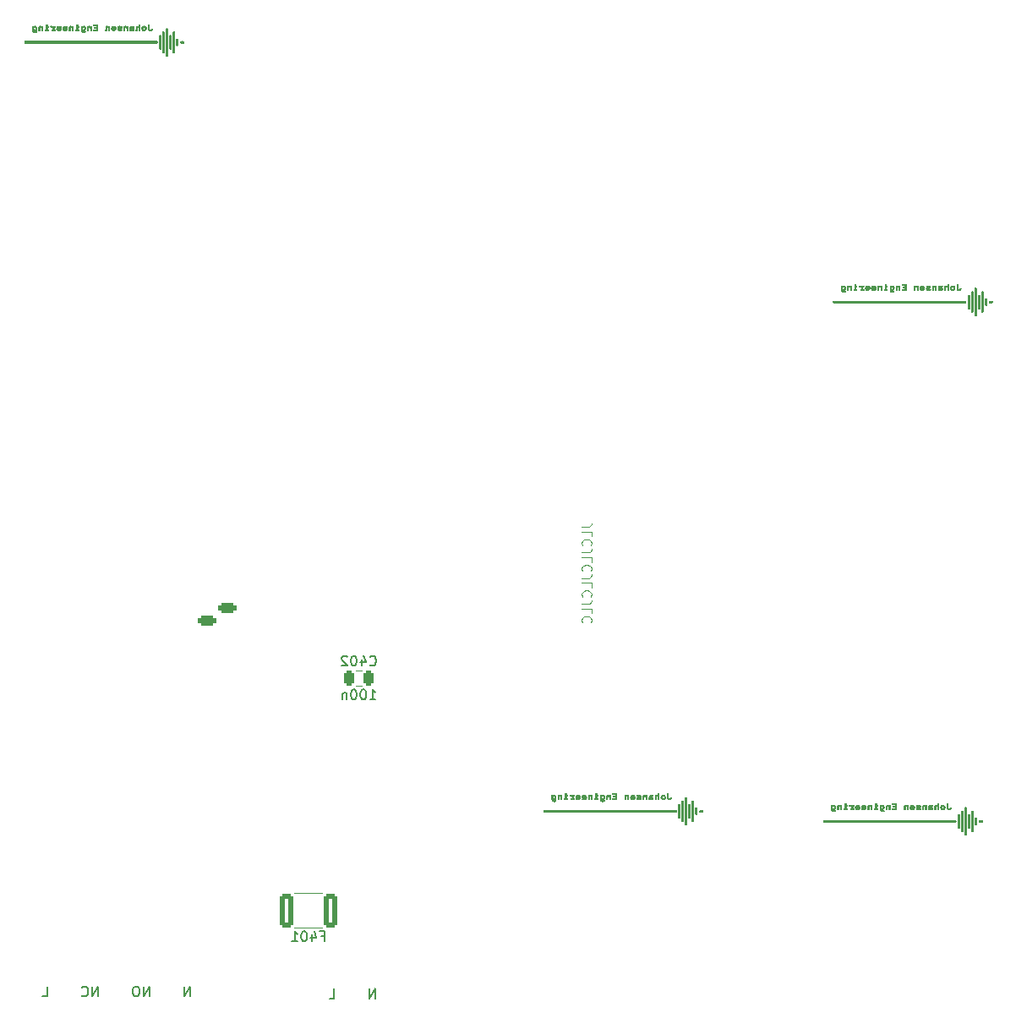
<source format=gbo>
G04 #@! TF.GenerationSoftware,KiCad,Pcbnew,8.0.6*
G04 #@! TF.CreationDate,2024-12-03T19:12:37+01:00*
G04 #@! TF.ProjectId,HomeAutomationESP32C2mini_2024,486f6d65-4175-4746-9f6d-6174696f6e45,Rev A*
G04 #@! TF.SameCoordinates,Original*
G04 #@! TF.FileFunction,Legend,Bot*
G04 #@! TF.FilePolarity,Positive*
%FSLAX46Y46*%
G04 Gerber Fmt 4.6, Leading zero omitted, Abs format (unit mm)*
G04 Created by KiCad (PCBNEW 8.0.6) date 2024-12-03 19:12:37*
%MOMM*%
%LPD*%
G01*
G04 APERTURE LIST*
G04 Aperture macros list*
%AMRoundRect*
0 Rectangle with rounded corners*
0 $1 Rounding radius*
0 $2 $3 $4 $5 $6 $7 $8 $9 X,Y pos of 4 corners*
0 Add a 4 corners polygon primitive as box body*
4,1,4,$2,$3,$4,$5,$6,$7,$8,$9,$2,$3,0*
0 Add four circle primitives for the rounded corners*
1,1,$1+$1,$2,$3*
1,1,$1+$1,$4,$5*
1,1,$1+$1,$6,$7*
1,1,$1+$1,$8,$9*
0 Add four rect primitives between the rounded corners*
20,1,$1+$1,$2,$3,$4,$5,0*
20,1,$1+$1,$4,$5,$6,$7,0*
20,1,$1+$1,$6,$7,$8,$9,0*
20,1,$1+$1,$8,$9,$2,$3,0*%
G04 Aperture macros list end*
%ADD10C,0.125000*%
%ADD11C,0.150000*%
%ADD12C,0.010000*%
%ADD13C,0.120000*%
%ADD14R,1.050000X1.500000*%
%ADD15O,1.050000X1.500000*%
%ADD16O,1.727200X2.032000*%
%ADD17O,2.000000X1.200000*%
%ADD18R,1.700000X1.700000*%
%ADD19O,1.700000X1.700000*%
%ADD20O,2.032000X1.727200*%
%ADD21R,1.500000X1.050000*%
%ADD22O,1.500000X1.050000*%
%ADD23R,1.800000X1.800000*%
%ADD24C,1.800000*%
%ADD25R,2.600000X2.600000*%
%ADD26C,2.600000*%
%ADD27R,1.800000X1.100000*%
%ADD28RoundRect,0.275000X-0.625000X0.275000X-0.625000X-0.275000X0.625000X-0.275000X0.625000X0.275000X0*%
%ADD29R,2.000000X2.000000*%
%ADD30O,1.600000X2.000000*%
%ADD31R,1.500000X1.500000*%
%ADD32C,1.500000*%
%ADD33O,1.200000X2.000000*%
%ADD34R,2.000000X1.700000*%
%ADD35O,2.000000X1.700000*%
%ADD36R,2.200000X2.200000*%
%ADD37O,2.200000X2.200000*%
%ADD38C,2.500000*%
%ADD39C,3.000000*%
%ADD40C,1.600000*%
%ADD41RoundRect,0.250000X-0.400000X-1.450000X0.400000X-1.450000X0.400000X1.450000X-0.400000X1.450000X0*%
%ADD42RoundRect,0.250000X0.250000X0.475000X-0.250000X0.475000X-0.250000X-0.475000X0.250000X-0.475000X0*%
G04 APERTURE END LIST*
D10*
X106871119Y-101606045D02*
X107585404Y-101606045D01*
X107585404Y-101606045D02*
X107728261Y-101558426D01*
X107728261Y-101558426D02*
X107823500Y-101463188D01*
X107823500Y-101463188D02*
X107871119Y-101320331D01*
X107871119Y-101320331D02*
X107871119Y-101225093D01*
X107871119Y-102558426D02*
X107871119Y-102082236D01*
X107871119Y-102082236D02*
X106871119Y-102082236D01*
X107775880Y-103463188D02*
X107823500Y-103415569D01*
X107823500Y-103415569D02*
X107871119Y-103272712D01*
X107871119Y-103272712D02*
X107871119Y-103177474D01*
X107871119Y-103177474D02*
X107823500Y-103034617D01*
X107823500Y-103034617D02*
X107728261Y-102939379D01*
X107728261Y-102939379D02*
X107633023Y-102891760D01*
X107633023Y-102891760D02*
X107442547Y-102844141D01*
X107442547Y-102844141D02*
X107299690Y-102844141D01*
X107299690Y-102844141D02*
X107109214Y-102891760D01*
X107109214Y-102891760D02*
X107013976Y-102939379D01*
X107013976Y-102939379D02*
X106918738Y-103034617D01*
X106918738Y-103034617D02*
X106871119Y-103177474D01*
X106871119Y-103177474D02*
X106871119Y-103272712D01*
X106871119Y-103272712D02*
X106918738Y-103415569D01*
X106918738Y-103415569D02*
X106966357Y-103463188D01*
X106871119Y-104177474D02*
X107585404Y-104177474D01*
X107585404Y-104177474D02*
X107728261Y-104129855D01*
X107728261Y-104129855D02*
X107823500Y-104034617D01*
X107823500Y-104034617D02*
X107871119Y-103891760D01*
X107871119Y-103891760D02*
X107871119Y-103796522D01*
X107871119Y-105129855D02*
X107871119Y-104653665D01*
X107871119Y-104653665D02*
X106871119Y-104653665D01*
X107775880Y-106034617D02*
X107823500Y-105986998D01*
X107823500Y-105986998D02*
X107871119Y-105844141D01*
X107871119Y-105844141D02*
X107871119Y-105748903D01*
X107871119Y-105748903D02*
X107823500Y-105606046D01*
X107823500Y-105606046D02*
X107728261Y-105510808D01*
X107728261Y-105510808D02*
X107633023Y-105463189D01*
X107633023Y-105463189D02*
X107442547Y-105415570D01*
X107442547Y-105415570D02*
X107299690Y-105415570D01*
X107299690Y-105415570D02*
X107109214Y-105463189D01*
X107109214Y-105463189D02*
X107013976Y-105510808D01*
X107013976Y-105510808D02*
X106918738Y-105606046D01*
X106918738Y-105606046D02*
X106871119Y-105748903D01*
X106871119Y-105748903D02*
X106871119Y-105844141D01*
X106871119Y-105844141D02*
X106918738Y-105986998D01*
X106918738Y-105986998D02*
X106966357Y-106034617D01*
X106871119Y-106748903D02*
X107585404Y-106748903D01*
X107585404Y-106748903D02*
X107728261Y-106701284D01*
X107728261Y-106701284D02*
X107823500Y-106606046D01*
X107823500Y-106606046D02*
X107871119Y-106463189D01*
X107871119Y-106463189D02*
X107871119Y-106367951D01*
X107871119Y-107701284D02*
X107871119Y-107225094D01*
X107871119Y-107225094D02*
X106871119Y-107225094D01*
X107775880Y-108606046D02*
X107823500Y-108558427D01*
X107823500Y-108558427D02*
X107871119Y-108415570D01*
X107871119Y-108415570D02*
X107871119Y-108320332D01*
X107871119Y-108320332D02*
X107823500Y-108177475D01*
X107823500Y-108177475D02*
X107728261Y-108082237D01*
X107728261Y-108082237D02*
X107633023Y-108034618D01*
X107633023Y-108034618D02*
X107442547Y-107986999D01*
X107442547Y-107986999D02*
X107299690Y-107986999D01*
X107299690Y-107986999D02*
X107109214Y-108034618D01*
X107109214Y-108034618D02*
X107013976Y-108082237D01*
X107013976Y-108082237D02*
X106918738Y-108177475D01*
X106918738Y-108177475D02*
X106871119Y-108320332D01*
X106871119Y-108320332D02*
X106871119Y-108415570D01*
X106871119Y-108415570D02*
X106918738Y-108558427D01*
X106918738Y-108558427D02*
X106966357Y-108606046D01*
X106871119Y-109320332D02*
X107585404Y-109320332D01*
X107585404Y-109320332D02*
X107728261Y-109272713D01*
X107728261Y-109272713D02*
X107823500Y-109177475D01*
X107823500Y-109177475D02*
X107871119Y-109034618D01*
X107871119Y-109034618D02*
X107871119Y-108939380D01*
X107871119Y-110272713D02*
X107871119Y-109796523D01*
X107871119Y-109796523D02*
X106871119Y-109796523D01*
X107775880Y-111177475D02*
X107823500Y-111129856D01*
X107823500Y-111129856D02*
X107871119Y-110986999D01*
X107871119Y-110986999D02*
X107871119Y-110891761D01*
X107871119Y-110891761D02*
X107823500Y-110748904D01*
X107823500Y-110748904D02*
X107728261Y-110653666D01*
X107728261Y-110653666D02*
X107633023Y-110606047D01*
X107633023Y-110606047D02*
X107442547Y-110558428D01*
X107442547Y-110558428D02*
X107299690Y-110558428D01*
X107299690Y-110558428D02*
X107109214Y-110606047D01*
X107109214Y-110606047D02*
X107013976Y-110653666D01*
X107013976Y-110653666D02*
X106918738Y-110748904D01*
X106918738Y-110748904D02*
X106871119Y-110891761D01*
X106871119Y-110891761D02*
X106871119Y-110986999D01*
X106871119Y-110986999D02*
X106918738Y-111129856D01*
X106918738Y-111129856D02*
X106966357Y-111177475D01*
D11*
X67663220Y-148619819D02*
X67663220Y-147619819D01*
X67663220Y-147619819D02*
X67091792Y-148619819D01*
X67091792Y-148619819D02*
X67091792Y-147619819D01*
X63567981Y-148619819D02*
X63567981Y-147619819D01*
X63567981Y-147619819D02*
X62996553Y-148619819D01*
X62996553Y-148619819D02*
X62996553Y-147619819D01*
X62329886Y-147619819D02*
X62139410Y-147619819D01*
X62139410Y-147619819D02*
X62044172Y-147667438D01*
X62044172Y-147667438D02*
X61948934Y-147762676D01*
X61948934Y-147762676D02*
X61901315Y-147953152D01*
X61901315Y-147953152D02*
X61901315Y-148286485D01*
X61901315Y-148286485D02*
X61948934Y-148476961D01*
X61948934Y-148476961D02*
X62044172Y-148572200D01*
X62044172Y-148572200D02*
X62139410Y-148619819D01*
X62139410Y-148619819D02*
X62329886Y-148619819D01*
X62329886Y-148619819D02*
X62425124Y-148572200D01*
X62425124Y-148572200D02*
X62520362Y-148476961D01*
X62520362Y-148476961D02*
X62567981Y-148286485D01*
X62567981Y-148286485D02*
X62567981Y-147953152D01*
X62567981Y-147953152D02*
X62520362Y-147762676D01*
X62520362Y-147762676D02*
X62425124Y-147667438D01*
X62425124Y-147667438D02*
X62329886Y-147619819D01*
X58425123Y-148619819D02*
X58425123Y-147619819D01*
X58425123Y-147619819D02*
X57853695Y-148619819D01*
X57853695Y-148619819D02*
X57853695Y-147619819D01*
X56806076Y-148524580D02*
X56853695Y-148572200D01*
X56853695Y-148572200D02*
X56996552Y-148619819D01*
X56996552Y-148619819D02*
X57091790Y-148619819D01*
X57091790Y-148619819D02*
X57234647Y-148572200D01*
X57234647Y-148572200D02*
X57329885Y-148476961D01*
X57329885Y-148476961D02*
X57377504Y-148381723D01*
X57377504Y-148381723D02*
X57425123Y-148191247D01*
X57425123Y-148191247D02*
X57425123Y-148048390D01*
X57425123Y-148048390D02*
X57377504Y-147857914D01*
X57377504Y-147857914D02*
X57329885Y-147762676D01*
X57329885Y-147762676D02*
X57234647Y-147667438D01*
X57234647Y-147667438D02*
X57091790Y-147619819D01*
X57091790Y-147619819D02*
X56996552Y-147619819D01*
X56996552Y-147619819D02*
X56853695Y-147667438D01*
X56853695Y-147667438D02*
X56806076Y-147715057D01*
X52853694Y-148619819D02*
X53329884Y-148619819D01*
X53329884Y-148619819D02*
X53329884Y-147619819D01*
X86163220Y-148869819D02*
X86163220Y-147869819D01*
X86163220Y-147869819D02*
X85591792Y-148869819D01*
X85591792Y-148869819D02*
X85591792Y-147869819D01*
X81591791Y-148869819D02*
X82067981Y-148869819D01*
X82067981Y-148869819D02*
X82067981Y-147869819D01*
X80785714Y-142581009D02*
X81119047Y-142581009D01*
X81119047Y-143104819D02*
X81119047Y-142104819D01*
X81119047Y-142104819D02*
X80642857Y-142104819D01*
X79833333Y-142438152D02*
X79833333Y-143104819D01*
X80071428Y-142057200D02*
X80309523Y-142771485D01*
X80309523Y-142771485D02*
X79690476Y-142771485D01*
X79119047Y-142104819D02*
X79023809Y-142104819D01*
X79023809Y-142104819D02*
X78928571Y-142152438D01*
X78928571Y-142152438D02*
X78880952Y-142200057D01*
X78880952Y-142200057D02*
X78833333Y-142295295D01*
X78833333Y-142295295D02*
X78785714Y-142485771D01*
X78785714Y-142485771D02*
X78785714Y-142723866D01*
X78785714Y-142723866D02*
X78833333Y-142914342D01*
X78833333Y-142914342D02*
X78880952Y-143009580D01*
X78880952Y-143009580D02*
X78928571Y-143057200D01*
X78928571Y-143057200D02*
X79023809Y-143104819D01*
X79023809Y-143104819D02*
X79119047Y-143104819D01*
X79119047Y-143104819D02*
X79214285Y-143057200D01*
X79214285Y-143057200D02*
X79261904Y-143009580D01*
X79261904Y-143009580D02*
X79309523Y-142914342D01*
X79309523Y-142914342D02*
X79357142Y-142723866D01*
X79357142Y-142723866D02*
X79357142Y-142485771D01*
X79357142Y-142485771D02*
X79309523Y-142295295D01*
X79309523Y-142295295D02*
X79261904Y-142200057D01*
X79261904Y-142200057D02*
X79214285Y-142152438D01*
X79214285Y-142152438D02*
X79119047Y-142104819D01*
X77833333Y-143104819D02*
X78404761Y-143104819D01*
X78119047Y-143104819D02*
X78119047Y-142104819D01*
X78119047Y-142104819D02*
X78214285Y-142247676D01*
X78214285Y-142247676D02*
X78309523Y-142342914D01*
X78309523Y-142342914D02*
X78404761Y-142390533D01*
X85669047Y-115429580D02*
X85716666Y-115477200D01*
X85716666Y-115477200D02*
X85859523Y-115524819D01*
X85859523Y-115524819D02*
X85954761Y-115524819D01*
X85954761Y-115524819D02*
X86097618Y-115477200D01*
X86097618Y-115477200D02*
X86192856Y-115381961D01*
X86192856Y-115381961D02*
X86240475Y-115286723D01*
X86240475Y-115286723D02*
X86288094Y-115096247D01*
X86288094Y-115096247D02*
X86288094Y-114953390D01*
X86288094Y-114953390D02*
X86240475Y-114762914D01*
X86240475Y-114762914D02*
X86192856Y-114667676D01*
X86192856Y-114667676D02*
X86097618Y-114572438D01*
X86097618Y-114572438D02*
X85954761Y-114524819D01*
X85954761Y-114524819D02*
X85859523Y-114524819D01*
X85859523Y-114524819D02*
X85716666Y-114572438D01*
X85716666Y-114572438D02*
X85669047Y-114620057D01*
X84811904Y-114858152D02*
X84811904Y-115524819D01*
X85049999Y-114477200D02*
X85288094Y-115191485D01*
X85288094Y-115191485D02*
X84669047Y-115191485D01*
X84097618Y-114524819D02*
X84002380Y-114524819D01*
X84002380Y-114524819D02*
X83907142Y-114572438D01*
X83907142Y-114572438D02*
X83859523Y-114620057D01*
X83859523Y-114620057D02*
X83811904Y-114715295D01*
X83811904Y-114715295D02*
X83764285Y-114905771D01*
X83764285Y-114905771D02*
X83764285Y-115143866D01*
X83764285Y-115143866D02*
X83811904Y-115334342D01*
X83811904Y-115334342D02*
X83859523Y-115429580D01*
X83859523Y-115429580D02*
X83907142Y-115477200D01*
X83907142Y-115477200D02*
X84002380Y-115524819D01*
X84002380Y-115524819D02*
X84097618Y-115524819D01*
X84097618Y-115524819D02*
X84192856Y-115477200D01*
X84192856Y-115477200D02*
X84240475Y-115429580D01*
X84240475Y-115429580D02*
X84288094Y-115334342D01*
X84288094Y-115334342D02*
X84335713Y-115143866D01*
X84335713Y-115143866D02*
X84335713Y-114905771D01*
X84335713Y-114905771D02*
X84288094Y-114715295D01*
X84288094Y-114715295D02*
X84240475Y-114620057D01*
X84240475Y-114620057D02*
X84192856Y-114572438D01*
X84192856Y-114572438D02*
X84097618Y-114524819D01*
X83383332Y-114620057D02*
X83335713Y-114572438D01*
X83335713Y-114572438D02*
X83240475Y-114524819D01*
X83240475Y-114524819D02*
X83002380Y-114524819D01*
X83002380Y-114524819D02*
X82907142Y-114572438D01*
X82907142Y-114572438D02*
X82859523Y-114620057D01*
X82859523Y-114620057D02*
X82811904Y-114715295D01*
X82811904Y-114715295D02*
X82811904Y-114810533D01*
X82811904Y-114810533D02*
X82859523Y-114953390D01*
X82859523Y-114953390D02*
X83430951Y-115524819D01*
X83430951Y-115524819D02*
X82811904Y-115524819D01*
X85669047Y-118884819D02*
X86240475Y-118884819D01*
X85954761Y-118884819D02*
X85954761Y-117884819D01*
X85954761Y-117884819D02*
X86049999Y-118027676D01*
X86049999Y-118027676D02*
X86145237Y-118122914D01*
X86145237Y-118122914D02*
X86240475Y-118170533D01*
X85049999Y-117884819D02*
X84954761Y-117884819D01*
X84954761Y-117884819D02*
X84859523Y-117932438D01*
X84859523Y-117932438D02*
X84811904Y-117980057D01*
X84811904Y-117980057D02*
X84764285Y-118075295D01*
X84764285Y-118075295D02*
X84716666Y-118265771D01*
X84716666Y-118265771D02*
X84716666Y-118503866D01*
X84716666Y-118503866D02*
X84764285Y-118694342D01*
X84764285Y-118694342D02*
X84811904Y-118789580D01*
X84811904Y-118789580D02*
X84859523Y-118837200D01*
X84859523Y-118837200D02*
X84954761Y-118884819D01*
X84954761Y-118884819D02*
X85049999Y-118884819D01*
X85049999Y-118884819D02*
X85145237Y-118837200D01*
X85145237Y-118837200D02*
X85192856Y-118789580D01*
X85192856Y-118789580D02*
X85240475Y-118694342D01*
X85240475Y-118694342D02*
X85288094Y-118503866D01*
X85288094Y-118503866D02*
X85288094Y-118265771D01*
X85288094Y-118265771D02*
X85240475Y-118075295D01*
X85240475Y-118075295D02*
X85192856Y-117980057D01*
X85192856Y-117980057D02*
X85145237Y-117932438D01*
X85145237Y-117932438D02*
X85049999Y-117884819D01*
X84097618Y-117884819D02*
X84002380Y-117884819D01*
X84002380Y-117884819D02*
X83907142Y-117932438D01*
X83907142Y-117932438D02*
X83859523Y-117980057D01*
X83859523Y-117980057D02*
X83811904Y-118075295D01*
X83811904Y-118075295D02*
X83764285Y-118265771D01*
X83764285Y-118265771D02*
X83764285Y-118503866D01*
X83764285Y-118503866D02*
X83811904Y-118694342D01*
X83811904Y-118694342D02*
X83859523Y-118789580D01*
X83859523Y-118789580D02*
X83907142Y-118837200D01*
X83907142Y-118837200D02*
X84002380Y-118884819D01*
X84002380Y-118884819D02*
X84097618Y-118884819D01*
X84097618Y-118884819D02*
X84192856Y-118837200D01*
X84192856Y-118837200D02*
X84240475Y-118789580D01*
X84240475Y-118789580D02*
X84288094Y-118694342D01*
X84288094Y-118694342D02*
X84335713Y-118503866D01*
X84335713Y-118503866D02*
X84335713Y-118265771D01*
X84335713Y-118265771D02*
X84288094Y-118075295D01*
X84288094Y-118075295D02*
X84240475Y-117980057D01*
X84240475Y-117980057D02*
X84192856Y-117932438D01*
X84192856Y-117932438D02*
X84097618Y-117884819D01*
X83335713Y-118218152D02*
X83335713Y-118884819D01*
X83335713Y-118313390D02*
X83288094Y-118265771D01*
X83288094Y-118265771D02*
X83192856Y-118218152D01*
X83192856Y-118218152D02*
X83049999Y-118218152D01*
X83049999Y-118218152D02*
X82954761Y-118265771D01*
X82954761Y-118265771D02*
X82907142Y-118361009D01*
X82907142Y-118361009D02*
X82907142Y-118884819D01*
D12*
X108371100Y-128399800D02*
X108256800Y-128399800D01*
X108256800Y-128272800D01*
X108371100Y-128272800D01*
X108371100Y-128399800D01*
G36*
X108371100Y-128399800D02*
G01*
X108256800Y-128399800D01*
X108256800Y-128272800D01*
X108371100Y-128272800D01*
X108371100Y-128399800D01*
G37*
X105323100Y-128399800D02*
X105208800Y-128399800D01*
X105208800Y-128272800D01*
X105323100Y-128272800D01*
X105323100Y-128399800D01*
G36*
X105323100Y-128399800D02*
G01*
X105208800Y-128399800D01*
X105208800Y-128272800D01*
X105323100Y-128272800D01*
X105323100Y-128399800D01*
G37*
X110339600Y-128895100D02*
X109945900Y-128895100D01*
X109945900Y-128806200D01*
X110238000Y-128806200D01*
X110238000Y-128628400D01*
X110009400Y-128628400D01*
X110009400Y-128539500D01*
X110238000Y-128539500D01*
X110238000Y-128361700D01*
X109945900Y-128361700D01*
X109945900Y-128272800D01*
X110339600Y-128272800D01*
X110339600Y-128895100D01*
G36*
X110339600Y-128895100D02*
G01*
X109945900Y-128895100D01*
X109945900Y-128806200D01*
X110238000Y-128806200D01*
X110238000Y-128628400D01*
X110009400Y-128628400D01*
X110009400Y-128539500D01*
X110238000Y-128539500D01*
X110238000Y-128361700D01*
X109945900Y-128361700D01*
X109945900Y-128272800D01*
X110339600Y-128272800D01*
X110339600Y-128895100D01*
G37*
X116281357Y-129961900D02*
X116307679Y-129995362D01*
X116307793Y-129995507D01*
X116326306Y-130027404D01*
X116334000Y-130057150D01*
X116334000Y-130057272D01*
X116326231Y-130087072D01*
X116307679Y-130118937D01*
X116281357Y-130152400D01*
X103095888Y-130152400D01*
X103066494Y-130124786D01*
X103059361Y-130117299D01*
X103039604Y-130076811D01*
X103041353Y-130032187D01*
X103064714Y-129991293D01*
X103092328Y-129961899D01*
X109686843Y-129961899D01*
X116281357Y-129961900D01*
G36*
X116281357Y-129961900D02*
G01*
X116307679Y-129995362D01*
X116307793Y-129995507D01*
X116326306Y-130027404D01*
X116334000Y-130057150D01*
X116334000Y-130057272D01*
X116326231Y-130087072D01*
X116307679Y-130118937D01*
X116281357Y-130152400D01*
X103095888Y-130152400D01*
X103066494Y-130124786D01*
X103059361Y-130117299D01*
X103039604Y-130076811D01*
X103041353Y-130032187D01*
X103064714Y-129991293D01*
X103092328Y-129961899D01*
X109686843Y-129961899D01*
X116281357Y-129961900D01*
G37*
X108460000Y-128495050D02*
X108459995Y-128498433D01*
X108457560Y-128526442D01*
X108445342Y-128537534D01*
X108415550Y-128539500D01*
X108371100Y-128539500D01*
X108371100Y-128806200D01*
X108415550Y-128806200D01*
X108418934Y-128806205D01*
X108446943Y-128808640D01*
X108458035Y-128820858D01*
X108460000Y-128850650D01*
X108460000Y-128895100D01*
X108155200Y-128895100D01*
X108155200Y-128850650D01*
X108155314Y-128837533D01*
X108159021Y-128815854D01*
X108173475Y-128807545D01*
X108206000Y-128806200D01*
X108256800Y-128806200D01*
X108256800Y-128450600D01*
X108460000Y-128450600D01*
X108460000Y-128495050D01*
G36*
X108460000Y-128495050D02*
G01*
X108459995Y-128498433D01*
X108457560Y-128526442D01*
X108445342Y-128537534D01*
X108415550Y-128539500D01*
X108371100Y-128539500D01*
X108371100Y-128806200D01*
X108415550Y-128806200D01*
X108418934Y-128806205D01*
X108446943Y-128808640D01*
X108458035Y-128820858D01*
X108460000Y-128850650D01*
X108460000Y-128895100D01*
X108155200Y-128895100D01*
X108155200Y-128850650D01*
X108155314Y-128837533D01*
X108159021Y-128815854D01*
X108173475Y-128807545D01*
X108206000Y-128806200D01*
X108256800Y-128806200D01*
X108256800Y-128450600D01*
X108460000Y-128450600D01*
X108460000Y-128495050D01*
G37*
X105412000Y-128495050D02*
X105411995Y-128498433D01*
X105409560Y-128526442D01*
X105397342Y-128537534D01*
X105367550Y-128539500D01*
X105323100Y-128539500D01*
X105323100Y-128806200D01*
X105367550Y-128806200D01*
X105370934Y-128806205D01*
X105398943Y-128808640D01*
X105410035Y-128820858D01*
X105412000Y-128850650D01*
X105412000Y-128895100D01*
X105107200Y-128895100D01*
X105107200Y-128850650D01*
X105107314Y-128837533D01*
X105111021Y-128815854D01*
X105125475Y-128807545D01*
X105158000Y-128806200D01*
X105208800Y-128806200D01*
X105208800Y-128450600D01*
X105412000Y-128450600D01*
X105412000Y-128495050D01*
G36*
X105412000Y-128495050D02*
G01*
X105411995Y-128498433D01*
X105409560Y-128526442D01*
X105397342Y-128537534D01*
X105367550Y-128539500D01*
X105323100Y-128539500D01*
X105323100Y-128806200D01*
X105367550Y-128806200D01*
X105370934Y-128806205D01*
X105398943Y-128808640D01*
X105410035Y-128820858D01*
X105412000Y-128850650D01*
X105412000Y-128895100D01*
X105107200Y-128895100D01*
X105107200Y-128850650D01*
X105107314Y-128837533D01*
X105111021Y-128815854D01*
X105125475Y-128807545D01*
X105158000Y-128806200D01*
X105208800Y-128806200D01*
X105208800Y-128450600D01*
X105412000Y-128450600D01*
X105412000Y-128495050D01*
G37*
X118854859Y-129962030D02*
X118902262Y-129963612D01*
X118933381Y-129967937D01*
X118954426Y-129976180D01*
X118971607Y-129989513D01*
X118978740Y-129997000D01*
X118998497Y-130037488D01*
X118996748Y-130082112D01*
X118973387Y-130123006D01*
X118962524Y-130133466D01*
X118945635Y-130143576D01*
X118921508Y-130149290D01*
X118884092Y-130151825D01*
X118827337Y-130152400D01*
X118823668Y-130152395D01*
X118754743Y-130149745D01*
X118707219Y-130140862D01*
X118677601Y-130123780D01*
X118662393Y-130096532D01*
X118658100Y-130057150D01*
X118662458Y-130017645D01*
X118677895Y-129990281D01*
X118707899Y-129973191D01*
X118755957Y-129964392D01*
X118825557Y-129961900D01*
X118854859Y-129962030D01*
G36*
X118854859Y-129962030D02*
G01*
X118902262Y-129963612D01*
X118933381Y-129967937D01*
X118954426Y-129976180D01*
X118971607Y-129989513D01*
X118978740Y-129997000D01*
X118998497Y-130037488D01*
X118996748Y-130082112D01*
X118973387Y-130123006D01*
X118962524Y-130133466D01*
X118945635Y-130143576D01*
X118921508Y-130149290D01*
X118884092Y-130151825D01*
X118827337Y-130152400D01*
X118823668Y-130152395D01*
X118754743Y-130149745D01*
X118707219Y-130140862D01*
X118677601Y-130123780D01*
X118662393Y-130096532D01*
X118658100Y-130057150D01*
X118662458Y-130017645D01*
X118677895Y-129990281D01*
X118707899Y-129973191D01*
X118755957Y-129964392D01*
X118825557Y-129961900D01*
X118854859Y-129962030D01*
G37*
X114594100Y-128895100D02*
X114492500Y-128895100D01*
X114492500Y-128765050D01*
X114490395Y-128688629D01*
X114483973Y-128633806D01*
X114472838Y-128597154D01*
X114466049Y-128584714D01*
X114434398Y-128550204D01*
X114395340Y-128530874D01*
X114355613Y-128528974D01*
X114321958Y-128546757D01*
X114315030Y-128556520D01*
X114308642Y-128576854D01*
X114304647Y-128609877D01*
X114302586Y-128659817D01*
X114302000Y-128730907D01*
X114302000Y-128895100D01*
X114198571Y-128895100D01*
X114202661Y-128703526D01*
X114206750Y-128511953D01*
X114249839Y-128473485D01*
X114261577Y-128463284D01*
X114288191Y-128445321D01*
X114316057Y-128439143D01*
X114357035Y-128441176D01*
X114393523Y-128446655D01*
X114427389Y-128460600D01*
X114456821Y-128487268D01*
X114492500Y-128527200D01*
X114492500Y-128272800D01*
X114594100Y-128272800D01*
X114594100Y-128895100D01*
G36*
X114594100Y-128895100D02*
G01*
X114492500Y-128895100D01*
X114492500Y-128765050D01*
X114490395Y-128688629D01*
X114483973Y-128633806D01*
X114472838Y-128597154D01*
X114466049Y-128584714D01*
X114434398Y-128550204D01*
X114395340Y-128530874D01*
X114355613Y-128528974D01*
X114321958Y-128546757D01*
X114315030Y-128556520D01*
X114308642Y-128576854D01*
X114304647Y-128609877D01*
X114302586Y-128659817D01*
X114302000Y-128730907D01*
X114302000Y-128895100D01*
X114198571Y-128895100D01*
X114202661Y-128703526D01*
X114206750Y-128511953D01*
X114249839Y-128473485D01*
X114261577Y-128463284D01*
X114288191Y-128445321D01*
X114316057Y-128439143D01*
X114357035Y-128441176D01*
X114393523Y-128446655D01*
X114427389Y-128460600D01*
X114456821Y-128487268D01*
X114492500Y-128527200D01*
X114492500Y-128272800D01*
X114594100Y-128272800D01*
X114594100Y-128895100D01*
G37*
X118020356Y-129030579D02*
X118047728Y-129058757D01*
X118047878Y-129059064D01*
X118050721Y-129077107D01*
X118053213Y-129117893D01*
X118055359Y-129181755D01*
X118057162Y-129269025D01*
X118058628Y-129380033D01*
X118059760Y-129515112D01*
X118060563Y-129674594D01*
X118061042Y-129858810D01*
X118061200Y-130068093D01*
X118061200Y-131052256D01*
X118027738Y-131078578D01*
X118027709Y-131078601D01*
X117987314Y-131101150D01*
X117951065Y-131099588D01*
X117914573Y-131073727D01*
X117883400Y-131042554D01*
X117883574Y-130073602D01*
X117883579Y-130055468D01*
X117883729Y-129900897D01*
X117884066Y-129753499D01*
X117884573Y-129615299D01*
X117885235Y-129488322D01*
X117886034Y-129374594D01*
X117886956Y-129276140D01*
X117887983Y-129194985D01*
X117889100Y-129133154D01*
X117890291Y-129092673D01*
X117891538Y-129075566D01*
X117910397Y-129043551D01*
X117943716Y-129023835D01*
X117983027Y-129019224D01*
X118020356Y-129030579D01*
G36*
X118020356Y-129030579D02*
G01*
X118047728Y-129058757D01*
X118047878Y-129059064D01*
X118050721Y-129077107D01*
X118053213Y-129117893D01*
X118055359Y-129181755D01*
X118057162Y-129269025D01*
X118058628Y-129380033D01*
X118059760Y-129515112D01*
X118060563Y-129674594D01*
X118061042Y-129858810D01*
X118061200Y-130068093D01*
X118061200Y-131052256D01*
X118027738Y-131078578D01*
X118027709Y-131078601D01*
X117987314Y-131101150D01*
X117951065Y-131099588D01*
X117914573Y-131073727D01*
X117883400Y-131042554D01*
X117883574Y-130073602D01*
X117883579Y-130055468D01*
X117883729Y-129900897D01*
X117884066Y-129753499D01*
X117884573Y-129615299D01*
X117885235Y-129488322D01*
X117886034Y-129374594D01*
X117886956Y-129276140D01*
X117887983Y-129194985D01*
X117889100Y-129133154D01*
X117890291Y-129092673D01*
X117891538Y-129075566D01*
X117910397Y-129043551D01*
X117943716Y-129023835D01*
X117983027Y-129019224D01*
X118020356Y-129030579D01*
G37*
X113167385Y-128440684D02*
X113197932Y-128453238D01*
X113230120Y-128481080D01*
X113273300Y-128524260D01*
X113273300Y-128487430D01*
X113273370Y-128480282D01*
X113277019Y-128460281D01*
X113291508Y-128452142D01*
X113324100Y-128450600D01*
X113374900Y-128450600D01*
X113374900Y-128895100D01*
X113273300Y-128895100D01*
X113273300Y-128765050D01*
X113271195Y-128688629D01*
X113264773Y-128633806D01*
X113253638Y-128597154D01*
X113246849Y-128584714D01*
X113215198Y-128550204D01*
X113176140Y-128530874D01*
X113136413Y-128528974D01*
X113102758Y-128546757D01*
X113095830Y-128556520D01*
X113089442Y-128576854D01*
X113085447Y-128609877D01*
X113083386Y-128659817D01*
X113082800Y-128730907D01*
X113082800Y-128895100D01*
X112979371Y-128895100D01*
X112983461Y-128703526D01*
X112987550Y-128511953D01*
X113029026Y-128474926D01*
X113048505Y-128459123D01*
X113083586Y-128442318D01*
X113128721Y-128437900D01*
X113167385Y-128440684D01*
G36*
X113167385Y-128440684D02*
G01*
X113197932Y-128453238D01*
X113230120Y-128481080D01*
X113273300Y-128524260D01*
X113273300Y-128487430D01*
X113273370Y-128480282D01*
X113277019Y-128460281D01*
X113291508Y-128452142D01*
X113324100Y-128450600D01*
X113374900Y-128450600D01*
X113374900Y-128895100D01*
X113273300Y-128895100D01*
X113273300Y-128765050D01*
X113271195Y-128688629D01*
X113264773Y-128633806D01*
X113253638Y-128597154D01*
X113246849Y-128584714D01*
X113215198Y-128550204D01*
X113176140Y-128530874D01*
X113136413Y-128528974D01*
X113102758Y-128546757D01*
X113095830Y-128556520D01*
X113089442Y-128576854D01*
X113085447Y-128609877D01*
X113083386Y-128659817D01*
X113082800Y-128730907D01*
X113082800Y-128895100D01*
X112979371Y-128895100D01*
X112983461Y-128703526D01*
X112987550Y-128511953D01*
X113029026Y-128474926D01*
X113048505Y-128459123D01*
X113083586Y-128442318D01*
X113128721Y-128437900D01*
X113167385Y-128440684D01*
G37*
X111338585Y-128440684D02*
X111369132Y-128453238D01*
X111401320Y-128481080D01*
X111444500Y-128524260D01*
X111444500Y-128487430D01*
X111444570Y-128480282D01*
X111448219Y-128460281D01*
X111462708Y-128452142D01*
X111495300Y-128450600D01*
X111546100Y-128450600D01*
X111546100Y-128895100D01*
X111444500Y-128895100D01*
X111444500Y-128765050D01*
X111442395Y-128688629D01*
X111435973Y-128633806D01*
X111424838Y-128597154D01*
X111418049Y-128584714D01*
X111386398Y-128550204D01*
X111347340Y-128530874D01*
X111307613Y-128528974D01*
X111273958Y-128546757D01*
X111267030Y-128556520D01*
X111260642Y-128576854D01*
X111256647Y-128609877D01*
X111254586Y-128659817D01*
X111254000Y-128730907D01*
X111254000Y-128895100D01*
X111150571Y-128895100D01*
X111154661Y-128703526D01*
X111158750Y-128511953D01*
X111200226Y-128474926D01*
X111219705Y-128459123D01*
X111254786Y-128442318D01*
X111299921Y-128437900D01*
X111338585Y-128440684D01*
G36*
X111338585Y-128440684D02*
G01*
X111369132Y-128453238D01*
X111401320Y-128481080D01*
X111444500Y-128524260D01*
X111444500Y-128487430D01*
X111444570Y-128480282D01*
X111448219Y-128460281D01*
X111462708Y-128452142D01*
X111495300Y-128450600D01*
X111546100Y-128450600D01*
X111546100Y-128895100D01*
X111444500Y-128895100D01*
X111444500Y-128765050D01*
X111442395Y-128688629D01*
X111435973Y-128633806D01*
X111424838Y-128597154D01*
X111418049Y-128584714D01*
X111386398Y-128550204D01*
X111347340Y-128530874D01*
X111307613Y-128528974D01*
X111273958Y-128546757D01*
X111267030Y-128556520D01*
X111260642Y-128576854D01*
X111256647Y-128609877D01*
X111254586Y-128659817D01*
X111254000Y-128730907D01*
X111254000Y-128895100D01*
X111150571Y-128895100D01*
X111154661Y-128703526D01*
X111158750Y-128511953D01*
X111200226Y-128474926D01*
X111219705Y-128459123D01*
X111254786Y-128442318D01*
X111299921Y-128437900D01*
X111338585Y-128440684D01*
G37*
X109522485Y-128440684D02*
X109553032Y-128453238D01*
X109585220Y-128481080D01*
X109628400Y-128524260D01*
X109628400Y-128487430D01*
X109628470Y-128480282D01*
X109632119Y-128460281D01*
X109646608Y-128452142D01*
X109679200Y-128450600D01*
X109730000Y-128450600D01*
X109730000Y-128895100D01*
X109628400Y-128895100D01*
X109628400Y-128765050D01*
X109626295Y-128688629D01*
X109619873Y-128633806D01*
X109608738Y-128597154D01*
X109601949Y-128584714D01*
X109570298Y-128550204D01*
X109531240Y-128530874D01*
X109491513Y-128528974D01*
X109457858Y-128546757D01*
X109450930Y-128556520D01*
X109444542Y-128576854D01*
X109440547Y-128609877D01*
X109438486Y-128659817D01*
X109437900Y-128730907D01*
X109437900Y-128895100D01*
X109334471Y-128895100D01*
X109338561Y-128703526D01*
X109342650Y-128511953D01*
X109384126Y-128474926D01*
X109403605Y-128459123D01*
X109438686Y-128442318D01*
X109483821Y-128437900D01*
X109522485Y-128440684D01*
G36*
X109522485Y-128440684D02*
G01*
X109553032Y-128453238D01*
X109585220Y-128481080D01*
X109628400Y-128524260D01*
X109628400Y-128487430D01*
X109628470Y-128480282D01*
X109632119Y-128460281D01*
X109646608Y-128452142D01*
X109679200Y-128450600D01*
X109730000Y-128450600D01*
X109730000Y-128895100D01*
X109628400Y-128895100D01*
X109628400Y-128765050D01*
X109626295Y-128688629D01*
X109619873Y-128633806D01*
X109608738Y-128597154D01*
X109601949Y-128584714D01*
X109570298Y-128550204D01*
X109531240Y-128530874D01*
X109491513Y-128528974D01*
X109457858Y-128546757D01*
X109450930Y-128556520D01*
X109444542Y-128576854D01*
X109440547Y-128609877D01*
X109438486Y-128659817D01*
X109437900Y-128730907D01*
X109437900Y-128895100D01*
X109334471Y-128895100D01*
X109338561Y-128703526D01*
X109342650Y-128511953D01*
X109384126Y-128474926D01*
X109403605Y-128459123D01*
X109438686Y-128442318D01*
X109483821Y-128437900D01*
X109522485Y-128440684D01*
G37*
X107693685Y-128440684D02*
X107724232Y-128453238D01*
X107756420Y-128481080D01*
X107799600Y-128524260D01*
X107799600Y-128487430D01*
X107799670Y-128480282D01*
X107803319Y-128460281D01*
X107817808Y-128452142D01*
X107850400Y-128450600D01*
X107901200Y-128450600D01*
X107901200Y-128895100D01*
X107799600Y-128895100D01*
X107799600Y-128765050D01*
X107797495Y-128688629D01*
X107791073Y-128633806D01*
X107779938Y-128597154D01*
X107773149Y-128584714D01*
X107741498Y-128550204D01*
X107702440Y-128530874D01*
X107662713Y-128528974D01*
X107629058Y-128546757D01*
X107622130Y-128556520D01*
X107615742Y-128576854D01*
X107611747Y-128609877D01*
X107609686Y-128659817D01*
X107609100Y-128730907D01*
X107609100Y-128895100D01*
X107505671Y-128895100D01*
X107509761Y-128703526D01*
X107513850Y-128511953D01*
X107555326Y-128474926D01*
X107574805Y-128459123D01*
X107609886Y-128442318D01*
X107655021Y-128437900D01*
X107693685Y-128440684D01*
G36*
X107693685Y-128440684D02*
G01*
X107724232Y-128453238D01*
X107756420Y-128481080D01*
X107799600Y-128524260D01*
X107799600Y-128487430D01*
X107799670Y-128480282D01*
X107803319Y-128460281D01*
X107817808Y-128452142D01*
X107850400Y-128450600D01*
X107901200Y-128450600D01*
X107901200Y-128895100D01*
X107799600Y-128895100D01*
X107799600Y-128765050D01*
X107797495Y-128688629D01*
X107791073Y-128633806D01*
X107779938Y-128597154D01*
X107773149Y-128584714D01*
X107741498Y-128550204D01*
X107702440Y-128530874D01*
X107662713Y-128528974D01*
X107629058Y-128546757D01*
X107622130Y-128556520D01*
X107615742Y-128576854D01*
X107611747Y-128609877D01*
X107609686Y-128659817D01*
X107609100Y-128730907D01*
X107609100Y-128895100D01*
X107505671Y-128895100D01*
X107509761Y-128703526D01*
X107513850Y-128511953D01*
X107555326Y-128474926D01*
X107574805Y-128459123D01*
X107609886Y-128442318D01*
X107655021Y-128437900D01*
X107693685Y-128440684D01*
G37*
X104645685Y-128440684D02*
X104676232Y-128453238D01*
X104708420Y-128481080D01*
X104751600Y-128524260D01*
X104751600Y-128487430D01*
X104751670Y-128480282D01*
X104755319Y-128460281D01*
X104769808Y-128452142D01*
X104802400Y-128450600D01*
X104853200Y-128450600D01*
X104853200Y-128895100D01*
X104751600Y-128895100D01*
X104751600Y-128765050D01*
X104749495Y-128688629D01*
X104743073Y-128633806D01*
X104731938Y-128597154D01*
X104725149Y-128584714D01*
X104693498Y-128550204D01*
X104654440Y-128530874D01*
X104614713Y-128528974D01*
X104581058Y-128546757D01*
X104574130Y-128556520D01*
X104567742Y-128576854D01*
X104563747Y-128609877D01*
X104561686Y-128659817D01*
X104561100Y-128730907D01*
X104561100Y-128895100D01*
X104457671Y-128895100D01*
X104461761Y-128703526D01*
X104465850Y-128511953D01*
X104507326Y-128474926D01*
X104526805Y-128459123D01*
X104561886Y-128442318D01*
X104607021Y-128437900D01*
X104645685Y-128440684D01*
G36*
X104645685Y-128440684D02*
G01*
X104676232Y-128453238D01*
X104708420Y-128481080D01*
X104751600Y-128524260D01*
X104751600Y-128487430D01*
X104751670Y-128480282D01*
X104755319Y-128460281D01*
X104769808Y-128452142D01*
X104802400Y-128450600D01*
X104853200Y-128450600D01*
X104853200Y-128895100D01*
X104751600Y-128895100D01*
X104751600Y-128765050D01*
X104749495Y-128688629D01*
X104743073Y-128633806D01*
X104731938Y-128597154D01*
X104725149Y-128584714D01*
X104693498Y-128550204D01*
X104654440Y-128530874D01*
X104614713Y-128528974D01*
X104581058Y-128546757D01*
X104574130Y-128556520D01*
X104567742Y-128576854D01*
X104563747Y-128609877D01*
X104561686Y-128659817D01*
X104561100Y-128730907D01*
X104561100Y-128895100D01*
X104457671Y-128895100D01*
X104461761Y-128703526D01*
X104465850Y-128511953D01*
X104507326Y-128474926D01*
X104526805Y-128459123D01*
X104561886Y-128442318D01*
X104607021Y-128437900D01*
X104645685Y-128440684D01*
G37*
X118374707Y-129735513D02*
X118376914Y-129737598D01*
X118385800Y-129747055D01*
X118392503Y-129758457D01*
X118397330Y-129775156D01*
X118400588Y-129800503D01*
X118402587Y-129837846D01*
X118403633Y-129890539D01*
X118404035Y-129961929D01*
X118404100Y-130055370D01*
X118404100Y-130056927D01*
X118404006Y-130150210D01*
X118403532Y-130221520D01*
X118402389Y-130274232D01*
X118400286Y-130311724D01*
X118396935Y-130337371D01*
X118392044Y-130354549D01*
X118385325Y-130366635D01*
X118376487Y-130377006D01*
X118373960Y-130379617D01*
X118336473Y-130402725D01*
X118296565Y-130401023D01*
X118256810Y-130374564D01*
X118224974Y-130342728D01*
X118228812Y-130049571D01*
X118229146Y-130024238D01*
X118230411Y-129936423D01*
X118231806Y-129869882D01*
X118233683Y-129821307D01*
X118236395Y-129787391D01*
X118240293Y-129764826D01*
X118245730Y-129750303D01*
X118253059Y-129740516D01*
X118262632Y-129732157D01*
X118295443Y-129713054D01*
X118335530Y-129711609D01*
X118374707Y-129735513D01*
G36*
X118374707Y-129735513D02*
G01*
X118376914Y-129737598D01*
X118385800Y-129747055D01*
X118392503Y-129758457D01*
X118397330Y-129775156D01*
X118400588Y-129800503D01*
X118402587Y-129837846D01*
X118403633Y-129890539D01*
X118404035Y-129961929D01*
X118404100Y-130055370D01*
X118404100Y-130056927D01*
X118404006Y-130150210D01*
X118403532Y-130221520D01*
X118402389Y-130274232D01*
X118400286Y-130311724D01*
X118396935Y-130337371D01*
X118392044Y-130354549D01*
X118385325Y-130366635D01*
X118376487Y-130377006D01*
X118373960Y-130379617D01*
X118336473Y-130402725D01*
X118296565Y-130401023D01*
X118256810Y-130374564D01*
X118224974Y-130342728D01*
X118228812Y-130049571D01*
X118229146Y-130024238D01*
X118230411Y-129936423D01*
X118231806Y-129869882D01*
X118233683Y-129821307D01*
X118236395Y-129787391D01*
X118240293Y-129764826D01*
X118245730Y-129750303D01*
X118253059Y-129740516D01*
X118262632Y-129732157D01*
X118295443Y-129713054D01*
X118335530Y-129711609D01*
X118374707Y-129735513D01*
G37*
X115521200Y-128502030D02*
X115521461Y-128563238D01*
X115523497Y-128648104D01*
X115528372Y-128712122D01*
X115537054Y-128758134D01*
X115550511Y-128788978D01*
X115569712Y-128807494D01*
X115595624Y-128816521D01*
X115629215Y-128818900D01*
X115638250Y-128817804D01*
X115669037Y-128804987D01*
X115701312Y-128782819D01*
X115726769Y-128757685D01*
X115737100Y-128735970D01*
X115742418Y-128717789D01*
X115764497Y-128708790D01*
X115801367Y-128717617D01*
X115814179Y-128723253D01*
X115834023Y-128737654D01*
X115835563Y-128757641D01*
X115820857Y-128790955D01*
X115804109Y-128817614D01*
X115760888Y-128863215D01*
X115711694Y-128893532D01*
X115694048Y-128899199D01*
X115635735Y-128906377D01*
X115573660Y-128901642D01*
X115521200Y-128885555D01*
X115485253Y-128859147D01*
X115448175Y-128806684D01*
X115438927Y-128787068D01*
X115431300Y-128765488D01*
X115425987Y-128739855D01*
X115422573Y-128705900D01*
X115420646Y-128659353D01*
X115419793Y-128595945D01*
X115419600Y-128511409D01*
X115419600Y-128272800D01*
X115521200Y-128272800D01*
X115521200Y-128502030D01*
G36*
X115521200Y-128502030D02*
G01*
X115521461Y-128563238D01*
X115523497Y-128648104D01*
X115528372Y-128712122D01*
X115537054Y-128758134D01*
X115550511Y-128788978D01*
X115569712Y-128807494D01*
X115595624Y-128816521D01*
X115629215Y-128818900D01*
X115638250Y-128817804D01*
X115669037Y-128804987D01*
X115701312Y-128782819D01*
X115726769Y-128757685D01*
X115737100Y-128735970D01*
X115742418Y-128717789D01*
X115764497Y-128708790D01*
X115801367Y-128717617D01*
X115814179Y-128723253D01*
X115834023Y-128737654D01*
X115835563Y-128757641D01*
X115820857Y-128790955D01*
X115804109Y-128817614D01*
X115760888Y-128863215D01*
X115711694Y-128893532D01*
X115694048Y-128899199D01*
X115635735Y-128906377D01*
X115573660Y-128901642D01*
X115521200Y-128885555D01*
X115485253Y-128859147D01*
X115448175Y-128806684D01*
X115438927Y-128787068D01*
X115431300Y-128765488D01*
X115425987Y-128739855D01*
X115422573Y-128705900D01*
X115420646Y-128659353D01*
X115419793Y-128595945D01*
X115419600Y-128511409D01*
X115419600Y-128272800D01*
X115521200Y-128272800D01*
X115521200Y-128502030D01*
G37*
X116974516Y-129022461D02*
X117009080Y-129046790D01*
X117011270Y-129049687D01*
X117015311Y-129056880D01*
X117018805Y-129067209D01*
X117021791Y-129082386D01*
X117024310Y-129104124D01*
X117026401Y-129134135D01*
X117028104Y-129174133D01*
X117029458Y-129225829D01*
X117030503Y-129290937D01*
X117031278Y-129371169D01*
X117031824Y-129468238D01*
X117032179Y-129583856D01*
X117032384Y-129719736D01*
X117032478Y-129877591D01*
X117032500Y-130059134D01*
X117032500Y-131042554D01*
X117001328Y-131073727D01*
X116998937Y-131076073D01*
X116961067Y-131100608D01*
X116923826Y-131099826D01*
X116885873Y-131073727D01*
X116854700Y-131042554D01*
X116854700Y-130059134D01*
X116854705Y-129967149D01*
X116854758Y-129797422D01*
X116854901Y-129650544D01*
X116855174Y-129524802D01*
X116855618Y-129418483D01*
X116856271Y-129329875D01*
X116857174Y-129257264D01*
X116858365Y-129198939D01*
X116859885Y-129153187D01*
X116861773Y-129118294D01*
X116864069Y-129092549D01*
X116866812Y-129074239D01*
X116870042Y-129061651D01*
X116873799Y-129053072D01*
X116878121Y-129046790D01*
X116899947Y-129028088D01*
X116943600Y-129017866D01*
X116974516Y-129022461D01*
G36*
X116974516Y-129022461D02*
G01*
X117009080Y-129046790D01*
X117011270Y-129049687D01*
X117015311Y-129056880D01*
X117018805Y-129067209D01*
X117021791Y-129082386D01*
X117024310Y-129104124D01*
X117026401Y-129134135D01*
X117028104Y-129174133D01*
X117029458Y-129225829D01*
X117030503Y-129290937D01*
X117031278Y-129371169D01*
X117031824Y-129468238D01*
X117032179Y-129583856D01*
X117032384Y-129719736D01*
X117032478Y-129877591D01*
X117032500Y-130059134D01*
X117032500Y-131042554D01*
X117001328Y-131073727D01*
X116998937Y-131076073D01*
X116961067Y-131100608D01*
X116923826Y-131099826D01*
X116885873Y-131073727D01*
X116854700Y-131042554D01*
X116854700Y-130059134D01*
X116854705Y-129967149D01*
X116854758Y-129797422D01*
X116854901Y-129650544D01*
X116855174Y-129524802D01*
X116855618Y-129418483D01*
X116856271Y-129329875D01*
X116857174Y-129257264D01*
X116858365Y-129198939D01*
X116859885Y-129153187D01*
X116861773Y-129118294D01*
X116864069Y-129092549D01*
X116866812Y-129074239D01*
X116870042Y-129061651D01*
X116873799Y-129053072D01*
X116878121Y-129046790D01*
X116899947Y-129028088D01*
X116943600Y-129017866D01*
X116974516Y-129022461D01*
G37*
X105766255Y-128442216D02*
X105817537Y-128460769D01*
X105861607Y-128497307D01*
X105894600Y-128532890D01*
X105894600Y-128450600D01*
X106097800Y-128450600D01*
X106097800Y-128488700D01*
X106097720Y-128496881D01*
X106094054Y-128517142D01*
X106079574Y-128525295D01*
X106047000Y-128526800D01*
X105996200Y-128526800D01*
X105996200Y-128806200D01*
X106047000Y-128806200D01*
X106061990Y-128806299D01*
X106086767Y-128809542D01*
X106096263Y-128822190D01*
X106097800Y-128850650D01*
X106097800Y-128895100D01*
X105793000Y-128895100D01*
X105793000Y-128850650D01*
X105793114Y-128837533D01*
X105796821Y-128815854D01*
X105811275Y-128807545D01*
X105843800Y-128806200D01*
X105894600Y-128806200D01*
X105894600Y-128723019D01*
X105893953Y-128697735D01*
X105887319Y-128641577D01*
X105874707Y-128601368D01*
X105864894Y-128585879D01*
X105824772Y-128551791D01*
X105770884Y-128533141D01*
X105709649Y-128532606D01*
X105692407Y-128535040D01*
X105666392Y-128535481D01*
X105652538Y-128525131D01*
X105641887Y-128499630D01*
X105634984Y-128470931D01*
X105641484Y-128450885D01*
X105666301Y-128440912D01*
X105712799Y-128438094D01*
X105766255Y-128442216D01*
G36*
X105766255Y-128442216D02*
G01*
X105817537Y-128460769D01*
X105861607Y-128497307D01*
X105894600Y-128532890D01*
X105894600Y-128450600D01*
X106097800Y-128450600D01*
X106097800Y-128488700D01*
X106097720Y-128496881D01*
X106094054Y-128517142D01*
X106079574Y-128525295D01*
X106047000Y-128526800D01*
X105996200Y-128526800D01*
X105996200Y-128806200D01*
X106047000Y-128806200D01*
X106061990Y-128806299D01*
X106086767Y-128809542D01*
X106096263Y-128822190D01*
X106097800Y-128850650D01*
X106097800Y-128895100D01*
X105793000Y-128895100D01*
X105793000Y-128850650D01*
X105793114Y-128837533D01*
X105796821Y-128815854D01*
X105811275Y-128807545D01*
X105843800Y-128806200D01*
X105894600Y-128806200D01*
X105894600Y-128723019D01*
X105893953Y-128697735D01*
X105887319Y-128641577D01*
X105874707Y-128601368D01*
X105864894Y-128585879D01*
X105824772Y-128551791D01*
X105770884Y-128533141D01*
X105709649Y-128532606D01*
X105692407Y-128535040D01*
X105666392Y-128535481D01*
X105652538Y-128525131D01*
X105641887Y-128499630D01*
X105634984Y-128470931D01*
X105641484Y-128450885D01*
X105666301Y-128440912D01*
X105712799Y-128438094D01*
X105766255Y-128442216D01*
G37*
X117305943Y-128670230D02*
X117346007Y-128694113D01*
X117375401Y-128721727D01*
X117375400Y-130056969D01*
X117375399Y-130195727D01*
X117375376Y-130393405D01*
X117375304Y-130568075D01*
X117375156Y-130721196D01*
X117374903Y-130854228D01*
X117374518Y-130968633D01*
X117373974Y-131065870D01*
X117373242Y-131147399D01*
X117372295Y-131214680D01*
X117371104Y-131269174D01*
X117369643Y-131312341D01*
X117367884Y-131345641D01*
X117365798Y-131370535D01*
X117363359Y-131388481D01*
X117360537Y-131400941D01*
X117357307Y-131409375D01*
X117353639Y-131415243D01*
X117349506Y-131420005D01*
X117347001Y-131422590D01*
X117309329Y-131444227D01*
X117267058Y-131443429D01*
X117226994Y-131420186D01*
X117197600Y-131392572D01*
X117197600Y-130062998D01*
X117197602Y-129917417D01*
X117197625Y-129721035D01*
X117197696Y-129547596D01*
X117197844Y-129395630D01*
X117198098Y-129263669D01*
X117198486Y-129150243D01*
X117199037Y-129053882D01*
X117199778Y-128973117D01*
X117200738Y-128906478D01*
X117201946Y-128852497D01*
X117203429Y-128809703D01*
X117205217Y-128776627D01*
X117207337Y-128751799D01*
X117209819Y-128733751D01*
X117212690Y-128721013D01*
X117215978Y-128712115D01*
X117219713Y-128705588D01*
X117223922Y-128699962D01*
X117229168Y-128693784D01*
X117265381Y-128670198D01*
X117305943Y-128670230D01*
G36*
X117305943Y-128670230D02*
G01*
X117346007Y-128694113D01*
X117375401Y-128721727D01*
X117375400Y-130056969D01*
X117375399Y-130195727D01*
X117375376Y-130393405D01*
X117375304Y-130568075D01*
X117375156Y-130721196D01*
X117374903Y-130854228D01*
X117374518Y-130968633D01*
X117373974Y-131065870D01*
X117373242Y-131147399D01*
X117372295Y-131214680D01*
X117371104Y-131269174D01*
X117369643Y-131312341D01*
X117367884Y-131345641D01*
X117365798Y-131370535D01*
X117363359Y-131388481D01*
X117360537Y-131400941D01*
X117357307Y-131409375D01*
X117353639Y-131415243D01*
X117349506Y-131420005D01*
X117347001Y-131422590D01*
X117309329Y-131444227D01*
X117267058Y-131443429D01*
X117226994Y-131420186D01*
X117197600Y-131392572D01*
X117197600Y-130062998D01*
X117197602Y-129917417D01*
X117197625Y-129721035D01*
X117197696Y-129547596D01*
X117197844Y-129395630D01*
X117198098Y-129263669D01*
X117198486Y-129150243D01*
X117199037Y-129053882D01*
X117199778Y-128973117D01*
X117200738Y-128906478D01*
X117201946Y-128852497D01*
X117203429Y-128809703D01*
X117205217Y-128776627D01*
X117207337Y-128751799D01*
X117209819Y-128733751D01*
X117212690Y-128721013D01*
X117215978Y-128712115D01*
X117219713Y-128705588D01*
X117223922Y-128699962D01*
X117229168Y-128693784D01*
X117265381Y-128670198D01*
X117305943Y-128670230D01*
G37*
X115232914Y-128731225D02*
X115207684Y-128796767D01*
X115165573Y-128851464D01*
X115108450Y-128889872D01*
X115097360Y-128894004D01*
X115055423Y-128903339D01*
X115009618Y-128907302D01*
X115008099Y-128907311D01*
X114929689Y-128896521D01*
X114864381Y-128865231D01*
X114814658Y-128815890D01*
X114783004Y-128750946D01*
X114771900Y-128672850D01*
X114879850Y-128672850D01*
X114879863Y-128677372D01*
X114882596Y-128720658D01*
X114892332Y-128749695D01*
X114912283Y-128774555D01*
X114912853Y-128775119D01*
X114948482Y-128799561D01*
X114988483Y-128813383D01*
X115023940Y-128813913D01*
X115070822Y-128797772D01*
X115106582Y-128765316D01*
X115129113Y-128721333D01*
X115136311Y-128670613D01*
X115126070Y-128617947D01*
X115096284Y-128568125D01*
X115077077Y-128549203D01*
X115049347Y-128536400D01*
X115008239Y-128533150D01*
X114979953Y-128534461D01*
X114945405Y-128544450D01*
X114915064Y-128568363D01*
X114909814Y-128573742D01*
X114890817Y-128599009D01*
X114882004Y-128628557D01*
X114879850Y-128672850D01*
X114771900Y-128672850D01*
X114782715Y-128596222D01*
X114814138Y-128530946D01*
X114863526Y-128481026D01*
X114928234Y-128449125D01*
X115005616Y-128437900D01*
X115055939Y-128441689D01*
X115123606Y-128463869D01*
X115177045Y-128506733D01*
X115217797Y-128571250D01*
X115225258Y-128589388D01*
X115239395Y-128660283D01*
X115238451Y-128670613D01*
X115232914Y-128731225D01*
G36*
X115232914Y-128731225D02*
G01*
X115207684Y-128796767D01*
X115165573Y-128851464D01*
X115108450Y-128889872D01*
X115097360Y-128894004D01*
X115055423Y-128903339D01*
X115009618Y-128907302D01*
X115008099Y-128907311D01*
X114929689Y-128896521D01*
X114864381Y-128865231D01*
X114814658Y-128815890D01*
X114783004Y-128750946D01*
X114771900Y-128672850D01*
X114879850Y-128672850D01*
X114879863Y-128677372D01*
X114882596Y-128720658D01*
X114892332Y-128749695D01*
X114912283Y-128774555D01*
X114912853Y-128775119D01*
X114948482Y-128799561D01*
X114988483Y-128813383D01*
X115023940Y-128813913D01*
X115070822Y-128797772D01*
X115106582Y-128765316D01*
X115129113Y-128721333D01*
X115136311Y-128670613D01*
X115126070Y-128617947D01*
X115096284Y-128568125D01*
X115077077Y-128549203D01*
X115049347Y-128536400D01*
X115008239Y-128533150D01*
X114979953Y-128534461D01*
X114945405Y-128544450D01*
X114915064Y-128568363D01*
X114909814Y-128573742D01*
X114890817Y-128599009D01*
X114882004Y-128628557D01*
X114879850Y-128672850D01*
X114771900Y-128672850D01*
X114782715Y-128596222D01*
X114814138Y-128530946D01*
X114863526Y-128481026D01*
X114928234Y-128449125D01*
X115005616Y-128437900D01*
X115055939Y-128441689D01*
X115123606Y-128463869D01*
X115177045Y-128506733D01*
X115217797Y-128571250D01*
X115225258Y-128589388D01*
X115239395Y-128660283D01*
X115238451Y-128670613D01*
X115232914Y-128731225D01*
G37*
X117660323Y-129371493D02*
X117692900Y-129390400D01*
X117698327Y-129396434D01*
X117703165Y-129404547D01*
X117707152Y-129416544D01*
X117710370Y-129434577D01*
X117712901Y-129460797D01*
X117714827Y-129497357D01*
X117716232Y-129546407D01*
X117717196Y-129610100D01*
X117717803Y-129690586D01*
X117718134Y-129790018D01*
X117718273Y-129910547D01*
X117718300Y-130054324D01*
X117718277Y-130139893D01*
X117718095Y-130272347D01*
X117717681Y-130382686D01*
X117716972Y-130473009D01*
X117715906Y-130545415D01*
X117714420Y-130602001D01*
X117712454Y-130644866D01*
X117709944Y-130676107D01*
X117706828Y-130697824D01*
X117703044Y-130712113D01*
X117698530Y-130721074D01*
X117679597Y-130738462D01*
X117642129Y-130749644D01*
X117601291Y-130744001D01*
X117566395Y-130721505D01*
X117561067Y-130715301D01*
X117556061Y-130706993D01*
X117551940Y-130695095D01*
X117548619Y-130677427D01*
X117546012Y-130651807D01*
X117544032Y-130616055D01*
X117542594Y-130567989D01*
X117541610Y-130505429D01*
X117540995Y-130426193D01*
X117540663Y-130328100D01*
X117540527Y-130208969D01*
X117540500Y-130066620D01*
X117540542Y-129951902D01*
X117540787Y-129822799D01*
X117541372Y-129715364D01*
X117542429Y-129627484D01*
X117544089Y-129557044D01*
X117546483Y-129501931D01*
X117549745Y-129460029D01*
X117554006Y-129429227D01*
X117559397Y-129407408D01*
X117566052Y-129392460D01*
X117574101Y-129382268D01*
X117583677Y-129374719D01*
X117585847Y-129373366D01*
X117620356Y-129365200D01*
X117660323Y-129371493D01*
G36*
X117660323Y-129371493D02*
G01*
X117692900Y-129390400D01*
X117698327Y-129396434D01*
X117703165Y-129404547D01*
X117707152Y-129416544D01*
X117710370Y-129434577D01*
X117712901Y-129460797D01*
X117714827Y-129497357D01*
X117716232Y-129546407D01*
X117717196Y-129610100D01*
X117717803Y-129690586D01*
X117718134Y-129790018D01*
X117718273Y-129910547D01*
X117718300Y-130054324D01*
X117718277Y-130139893D01*
X117718095Y-130272347D01*
X117717681Y-130382686D01*
X117716972Y-130473009D01*
X117715906Y-130545415D01*
X117714420Y-130602001D01*
X117712454Y-130644866D01*
X117709944Y-130676107D01*
X117706828Y-130697824D01*
X117703044Y-130712113D01*
X117698530Y-130721074D01*
X117679597Y-130738462D01*
X117642129Y-130749644D01*
X117601291Y-130744001D01*
X117566395Y-130721505D01*
X117561067Y-130715301D01*
X117556061Y-130706993D01*
X117551940Y-130695095D01*
X117548619Y-130677427D01*
X117546012Y-130651807D01*
X117544032Y-130616055D01*
X117542594Y-130567989D01*
X117541610Y-130505429D01*
X117540995Y-130426193D01*
X117540663Y-130328100D01*
X117540527Y-130208969D01*
X117540500Y-130066620D01*
X117540542Y-129951902D01*
X117540787Y-129822799D01*
X117541372Y-129715364D01*
X117542429Y-129627484D01*
X117544089Y-129557044D01*
X117546483Y-129501931D01*
X117549745Y-129460029D01*
X117554006Y-129429227D01*
X117559397Y-129407408D01*
X117566052Y-129392460D01*
X117574101Y-129382268D01*
X117583677Y-129374719D01*
X117585847Y-129373366D01*
X117620356Y-129365200D01*
X117660323Y-129371493D01*
G37*
X116652262Y-129369943D02*
X116689106Y-129392794D01*
X116694909Y-129399641D01*
X116699801Y-129408132D01*
X116703828Y-129420390D01*
X116707072Y-129438577D01*
X116709619Y-129464858D01*
X116711553Y-129501395D01*
X116712957Y-129550352D01*
X116713918Y-129613891D01*
X116714518Y-129694178D01*
X116714842Y-129793374D01*
X116714975Y-129913643D01*
X116715000Y-130057150D01*
X116714975Y-130199839D01*
X116714844Y-130320246D01*
X116714521Y-130419567D01*
X116713923Y-130499964D01*
X116712965Y-130563601D01*
X116711563Y-130612641D01*
X116709633Y-130649248D01*
X116707090Y-130675586D01*
X116703850Y-130693817D01*
X116699829Y-130706105D01*
X116694942Y-130714613D01*
X116689106Y-130721505D01*
X116666243Y-130738757D01*
X116626267Y-130749686D01*
X116586738Y-130743781D01*
X116556971Y-130721074D01*
X116554322Y-130716533D01*
X116550229Y-130704814D01*
X116546831Y-130686578D01*
X116544066Y-130659728D01*
X116541871Y-130622165D01*
X116540185Y-130571791D01*
X116538945Y-130506508D01*
X116538088Y-130424218D01*
X116537554Y-130322823D01*
X116537278Y-130200224D01*
X116537200Y-130054324D01*
X116537225Y-129917884D01*
X116537355Y-129796124D01*
X116537674Y-129695579D01*
X116538263Y-129614100D01*
X116539205Y-129549533D01*
X116540583Y-129499728D01*
X116542478Y-129462532D01*
X116544974Y-129435795D01*
X116548151Y-129417365D01*
X116552093Y-129405090D01*
X116556882Y-129396819D01*
X116562600Y-129390400D01*
X116569640Y-129384148D01*
X116609207Y-129367000D01*
X116652262Y-129369943D01*
G36*
X116652262Y-129369943D02*
G01*
X116689106Y-129392794D01*
X116694909Y-129399641D01*
X116699801Y-129408132D01*
X116703828Y-129420390D01*
X116707072Y-129438577D01*
X116709619Y-129464858D01*
X116711553Y-129501395D01*
X116712957Y-129550352D01*
X116713918Y-129613891D01*
X116714518Y-129694178D01*
X116714842Y-129793374D01*
X116714975Y-129913643D01*
X116715000Y-130057150D01*
X116714975Y-130199839D01*
X116714844Y-130320246D01*
X116714521Y-130419567D01*
X116713923Y-130499964D01*
X116712965Y-130563601D01*
X116711563Y-130612641D01*
X116709633Y-130649248D01*
X116707090Y-130675586D01*
X116703850Y-130693817D01*
X116699829Y-130706105D01*
X116694942Y-130714613D01*
X116689106Y-130721505D01*
X116666243Y-130738757D01*
X116626267Y-130749686D01*
X116586738Y-130743781D01*
X116556971Y-130721074D01*
X116554322Y-130716533D01*
X116550229Y-130704814D01*
X116546831Y-130686578D01*
X116544066Y-130659728D01*
X116541871Y-130622165D01*
X116540185Y-130571791D01*
X116538945Y-130506508D01*
X116538088Y-130424218D01*
X116537554Y-130322823D01*
X116537278Y-130200224D01*
X116537200Y-130054324D01*
X116537225Y-129917884D01*
X116537355Y-129796124D01*
X116537674Y-129695579D01*
X116538263Y-129614100D01*
X116539205Y-129549533D01*
X116540583Y-129499728D01*
X116542478Y-129462532D01*
X116544974Y-129435795D01*
X116548151Y-129417365D01*
X116552093Y-129405090D01*
X116556882Y-129396819D01*
X116562600Y-129390400D01*
X116569640Y-129384148D01*
X116609207Y-129367000D01*
X116652262Y-129369943D01*
G37*
X112190744Y-128656654D02*
X112184735Y-128725896D01*
X112160644Y-128790243D01*
X112119614Y-128844411D01*
X112062786Y-128883118D01*
X112053949Y-128886909D01*
X111983619Y-128904756D01*
X111909234Y-128905651D01*
X111839008Y-128890285D01*
X111781158Y-128859353D01*
X111749656Y-128834573D01*
X111775199Y-128802101D01*
X111800741Y-128769628D01*
X111854396Y-128793985D01*
X111867989Y-128799704D01*
X111909994Y-128813124D01*
X111944231Y-128818621D01*
X111962220Y-128817471D01*
X112010083Y-128803967D01*
X112051685Y-128779278D01*
X112077469Y-128748437D01*
X112091656Y-128717300D01*
X111710050Y-128717300D01*
X111718585Y-128669675D01*
X111729469Y-128623481D01*
X111734148Y-128611563D01*
X111838200Y-128611563D01*
X111842844Y-128618842D01*
X111862076Y-128624482D01*
X111899563Y-128627503D01*
X111958850Y-128628400D01*
X111982643Y-128628276D01*
X112037114Y-128626036D01*
X112068835Y-128619892D01*
X112079729Y-128608435D01*
X112071719Y-128590254D01*
X112046727Y-128563938D01*
X112041316Y-128559083D01*
X112005869Y-128538951D01*
X111958850Y-128533150D01*
X111950016Y-128533285D01*
X111905649Y-128541118D01*
X111870974Y-128563938D01*
X111867822Y-128566977D01*
X111846801Y-128592145D01*
X111838200Y-128611563D01*
X111734148Y-128611563D01*
X111756339Y-128555044D01*
X111791182Y-128503111D01*
X111831619Y-128470491D01*
X111893287Y-128445787D01*
X111961330Y-128438794D01*
X112029484Y-128449191D01*
X112091488Y-128476662D01*
X112141077Y-128520889D01*
X112143947Y-128524617D01*
X112177528Y-128587800D01*
X112181489Y-128608435D01*
X112190744Y-128656654D01*
G36*
X112190744Y-128656654D02*
G01*
X112184735Y-128725896D01*
X112160644Y-128790243D01*
X112119614Y-128844411D01*
X112062786Y-128883118D01*
X112053949Y-128886909D01*
X111983619Y-128904756D01*
X111909234Y-128905651D01*
X111839008Y-128890285D01*
X111781158Y-128859353D01*
X111749656Y-128834573D01*
X111775199Y-128802101D01*
X111800741Y-128769628D01*
X111854396Y-128793985D01*
X111867989Y-128799704D01*
X111909994Y-128813124D01*
X111944231Y-128818621D01*
X111962220Y-128817471D01*
X112010083Y-128803967D01*
X112051685Y-128779278D01*
X112077469Y-128748437D01*
X112091656Y-128717300D01*
X111710050Y-128717300D01*
X111718585Y-128669675D01*
X111729469Y-128623481D01*
X111734148Y-128611563D01*
X111838200Y-128611563D01*
X111842844Y-128618842D01*
X111862076Y-128624482D01*
X111899563Y-128627503D01*
X111958850Y-128628400D01*
X111982643Y-128628276D01*
X112037114Y-128626036D01*
X112068835Y-128619892D01*
X112079729Y-128608435D01*
X112071719Y-128590254D01*
X112046727Y-128563938D01*
X112041316Y-128559083D01*
X112005869Y-128538951D01*
X111958850Y-128533150D01*
X111950016Y-128533285D01*
X111905649Y-128541118D01*
X111870974Y-128563938D01*
X111867822Y-128566977D01*
X111846801Y-128592145D01*
X111838200Y-128611563D01*
X111734148Y-128611563D01*
X111756339Y-128555044D01*
X111791182Y-128503111D01*
X111831619Y-128470491D01*
X111893287Y-128445787D01*
X111961330Y-128438794D01*
X112029484Y-128449191D01*
X112091488Y-128476662D01*
X112141077Y-128520889D01*
X112143947Y-128524617D01*
X112177528Y-128587800D01*
X112181489Y-128608435D01*
X112190744Y-128656654D01*
G37*
X107326644Y-128656654D02*
X107320635Y-128725896D01*
X107296544Y-128790243D01*
X107255514Y-128844411D01*
X107198686Y-128883118D01*
X107189849Y-128886909D01*
X107119519Y-128904756D01*
X107045134Y-128905651D01*
X106974908Y-128890285D01*
X106917058Y-128859353D01*
X106885556Y-128834573D01*
X106911099Y-128802101D01*
X106936641Y-128769628D01*
X106990296Y-128793985D01*
X107003889Y-128799704D01*
X107045894Y-128813124D01*
X107080131Y-128818621D01*
X107098120Y-128817471D01*
X107145983Y-128803967D01*
X107187585Y-128779278D01*
X107213369Y-128748437D01*
X107227556Y-128717300D01*
X106845950Y-128717300D01*
X106854485Y-128669675D01*
X106865369Y-128623481D01*
X106870048Y-128611563D01*
X106974100Y-128611563D01*
X106978744Y-128618842D01*
X106997976Y-128624482D01*
X107035463Y-128627503D01*
X107094750Y-128628400D01*
X107118543Y-128628276D01*
X107173014Y-128626036D01*
X107204735Y-128619892D01*
X107215629Y-128608435D01*
X107207619Y-128590254D01*
X107182627Y-128563938D01*
X107177216Y-128559083D01*
X107141769Y-128538951D01*
X107094750Y-128533150D01*
X107085916Y-128533285D01*
X107041549Y-128541118D01*
X107006874Y-128563938D01*
X107003722Y-128566977D01*
X106982701Y-128592145D01*
X106974100Y-128611563D01*
X106870048Y-128611563D01*
X106892239Y-128555044D01*
X106927082Y-128503111D01*
X106967519Y-128470491D01*
X107029187Y-128445787D01*
X107097230Y-128438794D01*
X107165384Y-128449191D01*
X107227388Y-128476662D01*
X107276977Y-128520889D01*
X107279847Y-128524617D01*
X107313428Y-128587800D01*
X107317389Y-128608435D01*
X107326644Y-128656654D01*
G36*
X107326644Y-128656654D02*
G01*
X107320635Y-128725896D01*
X107296544Y-128790243D01*
X107255514Y-128844411D01*
X107198686Y-128883118D01*
X107189849Y-128886909D01*
X107119519Y-128904756D01*
X107045134Y-128905651D01*
X106974908Y-128890285D01*
X106917058Y-128859353D01*
X106885556Y-128834573D01*
X106911099Y-128802101D01*
X106936641Y-128769628D01*
X106990296Y-128793985D01*
X107003889Y-128799704D01*
X107045894Y-128813124D01*
X107080131Y-128818621D01*
X107098120Y-128817471D01*
X107145983Y-128803967D01*
X107187585Y-128779278D01*
X107213369Y-128748437D01*
X107227556Y-128717300D01*
X106845950Y-128717300D01*
X106854485Y-128669675D01*
X106865369Y-128623481D01*
X106870048Y-128611563D01*
X106974100Y-128611563D01*
X106978744Y-128618842D01*
X106997976Y-128624482D01*
X107035463Y-128627503D01*
X107094750Y-128628400D01*
X107118543Y-128628276D01*
X107173014Y-128626036D01*
X107204735Y-128619892D01*
X107215629Y-128608435D01*
X107207619Y-128590254D01*
X107182627Y-128563938D01*
X107177216Y-128559083D01*
X107141769Y-128538951D01*
X107094750Y-128533150D01*
X107085916Y-128533285D01*
X107041549Y-128541118D01*
X107006874Y-128563938D01*
X107003722Y-128566977D01*
X106982701Y-128592145D01*
X106974100Y-128611563D01*
X106870048Y-128611563D01*
X106892239Y-128555044D01*
X106927082Y-128503111D01*
X106967519Y-128470491D01*
X107029187Y-128445787D01*
X107097230Y-128438794D01*
X107165384Y-128449191D01*
X107227388Y-128476662D01*
X107276977Y-128520889D01*
X107279847Y-128524617D01*
X107313428Y-128587800D01*
X107317389Y-128608435D01*
X107326644Y-128656654D01*
G37*
X106717044Y-128656654D02*
X106711035Y-128725896D01*
X106686944Y-128790243D01*
X106645914Y-128844411D01*
X106589086Y-128883118D01*
X106580249Y-128886909D01*
X106509919Y-128904756D01*
X106435534Y-128905651D01*
X106365308Y-128890285D01*
X106307458Y-128859353D01*
X106275956Y-128834573D01*
X106301499Y-128802101D01*
X106327041Y-128769628D01*
X106380696Y-128793985D01*
X106394289Y-128799704D01*
X106436294Y-128813124D01*
X106470531Y-128818621D01*
X106488520Y-128817471D01*
X106536383Y-128803967D01*
X106577985Y-128779278D01*
X106603769Y-128748437D01*
X106617956Y-128717300D01*
X106236350Y-128717300D01*
X106244885Y-128669675D01*
X106255769Y-128623481D01*
X106260448Y-128611563D01*
X106364500Y-128611563D01*
X106369144Y-128618842D01*
X106388376Y-128624482D01*
X106425863Y-128627503D01*
X106485150Y-128628400D01*
X106508943Y-128628276D01*
X106563414Y-128626036D01*
X106595135Y-128619892D01*
X106606029Y-128608435D01*
X106598019Y-128590254D01*
X106573027Y-128563938D01*
X106567616Y-128559083D01*
X106532169Y-128538951D01*
X106485150Y-128533150D01*
X106476316Y-128533285D01*
X106431949Y-128541118D01*
X106397274Y-128563938D01*
X106394122Y-128566977D01*
X106373101Y-128592145D01*
X106364500Y-128611563D01*
X106260448Y-128611563D01*
X106282639Y-128555044D01*
X106317482Y-128503111D01*
X106357919Y-128470491D01*
X106419587Y-128445787D01*
X106487630Y-128438794D01*
X106555784Y-128449191D01*
X106617788Y-128476662D01*
X106667377Y-128520889D01*
X106670247Y-128524617D01*
X106703828Y-128587800D01*
X106707789Y-128608435D01*
X106717044Y-128656654D01*
G36*
X106717044Y-128656654D02*
G01*
X106711035Y-128725896D01*
X106686944Y-128790243D01*
X106645914Y-128844411D01*
X106589086Y-128883118D01*
X106580249Y-128886909D01*
X106509919Y-128904756D01*
X106435534Y-128905651D01*
X106365308Y-128890285D01*
X106307458Y-128859353D01*
X106275956Y-128834573D01*
X106301499Y-128802101D01*
X106327041Y-128769628D01*
X106380696Y-128793985D01*
X106394289Y-128799704D01*
X106436294Y-128813124D01*
X106470531Y-128818621D01*
X106488520Y-128817471D01*
X106536383Y-128803967D01*
X106577985Y-128779278D01*
X106603769Y-128748437D01*
X106617956Y-128717300D01*
X106236350Y-128717300D01*
X106244885Y-128669675D01*
X106255769Y-128623481D01*
X106260448Y-128611563D01*
X106364500Y-128611563D01*
X106369144Y-128618842D01*
X106388376Y-128624482D01*
X106425863Y-128627503D01*
X106485150Y-128628400D01*
X106508943Y-128628276D01*
X106563414Y-128626036D01*
X106595135Y-128619892D01*
X106606029Y-128608435D01*
X106598019Y-128590254D01*
X106573027Y-128563938D01*
X106567616Y-128559083D01*
X106532169Y-128538951D01*
X106485150Y-128533150D01*
X106476316Y-128533285D01*
X106431949Y-128541118D01*
X106397274Y-128563938D01*
X106394122Y-128566977D01*
X106373101Y-128592145D01*
X106364500Y-128611563D01*
X106260448Y-128611563D01*
X106282639Y-128555044D01*
X106317482Y-128503111D01*
X106357919Y-128470491D01*
X106419587Y-128445787D01*
X106487630Y-128438794D01*
X106555784Y-128449191D01*
X106617788Y-128476662D01*
X106667377Y-128520889D01*
X106670247Y-128524617D01*
X106703828Y-128587800D01*
X106707789Y-128608435D01*
X106717044Y-128656654D01*
G37*
X112621821Y-128440142D02*
X112672399Y-128451407D01*
X112723896Y-128480141D01*
X112760004Y-128520198D01*
X112777138Y-128566210D01*
X112773593Y-128613509D01*
X112747663Y-128657425D01*
X112742064Y-128663218D01*
X112723902Y-128678053D01*
X112699967Y-128690387D01*
X112665449Y-128701934D01*
X112615533Y-128714410D01*
X112545407Y-128729532D01*
X112523697Y-128734730D01*
X112480141Y-128751932D01*
X112460543Y-128771258D01*
X112464901Y-128790062D01*
X112493214Y-128805698D01*
X112545478Y-128815520D01*
X112589338Y-128815855D01*
X112663700Y-128800186D01*
X112667288Y-128798863D01*
X112713871Y-128782007D01*
X112742547Y-128773986D01*
X112758980Y-128775070D01*
X112768832Y-128785529D01*
X112777766Y-128805634D01*
X112779123Y-128809004D01*
X112787249Y-128837125D01*
X112786310Y-128852924D01*
X112777502Y-128858020D01*
X112749830Y-128869782D01*
X112711575Y-128883852D01*
X112661981Y-128897982D01*
X112584053Y-128908289D01*
X112512393Y-128904004D01*
X112450525Y-128886315D01*
X112401971Y-128856412D01*
X112370255Y-128815487D01*
X112358900Y-128764728D01*
X112361955Y-128732478D01*
X112378777Y-128694158D01*
X112412706Y-128664676D01*
X112466464Y-128641949D01*
X112542769Y-128623894D01*
X112596880Y-128613152D01*
X112640613Y-128601783D01*
X112665480Y-128590282D01*
X112674927Y-128576955D01*
X112672404Y-128560104D01*
X112665296Y-128550507D01*
X112636210Y-128537235D01*
X112592266Y-128531212D01*
X112539754Y-128532510D01*
X112484964Y-128541203D01*
X112434188Y-128557362D01*
X112428581Y-128558784D01*
X112409704Y-128550658D01*
X112395732Y-128528982D01*
X112390917Y-128503001D01*
X112399511Y-128481961D01*
X112404078Y-128478107D01*
X112444160Y-128458028D01*
X112499368Y-128444386D01*
X112561366Y-128438113D01*
X112621821Y-128440142D01*
G36*
X112621821Y-128440142D02*
G01*
X112672399Y-128451407D01*
X112723896Y-128480141D01*
X112760004Y-128520198D01*
X112777138Y-128566210D01*
X112773593Y-128613509D01*
X112747663Y-128657425D01*
X112742064Y-128663218D01*
X112723902Y-128678053D01*
X112699967Y-128690387D01*
X112665449Y-128701934D01*
X112615533Y-128714410D01*
X112545407Y-128729532D01*
X112523697Y-128734730D01*
X112480141Y-128751932D01*
X112460543Y-128771258D01*
X112464901Y-128790062D01*
X112493214Y-128805698D01*
X112545478Y-128815520D01*
X112589338Y-128815855D01*
X112663700Y-128800186D01*
X112667288Y-128798863D01*
X112713871Y-128782007D01*
X112742547Y-128773986D01*
X112758980Y-128775070D01*
X112768832Y-128785529D01*
X112777766Y-128805634D01*
X112779123Y-128809004D01*
X112787249Y-128837125D01*
X112786310Y-128852924D01*
X112777502Y-128858020D01*
X112749830Y-128869782D01*
X112711575Y-128883852D01*
X112661981Y-128897982D01*
X112584053Y-128908289D01*
X112512393Y-128904004D01*
X112450525Y-128886315D01*
X112401971Y-128856412D01*
X112370255Y-128815487D01*
X112358900Y-128764728D01*
X112361955Y-128732478D01*
X112378777Y-128694158D01*
X112412706Y-128664676D01*
X112466464Y-128641949D01*
X112542769Y-128623894D01*
X112596880Y-128613152D01*
X112640613Y-128601783D01*
X112665480Y-128590282D01*
X112674927Y-128576955D01*
X112672404Y-128560104D01*
X112665296Y-128550507D01*
X112636210Y-128537235D01*
X112592266Y-128531212D01*
X112539754Y-128532510D01*
X112484964Y-128541203D01*
X112434188Y-128557362D01*
X112428581Y-128558784D01*
X112409704Y-128550658D01*
X112395732Y-128528982D01*
X112390917Y-128503001D01*
X112399511Y-128481961D01*
X112404078Y-128478107D01*
X112444160Y-128458028D01*
X112499368Y-128444386D01*
X112561366Y-128438113D01*
X112621821Y-128440142D01*
G37*
X109142372Y-128703853D02*
X109122456Y-128770946D01*
X109087380Y-128826262D01*
X109040659Y-128867099D01*
X108985807Y-128890756D01*
X108926339Y-128894532D01*
X108865770Y-128875723D01*
X108828300Y-128856347D01*
X108828300Y-128899155D01*
X108828301Y-128899238D01*
X108838782Y-128944187D01*
X108867631Y-128975328D01*
X108911063Y-128991271D01*
X108965291Y-128990625D01*
X109026530Y-128971998D01*
X109088590Y-128944546D01*
X109110845Y-128972029D01*
X109125864Y-128993145D01*
X109133100Y-129009251D01*
X109123248Y-129026476D01*
X109093122Y-129047420D01*
X109047496Y-129067447D01*
X109008484Y-129078656D01*
X108932411Y-129085713D01*
X108861562Y-129073830D01*
X108800935Y-129044194D01*
X108755529Y-128997996D01*
X108751890Y-128992457D01*
X108742928Y-128976699D01*
X108736388Y-128958879D01*
X108731888Y-128935109D01*
X108729049Y-128901497D01*
X108727491Y-128854155D01*
X108726835Y-128789193D01*
X108726700Y-128702721D01*
X108726700Y-128674854D01*
X108827764Y-128674854D01*
X108830490Y-128721682D01*
X108836665Y-128759334D01*
X108846217Y-128779859D01*
X108855841Y-128786299D01*
X108895604Y-128798768D01*
X108941155Y-128800009D01*
X108979303Y-128789108D01*
X109014249Y-128758341D01*
X109036963Y-128713003D01*
X109043505Y-128661944D01*
X109034150Y-128611704D01*
X109009172Y-128568826D01*
X108968846Y-128539850D01*
X108934128Y-128531601D01*
X108884916Y-128535364D01*
X108844247Y-128554776D01*
X108840969Y-128558838D01*
X108832933Y-128585480D01*
X108828555Y-128626803D01*
X108827764Y-128674854D01*
X108726700Y-128674854D01*
X108726700Y-128450600D01*
X108777500Y-128450600D01*
X108788890Y-128450932D01*
X108817035Y-128455469D01*
X108828300Y-128463626D01*
X108828443Y-128464762D01*
X108840104Y-128467208D01*
X108865770Y-128457276D01*
X108894326Y-128445453D01*
X108954985Y-128437816D01*
X109013224Y-128451279D01*
X109065224Y-128483069D01*
X109107165Y-128530408D01*
X109135227Y-128590522D01*
X109145592Y-128660634D01*
X109145494Y-128661944D01*
X109142372Y-128703853D01*
G36*
X109142372Y-128703853D02*
G01*
X109122456Y-128770946D01*
X109087380Y-128826262D01*
X109040659Y-128867099D01*
X108985807Y-128890756D01*
X108926339Y-128894532D01*
X108865770Y-128875723D01*
X108828300Y-128856347D01*
X108828300Y-128899155D01*
X108828301Y-128899238D01*
X108838782Y-128944187D01*
X108867631Y-128975328D01*
X108911063Y-128991271D01*
X108965291Y-128990625D01*
X109026530Y-128971998D01*
X109088590Y-128944546D01*
X109110845Y-128972029D01*
X109125864Y-128993145D01*
X109133100Y-129009251D01*
X109123248Y-129026476D01*
X109093122Y-129047420D01*
X109047496Y-129067447D01*
X109008484Y-129078656D01*
X108932411Y-129085713D01*
X108861562Y-129073830D01*
X108800935Y-129044194D01*
X108755529Y-128997996D01*
X108751890Y-128992457D01*
X108742928Y-128976699D01*
X108736388Y-128958879D01*
X108731888Y-128935109D01*
X108729049Y-128901497D01*
X108727491Y-128854155D01*
X108726835Y-128789193D01*
X108726700Y-128702721D01*
X108726700Y-128674854D01*
X108827764Y-128674854D01*
X108830490Y-128721682D01*
X108836665Y-128759334D01*
X108846217Y-128779859D01*
X108855841Y-128786299D01*
X108895604Y-128798768D01*
X108941155Y-128800009D01*
X108979303Y-128789108D01*
X109014249Y-128758341D01*
X109036963Y-128713003D01*
X109043505Y-128661944D01*
X109034150Y-128611704D01*
X109009172Y-128568826D01*
X108968846Y-128539850D01*
X108934128Y-128531601D01*
X108884916Y-128535364D01*
X108844247Y-128554776D01*
X108840969Y-128558838D01*
X108832933Y-128585480D01*
X108828555Y-128626803D01*
X108827764Y-128674854D01*
X108726700Y-128674854D01*
X108726700Y-128450600D01*
X108777500Y-128450600D01*
X108788890Y-128450932D01*
X108817035Y-128455469D01*
X108828300Y-128463626D01*
X108828443Y-128464762D01*
X108840104Y-128467208D01*
X108865770Y-128457276D01*
X108894326Y-128445453D01*
X108954985Y-128437816D01*
X109013224Y-128451279D01*
X109065224Y-128483069D01*
X109107165Y-128530408D01*
X109135227Y-128590522D01*
X109145592Y-128660634D01*
X109145494Y-128661944D01*
X109142372Y-128703853D01*
G37*
X104265572Y-128703853D02*
X104245656Y-128770946D01*
X104210580Y-128826262D01*
X104163859Y-128867099D01*
X104109007Y-128890756D01*
X104049539Y-128894532D01*
X103988970Y-128875723D01*
X103951500Y-128856347D01*
X103951500Y-128899155D01*
X103951501Y-128899238D01*
X103961982Y-128944187D01*
X103990831Y-128975328D01*
X104034263Y-128991271D01*
X104088491Y-128990625D01*
X104149730Y-128971998D01*
X104211790Y-128944546D01*
X104234045Y-128972029D01*
X104249064Y-128993145D01*
X104256300Y-129009251D01*
X104246448Y-129026476D01*
X104216322Y-129047420D01*
X104170696Y-129067447D01*
X104131684Y-129078656D01*
X104055611Y-129085713D01*
X103984762Y-129073830D01*
X103924135Y-129044194D01*
X103878729Y-128997996D01*
X103875090Y-128992457D01*
X103866128Y-128976699D01*
X103859588Y-128958879D01*
X103855088Y-128935109D01*
X103852249Y-128901497D01*
X103850691Y-128854155D01*
X103850035Y-128789193D01*
X103849900Y-128702721D01*
X103849900Y-128674854D01*
X103950964Y-128674854D01*
X103953690Y-128721682D01*
X103959865Y-128759334D01*
X103969417Y-128779859D01*
X103979041Y-128786299D01*
X104018804Y-128798768D01*
X104064355Y-128800009D01*
X104102503Y-128789108D01*
X104137449Y-128758341D01*
X104160163Y-128713003D01*
X104166705Y-128661944D01*
X104157350Y-128611704D01*
X104132372Y-128568826D01*
X104092046Y-128539850D01*
X104057328Y-128531601D01*
X104008116Y-128535364D01*
X103967447Y-128554776D01*
X103964169Y-128558838D01*
X103956133Y-128585480D01*
X103951755Y-128626803D01*
X103950964Y-128674854D01*
X103849900Y-128674854D01*
X103849900Y-128450600D01*
X103900700Y-128450600D01*
X103912090Y-128450932D01*
X103940235Y-128455469D01*
X103951500Y-128463626D01*
X103951643Y-128464762D01*
X103963304Y-128467208D01*
X103988970Y-128457276D01*
X104017526Y-128445453D01*
X104078185Y-128437816D01*
X104136424Y-128451279D01*
X104188424Y-128483069D01*
X104230365Y-128530408D01*
X104258427Y-128590522D01*
X104268792Y-128660634D01*
X104268694Y-128661944D01*
X104265572Y-128703853D01*
G36*
X104265572Y-128703853D02*
G01*
X104245656Y-128770946D01*
X104210580Y-128826262D01*
X104163859Y-128867099D01*
X104109007Y-128890756D01*
X104049539Y-128894532D01*
X103988970Y-128875723D01*
X103951500Y-128856347D01*
X103951500Y-128899155D01*
X103951501Y-128899238D01*
X103961982Y-128944187D01*
X103990831Y-128975328D01*
X104034263Y-128991271D01*
X104088491Y-128990625D01*
X104149730Y-128971998D01*
X104211790Y-128944546D01*
X104234045Y-128972029D01*
X104249064Y-128993145D01*
X104256300Y-129009251D01*
X104246448Y-129026476D01*
X104216322Y-129047420D01*
X104170696Y-129067447D01*
X104131684Y-129078656D01*
X104055611Y-129085713D01*
X103984762Y-129073830D01*
X103924135Y-129044194D01*
X103878729Y-128997996D01*
X103875090Y-128992457D01*
X103866128Y-128976699D01*
X103859588Y-128958879D01*
X103855088Y-128935109D01*
X103852249Y-128901497D01*
X103850691Y-128854155D01*
X103850035Y-128789193D01*
X103849900Y-128702721D01*
X103849900Y-128674854D01*
X103950964Y-128674854D01*
X103953690Y-128721682D01*
X103959865Y-128759334D01*
X103969417Y-128779859D01*
X103979041Y-128786299D01*
X104018804Y-128798768D01*
X104064355Y-128800009D01*
X104102503Y-128789108D01*
X104137449Y-128758341D01*
X104160163Y-128713003D01*
X104166705Y-128661944D01*
X104157350Y-128611704D01*
X104132372Y-128568826D01*
X104092046Y-128539850D01*
X104057328Y-128531601D01*
X104008116Y-128535364D01*
X103967447Y-128554776D01*
X103964169Y-128558838D01*
X103956133Y-128585480D01*
X103951755Y-128626803D01*
X103950964Y-128674854D01*
X103849900Y-128674854D01*
X103849900Y-128450600D01*
X103900700Y-128450600D01*
X103912090Y-128450932D01*
X103940235Y-128455469D01*
X103951500Y-128463626D01*
X103951643Y-128464762D01*
X103963304Y-128467208D01*
X103988970Y-128457276D01*
X104017526Y-128445453D01*
X104078185Y-128437816D01*
X104136424Y-128451279D01*
X104188424Y-128483069D01*
X104230365Y-128530408D01*
X104258427Y-128590522D01*
X104268792Y-128660634D01*
X104268694Y-128661944D01*
X104265572Y-128703853D01*
G37*
X114009900Y-128771764D02*
X114007540Y-128800556D01*
X113994457Y-128832043D01*
X113965211Y-128866129D01*
X113964225Y-128867115D01*
X113937974Y-128891546D01*
X113915796Y-128903939D01*
X113887907Y-128907472D01*
X113844526Y-128905321D01*
X113841775Y-128905114D01*
X113776756Y-128894024D01*
X113730465Y-128871681D01*
X113721121Y-128864802D01*
X113701127Y-128851680D01*
X113693572Y-128853311D01*
X113692400Y-128869319D01*
X113689463Y-128884441D01*
X113674784Y-128893002D01*
X113641600Y-128895100D01*
X113590800Y-128895100D01*
X113590800Y-128719012D01*
X113590845Y-128705397D01*
X113693942Y-128705397D01*
X113694732Y-128725569D01*
X113706820Y-128755884D01*
X113731600Y-128783649D01*
X113734934Y-128785989D01*
X113772017Y-128803725D01*
X113814150Y-128814447D01*
X113832426Y-128815900D01*
X113875275Y-128809379D01*
X113900867Y-128788354D01*
X113906332Y-128754688D01*
X113899343Y-128737104D01*
X113869617Y-128713688D01*
X113819582Y-128698505D01*
X113751882Y-128692616D01*
X113725232Y-128692604D01*
X113702043Y-128695600D01*
X113693942Y-128705397D01*
X113590845Y-128705397D01*
X113590999Y-128658440D01*
X113592116Y-128604675D01*
X113594782Y-128567537D01*
X113599623Y-128542230D01*
X113607265Y-128523957D01*
X113618333Y-128507923D01*
X113636031Y-128489144D01*
X113689740Y-128456458D01*
X113756988Y-128439838D01*
X113832843Y-128440120D01*
X113912373Y-128458138D01*
X113912857Y-128458303D01*
X113954407Y-128474106D01*
X113975184Y-128488529D01*
X113978968Y-128506525D01*
X113969537Y-128533045D01*
X113967253Y-128537849D01*
X113950633Y-128558480D01*
X113928101Y-128558898D01*
X113860594Y-128540783D01*
X113804089Y-128530668D01*
X113762864Y-128530639D01*
X113732872Y-128540309D01*
X113708173Y-128560933D01*
X113694917Y-128585836D01*
X113694371Y-128590475D01*
X113696495Y-128602538D01*
X113708713Y-128609955D01*
X113736121Y-128614585D01*
X113783817Y-128618289D01*
X113833573Y-128623630D01*
X113909370Y-128643148D01*
X113964622Y-128674750D01*
X113998431Y-128717825D01*
X114006270Y-128754688D01*
X114009900Y-128771764D01*
G36*
X114009900Y-128771764D02*
G01*
X114007540Y-128800556D01*
X113994457Y-128832043D01*
X113965211Y-128866129D01*
X113964225Y-128867115D01*
X113937974Y-128891546D01*
X113915796Y-128903939D01*
X113887907Y-128907472D01*
X113844526Y-128905321D01*
X113841775Y-128905114D01*
X113776756Y-128894024D01*
X113730465Y-128871681D01*
X113721121Y-128864802D01*
X113701127Y-128851680D01*
X113693572Y-128853311D01*
X113692400Y-128869319D01*
X113689463Y-128884441D01*
X113674784Y-128893002D01*
X113641600Y-128895100D01*
X113590800Y-128895100D01*
X113590800Y-128719012D01*
X113590845Y-128705397D01*
X113693942Y-128705397D01*
X113694732Y-128725569D01*
X113706820Y-128755884D01*
X113731600Y-128783649D01*
X113734934Y-128785989D01*
X113772017Y-128803725D01*
X113814150Y-128814447D01*
X113832426Y-128815900D01*
X113875275Y-128809379D01*
X113900867Y-128788354D01*
X113906332Y-128754688D01*
X113899343Y-128737104D01*
X113869617Y-128713688D01*
X113819582Y-128698505D01*
X113751882Y-128692616D01*
X113725232Y-128692604D01*
X113702043Y-128695600D01*
X113693942Y-128705397D01*
X113590845Y-128705397D01*
X113590999Y-128658440D01*
X113592116Y-128604675D01*
X113594782Y-128567537D01*
X113599623Y-128542230D01*
X113607265Y-128523957D01*
X113618333Y-128507923D01*
X113636031Y-128489144D01*
X113689740Y-128456458D01*
X113756988Y-128439838D01*
X113832843Y-128440120D01*
X113912373Y-128458138D01*
X113912857Y-128458303D01*
X113954407Y-128474106D01*
X113975184Y-128488529D01*
X113978968Y-128506525D01*
X113969537Y-128533045D01*
X113967253Y-128537849D01*
X113950633Y-128558480D01*
X113928101Y-128558898D01*
X113860594Y-128540783D01*
X113804089Y-128530668D01*
X113762864Y-128530639D01*
X113732872Y-128540309D01*
X113708173Y-128560933D01*
X113694917Y-128585836D01*
X113694371Y-128590475D01*
X113696495Y-128602538D01*
X113708713Y-128609955D01*
X113736121Y-128614585D01*
X113783817Y-128618289D01*
X113833573Y-128623630D01*
X113909370Y-128643148D01*
X113964622Y-128674750D01*
X113998431Y-128717825D01*
X114006270Y-128754688D01*
X114009900Y-128771764D01*
G37*
X136371100Y-129399800D02*
X136256800Y-129399800D01*
X136256800Y-129272800D01*
X136371100Y-129272800D01*
X136371100Y-129399800D01*
G36*
X136371100Y-129399800D02*
G01*
X136256800Y-129399800D01*
X136256800Y-129272800D01*
X136371100Y-129272800D01*
X136371100Y-129399800D01*
G37*
X133323100Y-129399800D02*
X133208800Y-129399800D01*
X133208800Y-129272800D01*
X133323100Y-129272800D01*
X133323100Y-129399800D01*
G36*
X133323100Y-129399800D02*
G01*
X133208800Y-129399800D01*
X133208800Y-129272800D01*
X133323100Y-129272800D01*
X133323100Y-129399800D01*
G37*
X138339600Y-129895100D02*
X137945900Y-129895100D01*
X137945900Y-129806200D01*
X138238000Y-129806200D01*
X138238000Y-129628400D01*
X138009400Y-129628400D01*
X138009400Y-129539500D01*
X138238000Y-129539500D01*
X138238000Y-129361700D01*
X137945900Y-129361700D01*
X137945900Y-129272800D01*
X138339600Y-129272800D01*
X138339600Y-129895100D01*
G36*
X138339600Y-129895100D02*
G01*
X137945900Y-129895100D01*
X137945900Y-129806200D01*
X138238000Y-129806200D01*
X138238000Y-129628400D01*
X138009400Y-129628400D01*
X138009400Y-129539500D01*
X138238000Y-129539500D01*
X138238000Y-129361700D01*
X137945900Y-129361700D01*
X137945900Y-129272800D01*
X138339600Y-129272800D01*
X138339600Y-129895100D01*
G37*
X144281357Y-130961900D02*
X144307679Y-130995362D01*
X144307793Y-130995507D01*
X144326306Y-131027404D01*
X144334000Y-131057150D01*
X144334000Y-131057272D01*
X144326231Y-131087072D01*
X144307679Y-131118937D01*
X144281357Y-131152400D01*
X131095888Y-131152400D01*
X131066494Y-131124786D01*
X131059361Y-131117299D01*
X131039604Y-131076811D01*
X131041353Y-131032187D01*
X131064714Y-130991293D01*
X131092328Y-130961899D01*
X137686843Y-130961899D01*
X144281357Y-130961900D01*
G36*
X144281357Y-130961900D02*
G01*
X144307679Y-130995362D01*
X144307793Y-130995507D01*
X144326306Y-131027404D01*
X144334000Y-131057150D01*
X144334000Y-131057272D01*
X144326231Y-131087072D01*
X144307679Y-131118937D01*
X144281357Y-131152400D01*
X131095888Y-131152400D01*
X131066494Y-131124786D01*
X131059361Y-131117299D01*
X131039604Y-131076811D01*
X131041353Y-131032187D01*
X131064714Y-130991293D01*
X131092328Y-130961899D01*
X137686843Y-130961899D01*
X144281357Y-130961900D01*
G37*
X136460000Y-129495050D02*
X136459995Y-129498433D01*
X136457560Y-129526442D01*
X136445342Y-129537534D01*
X136415550Y-129539500D01*
X136371100Y-129539500D01*
X136371100Y-129806200D01*
X136415550Y-129806200D01*
X136418934Y-129806205D01*
X136446943Y-129808640D01*
X136458035Y-129820858D01*
X136460000Y-129850650D01*
X136460000Y-129895100D01*
X136155200Y-129895100D01*
X136155200Y-129850650D01*
X136155314Y-129837533D01*
X136159021Y-129815854D01*
X136173475Y-129807545D01*
X136206000Y-129806200D01*
X136256800Y-129806200D01*
X136256800Y-129450600D01*
X136460000Y-129450600D01*
X136460000Y-129495050D01*
G36*
X136460000Y-129495050D02*
G01*
X136459995Y-129498433D01*
X136457560Y-129526442D01*
X136445342Y-129537534D01*
X136415550Y-129539500D01*
X136371100Y-129539500D01*
X136371100Y-129806200D01*
X136415550Y-129806200D01*
X136418934Y-129806205D01*
X136446943Y-129808640D01*
X136458035Y-129820858D01*
X136460000Y-129850650D01*
X136460000Y-129895100D01*
X136155200Y-129895100D01*
X136155200Y-129850650D01*
X136155314Y-129837533D01*
X136159021Y-129815854D01*
X136173475Y-129807545D01*
X136206000Y-129806200D01*
X136256800Y-129806200D01*
X136256800Y-129450600D01*
X136460000Y-129450600D01*
X136460000Y-129495050D01*
G37*
X133412000Y-129495050D02*
X133411995Y-129498433D01*
X133409560Y-129526442D01*
X133397342Y-129537534D01*
X133367550Y-129539500D01*
X133323100Y-129539500D01*
X133323100Y-129806200D01*
X133367550Y-129806200D01*
X133370934Y-129806205D01*
X133398943Y-129808640D01*
X133410035Y-129820858D01*
X133412000Y-129850650D01*
X133412000Y-129895100D01*
X133107200Y-129895100D01*
X133107200Y-129850650D01*
X133107314Y-129837533D01*
X133111021Y-129815854D01*
X133125475Y-129807545D01*
X133158000Y-129806200D01*
X133208800Y-129806200D01*
X133208800Y-129450600D01*
X133412000Y-129450600D01*
X133412000Y-129495050D01*
G36*
X133412000Y-129495050D02*
G01*
X133411995Y-129498433D01*
X133409560Y-129526442D01*
X133397342Y-129537534D01*
X133367550Y-129539500D01*
X133323100Y-129539500D01*
X133323100Y-129806200D01*
X133367550Y-129806200D01*
X133370934Y-129806205D01*
X133398943Y-129808640D01*
X133410035Y-129820858D01*
X133412000Y-129850650D01*
X133412000Y-129895100D01*
X133107200Y-129895100D01*
X133107200Y-129850650D01*
X133107314Y-129837533D01*
X133111021Y-129815854D01*
X133125475Y-129807545D01*
X133158000Y-129806200D01*
X133208800Y-129806200D01*
X133208800Y-129450600D01*
X133412000Y-129450600D01*
X133412000Y-129495050D01*
G37*
X146854859Y-130962030D02*
X146902262Y-130963612D01*
X146933381Y-130967937D01*
X146954426Y-130976180D01*
X146971607Y-130989513D01*
X146978740Y-130997000D01*
X146998497Y-131037488D01*
X146996748Y-131082112D01*
X146973387Y-131123006D01*
X146962524Y-131133466D01*
X146945635Y-131143576D01*
X146921508Y-131149290D01*
X146884092Y-131151825D01*
X146827337Y-131152400D01*
X146823668Y-131152395D01*
X146754743Y-131149745D01*
X146707219Y-131140862D01*
X146677601Y-131123780D01*
X146662393Y-131096532D01*
X146658100Y-131057150D01*
X146662458Y-131017645D01*
X146677895Y-130990281D01*
X146707899Y-130973191D01*
X146755957Y-130964392D01*
X146825557Y-130961900D01*
X146854859Y-130962030D01*
G36*
X146854859Y-130962030D02*
G01*
X146902262Y-130963612D01*
X146933381Y-130967937D01*
X146954426Y-130976180D01*
X146971607Y-130989513D01*
X146978740Y-130997000D01*
X146998497Y-131037488D01*
X146996748Y-131082112D01*
X146973387Y-131123006D01*
X146962524Y-131133466D01*
X146945635Y-131143576D01*
X146921508Y-131149290D01*
X146884092Y-131151825D01*
X146827337Y-131152400D01*
X146823668Y-131152395D01*
X146754743Y-131149745D01*
X146707219Y-131140862D01*
X146677601Y-131123780D01*
X146662393Y-131096532D01*
X146658100Y-131057150D01*
X146662458Y-131017645D01*
X146677895Y-130990281D01*
X146707899Y-130973191D01*
X146755957Y-130964392D01*
X146825557Y-130961900D01*
X146854859Y-130962030D01*
G37*
X142594100Y-129895100D02*
X142492500Y-129895100D01*
X142492500Y-129765050D01*
X142490395Y-129688629D01*
X142483973Y-129633806D01*
X142472838Y-129597154D01*
X142466049Y-129584714D01*
X142434398Y-129550204D01*
X142395340Y-129530874D01*
X142355613Y-129528974D01*
X142321958Y-129546757D01*
X142315030Y-129556520D01*
X142308642Y-129576854D01*
X142304647Y-129609877D01*
X142302586Y-129659817D01*
X142302000Y-129730907D01*
X142302000Y-129895100D01*
X142198571Y-129895100D01*
X142202661Y-129703526D01*
X142206750Y-129511953D01*
X142249839Y-129473485D01*
X142261577Y-129463284D01*
X142288191Y-129445321D01*
X142316057Y-129439143D01*
X142357035Y-129441176D01*
X142393523Y-129446655D01*
X142427389Y-129460600D01*
X142456821Y-129487268D01*
X142492500Y-129527200D01*
X142492500Y-129272800D01*
X142594100Y-129272800D01*
X142594100Y-129895100D01*
G36*
X142594100Y-129895100D02*
G01*
X142492500Y-129895100D01*
X142492500Y-129765050D01*
X142490395Y-129688629D01*
X142483973Y-129633806D01*
X142472838Y-129597154D01*
X142466049Y-129584714D01*
X142434398Y-129550204D01*
X142395340Y-129530874D01*
X142355613Y-129528974D01*
X142321958Y-129546757D01*
X142315030Y-129556520D01*
X142308642Y-129576854D01*
X142304647Y-129609877D01*
X142302586Y-129659817D01*
X142302000Y-129730907D01*
X142302000Y-129895100D01*
X142198571Y-129895100D01*
X142202661Y-129703526D01*
X142206750Y-129511953D01*
X142249839Y-129473485D01*
X142261577Y-129463284D01*
X142288191Y-129445321D01*
X142316057Y-129439143D01*
X142357035Y-129441176D01*
X142393523Y-129446655D01*
X142427389Y-129460600D01*
X142456821Y-129487268D01*
X142492500Y-129527200D01*
X142492500Y-129272800D01*
X142594100Y-129272800D01*
X142594100Y-129895100D01*
G37*
X146020356Y-130030579D02*
X146047728Y-130058757D01*
X146047878Y-130059064D01*
X146050721Y-130077107D01*
X146053213Y-130117893D01*
X146055359Y-130181755D01*
X146057162Y-130269025D01*
X146058628Y-130380033D01*
X146059760Y-130515112D01*
X146060563Y-130674594D01*
X146061042Y-130858810D01*
X146061200Y-131068093D01*
X146061200Y-132052256D01*
X146027738Y-132078578D01*
X146027709Y-132078601D01*
X145987314Y-132101150D01*
X145951065Y-132099588D01*
X145914573Y-132073727D01*
X145883400Y-132042554D01*
X145883574Y-131073602D01*
X145883579Y-131055468D01*
X145883729Y-130900897D01*
X145884066Y-130753499D01*
X145884573Y-130615299D01*
X145885235Y-130488322D01*
X145886034Y-130374594D01*
X145886956Y-130276140D01*
X145887983Y-130194985D01*
X145889100Y-130133154D01*
X145890291Y-130092673D01*
X145891538Y-130075566D01*
X145910397Y-130043551D01*
X145943716Y-130023835D01*
X145983027Y-130019224D01*
X146020356Y-130030579D01*
G36*
X146020356Y-130030579D02*
G01*
X146047728Y-130058757D01*
X146047878Y-130059064D01*
X146050721Y-130077107D01*
X146053213Y-130117893D01*
X146055359Y-130181755D01*
X146057162Y-130269025D01*
X146058628Y-130380033D01*
X146059760Y-130515112D01*
X146060563Y-130674594D01*
X146061042Y-130858810D01*
X146061200Y-131068093D01*
X146061200Y-132052256D01*
X146027738Y-132078578D01*
X146027709Y-132078601D01*
X145987314Y-132101150D01*
X145951065Y-132099588D01*
X145914573Y-132073727D01*
X145883400Y-132042554D01*
X145883574Y-131073602D01*
X145883579Y-131055468D01*
X145883729Y-130900897D01*
X145884066Y-130753499D01*
X145884573Y-130615299D01*
X145885235Y-130488322D01*
X145886034Y-130374594D01*
X145886956Y-130276140D01*
X145887983Y-130194985D01*
X145889100Y-130133154D01*
X145890291Y-130092673D01*
X145891538Y-130075566D01*
X145910397Y-130043551D01*
X145943716Y-130023835D01*
X145983027Y-130019224D01*
X146020356Y-130030579D01*
G37*
X141167385Y-129440684D02*
X141197932Y-129453238D01*
X141230120Y-129481080D01*
X141273300Y-129524260D01*
X141273300Y-129487430D01*
X141273370Y-129480282D01*
X141277019Y-129460281D01*
X141291508Y-129452142D01*
X141324100Y-129450600D01*
X141374900Y-129450600D01*
X141374900Y-129895100D01*
X141273300Y-129895100D01*
X141273300Y-129765050D01*
X141271195Y-129688629D01*
X141264773Y-129633806D01*
X141253638Y-129597154D01*
X141246849Y-129584714D01*
X141215198Y-129550204D01*
X141176140Y-129530874D01*
X141136413Y-129528974D01*
X141102758Y-129546757D01*
X141095830Y-129556520D01*
X141089442Y-129576854D01*
X141085447Y-129609877D01*
X141083386Y-129659817D01*
X141082800Y-129730907D01*
X141082800Y-129895100D01*
X140979371Y-129895100D01*
X140983461Y-129703526D01*
X140987550Y-129511953D01*
X141029026Y-129474926D01*
X141048505Y-129459123D01*
X141083586Y-129442318D01*
X141128721Y-129437900D01*
X141167385Y-129440684D01*
G36*
X141167385Y-129440684D02*
G01*
X141197932Y-129453238D01*
X141230120Y-129481080D01*
X141273300Y-129524260D01*
X141273300Y-129487430D01*
X141273370Y-129480282D01*
X141277019Y-129460281D01*
X141291508Y-129452142D01*
X141324100Y-129450600D01*
X141374900Y-129450600D01*
X141374900Y-129895100D01*
X141273300Y-129895100D01*
X141273300Y-129765050D01*
X141271195Y-129688629D01*
X141264773Y-129633806D01*
X141253638Y-129597154D01*
X141246849Y-129584714D01*
X141215198Y-129550204D01*
X141176140Y-129530874D01*
X141136413Y-129528974D01*
X141102758Y-129546757D01*
X141095830Y-129556520D01*
X141089442Y-129576854D01*
X141085447Y-129609877D01*
X141083386Y-129659817D01*
X141082800Y-129730907D01*
X141082800Y-129895100D01*
X140979371Y-129895100D01*
X140983461Y-129703526D01*
X140987550Y-129511953D01*
X141029026Y-129474926D01*
X141048505Y-129459123D01*
X141083586Y-129442318D01*
X141128721Y-129437900D01*
X141167385Y-129440684D01*
G37*
X139338585Y-129440684D02*
X139369132Y-129453238D01*
X139401320Y-129481080D01*
X139444500Y-129524260D01*
X139444500Y-129487430D01*
X139444570Y-129480282D01*
X139448219Y-129460281D01*
X139462708Y-129452142D01*
X139495300Y-129450600D01*
X139546100Y-129450600D01*
X139546100Y-129895100D01*
X139444500Y-129895100D01*
X139444500Y-129765050D01*
X139442395Y-129688629D01*
X139435973Y-129633806D01*
X139424838Y-129597154D01*
X139418049Y-129584714D01*
X139386398Y-129550204D01*
X139347340Y-129530874D01*
X139307613Y-129528974D01*
X139273958Y-129546757D01*
X139267030Y-129556520D01*
X139260642Y-129576854D01*
X139256647Y-129609877D01*
X139254586Y-129659817D01*
X139254000Y-129730907D01*
X139254000Y-129895100D01*
X139150571Y-129895100D01*
X139154661Y-129703526D01*
X139158750Y-129511953D01*
X139200226Y-129474926D01*
X139219705Y-129459123D01*
X139254786Y-129442318D01*
X139299921Y-129437900D01*
X139338585Y-129440684D01*
G36*
X139338585Y-129440684D02*
G01*
X139369132Y-129453238D01*
X139401320Y-129481080D01*
X139444500Y-129524260D01*
X139444500Y-129487430D01*
X139444570Y-129480282D01*
X139448219Y-129460281D01*
X139462708Y-129452142D01*
X139495300Y-129450600D01*
X139546100Y-129450600D01*
X139546100Y-129895100D01*
X139444500Y-129895100D01*
X139444500Y-129765050D01*
X139442395Y-129688629D01*
X139435973Y-129633806D01*
X139424838Y-129597154D01*
X139418049Y-129584714D01*
X139386398Y-129550204D01*
X139347340Y-129530874D01*
X139307613Y-129528974D01*
X139273958Y-129546757D01*
X139267030Y-129556520D01*
X139260642Y-129576854D01*
X139256647Y-129609877D01*
X139254586Y-129659817D01*
X139254000Y-129730907D01*
X139254000Y-129895100D01*
X139150571Y-129895100D01*
X139154661Y-129703526D01*
X139158750Y-129511953D01*
X139200226Y-129474926D01*
X139219705Y-129459123D01*
X139254786Y-129442318D01*
X139299921Y-129437900D01*
X139338585Y-129440684D01*
G37*
X137522485Y-129440684D02*
X137553032Y-129453238D01*
X137585220Y-129481080D01*
X137628400Y-129524260D01*
X137628400Y-129487430D01*
X137628470Y-129480282D01*
X137632119Y-129460281D01*
X137646608Y-129452142D01*
X137679200Y-129450600D01*
X137730000Y-129450600D01*
X137730000Y-129895100D01*
X137628400Y-129895100D01*
X137628400Y-129765050D01*
X137626295Y-129688629D01*
X137619873Y-129633806D01*
X137608738Y-129597154D01*
X137601949Y-129584714D01*
X137570298Y-129550204D01*
X137531240Y-129530874D01*
X137491513Y-129528974D01*
X137457858Y-129546757D01*
X137450930Y-129556520D01*
X137444542Y-129576854D01*
X137440547Y-129609877D01*
X137438486Y-129659817D01*
X137437900Y-129730907D01*
X137437900Y-129895100D01*
X137334471Y-129895100D01*
X137338561Y-129703526D01*
X137342650Y-129511953D01*
X137384126Y-129474926D01*
X137403605Y-129459123D01*
X137438686Y-129442318D01*
X137483821Y-129437900D01*
X137522485Y-129440684D01*
G36*
X137522485Y-129440684D02*
G01*
X137553032Y-129453238D01*
X137585220Y-129481080D01*
X137628400Y-129524260D01*
X137628400Y-129487430D01*
X137628470Y-129480282D01*
X137632119Y-129460281D01*
X137646608Y-129452142D01*
X137679200Y-129450600D01*
X137730000Y-129450600D01*
X137730000Y-129895100D01*
X137628400Y-129895100D01*
X137628400Y-129765050D01*
X137626295Y-129688629D01*
X137619873Y-129633806D01*
X137608738Y-129597154D01*
X137601949Y-129584714D01*
X137570298Y-129550204D01*
X137531240Y-129530874D01*
X137491513Y-129528974D01*
X137457858Y-129546757D01*
X137450930Y-129556520D01*
X137444542Y-129576854D01*
X137440547Y-129609877D01*
X137438486Y-129659817D01*
X137437900Y-129730907D01*
X137437900Y-129895100D01*
X137334471Y-129895100D01*
X137338561Y-129703526D01*
X137342650Y-129511953D01*
X137384126Y-129474926D01*
X137403605Y-129459123D01*
X137438686Y-129442318D01*
X137483821Y-129437900D01*
X137522485Y-129440684D01*
G37*
X135693685Y-129440684D02*
X135724232Y-129453238D01*
X135756420Y-129481080D01*
X135799600Y-129524260D01*
X135799600Y-129487430D01*
X135799670Y-129480282D01*
X135803319Y-129460281D01*
X135817808Y-129452142D01*
X135850400Y-129450600D01*
X135901200Y-129450600D01*
X135901200Y-129895100D01*
X135799600Y-129895100D01*
X135799600Y-129765050D01*
X135797495Y-129688629D01*
X135791073Y-129633806D01*
X135779938Y-129597154D01*
X135773149Y-129584714D01*
X135741498Y-129550204D01*
X135702440Y-129530874D01*
X135662713Y-129528974D01*
X135629058Y-129546757D01*
X135622130Y-129556520D01*
X135615742Y-129576854D01*
X135611747Y-129609877D01*
X135609686Y-129659817D01*
X135609100Y-129730907D01*
X135609100Y-129895100D01*
X135505671Y-129895100D01*
X135509761Y-129703526D01*
X135513850Y-129511953D01*
X135555326Y-129474926D01*
X135574805Y-129459123D01*
X135609886Y-129442318D01*
X135655021Y-129437900D01*
X135693685Y-129440684D01*
G36*
X135693685Y-129440684D02*
G01*
X135724232Y-129453238D01*
X135756420Y-129481080D01*
X135799600Y-129524260D01*
X135799600Y-129487430D01*
X135799670Y-129480282D01*
X135803319Y-129460281D01*
X135817808Y-129452142D01*
X135850400Y-129450600D01*
X135901200Y-129450600D01*
X135901200Y-129895100D01*
X135799600Y-129895100D01*
X135799600Y-129765050D01*
X135797495Y-129688629D01*
X135791073Y-129633806D01*
X135779938Y-129597154D01*
X135773149Y-129584714D01*
X135741498Y-129550204D01*
X135702440Y-129530874D01*
X135662713Y-129528974D01*
X135629058Y-129546757D01*
X135622130Y-129556520D01*
X135615742Y-129576854D01*
X135611747Y-129609877D01*
X135609686Y-129659817D01*
X135609100Y-129730907D01*
X135609100Y-129895100D01*
X135505671Y-129895100D01*
X135509761Y-129703526D01*
X135513850Y-129511953D01*
X135555326Y-129474926D01*
X135574805Y-129459123D01*
X135609886Y-129442318D01*
X135655021Y-129437900D01*
X135693685Y-129440684D01*
G37*
X132645685Y-129440684D02*
X132676232Y-129453238D01*
X132708420Y-129481080D01*
X132751600Y-129524260D01*
X132751600Y-129487430D01*
X132751670Y-129480282D01*
X132755319Y-129460281D01*
X132769808Y-129452142D01*
X132802400Y-129450600D01*
X132853200Y-129450600D01*
X132853200Y-129895100D01*
X132751600Y-129895100D01*
X132751600Y-129765050D01*
X132749495Y-129688629D01*
X132743073Y-129633806D01*
X132731938Y-129597154D01*
X132725149Y-129584714D01*
X132693498Y-129550204D01*
X132654440Y-129530874D01*
X132614713Y-129528974D01*
X132581058Y-129546757D01*
X132574130Y-129556520D01*
X132567742Y-129576854D01*
X132563747Y-129609877D01*
X132561686Y-129659817D01*
X132561100Y-129730907D01*
X132561100Y-129895100D01*
X132457671Y-129895100D01*
X132461761Y-129703526D01*
X132465850Y-129511953D01*
X132507326Y-129474926D01*
X132526805Y-129459123D01*
X132561886Y-129442318D01*
X132607021Y-129437900D01*
X132645685Y-129440684D01*
G36*
X132645685Y-129440684D02*
G01*
X132676232Y-129453238D01*
X132708420Y-129481080D01*
X132751600Y-129524260D01*
X132751600Y-129487430D01*
X132751670Y-129480282D01*
X132755319Y-129460281D01*
X132769808Y-129452142D01*
X132802400Y-129450600D01*
X132853200Y-129450600D01*
X132853200Y-129895100D01*
X132751600Y-129895100D01*
X132751600Y-129765050D01*
X132749495Y-129688629D01*
X132743073Y-129633806D01*
X132731938Y-129597154D01*
X132725149Y-129584714D01*
X132693498Y-129550204D01*
X132654440Y-129530874D01*
X132614713Y-129528974D01*
X132581058Y-129546757D01*
X132574130Y-129556520D01*
X132567742Y-129576854D01*
X132563747Y-129609877D01*
X132561686Y-129659817D01*
X132561100Y-129730907D01*
X132561100Y-129895100D01*
X132457671Y-129895100D01*
X132461761Y-129703526D01*
X132465850Y-129511953D01*
X132507326Y-129474926D01*
X132526805Y-129459123D01*
X132561886Y-129442318D01*
X132607021Y-129437900D01*
X132645685Y-129440684D01*
G37*
X146374707Y-130735513D02*
X146376914Y-130737598D01*
X146385800Y-130747055D01*
X146392503Y-130758457D01*
X146397330Y-130775156D01*
X146400588Y-130800503D01*
X146402587Y-130837846D01*
X146403633Y-130890539D01*
X146404035Y-130961929D01*
X146404100Y-131055370D01*
X146404100Y-131056927D01*
X146404006Y-131150210D01*
X146403532Y-131221520D01*
X146402389Y-131274232D01*
X146400286Y-131311724D01*
X146396935Y-131337371D01*
X146392044Y-131354549D01*
X146385325Y-131366635D01*
X146376487Y-131377006D01*
X146373960Y-131379617D01*
X146336473Y-131402725D01*
X146296565Y-131401023D01*
X146256810Y-131374564D01*
X146224974Y-131342728D01*
X146228812Y-131049571D01*
X146229146Y-131024238D01*
X146230411Y-130936423D01*
X146231806Y-130869882D01*
X146233683Y-130821307D01*
X146236395Y-130787391D01*
X146240293Y-130764826D01*
X146245730Y-130750303D01*
X146253059Y-130740516D01*
X146262632Y-130732157D01*
X146295443Y-130713054D01*
X146335530Y-130711609D01*
X146374707Y-130735513D01*
G36*
X146374707Y-130735513D02*
G01*
X146376914Y-130737598D01*
X146385800Y-130747055D01*
X146392503Y-130758457D01*
X146397330Y-130775156D01*
X146400588Y-130800503D01*
X146402587Y-130837846D01*
X146403633Y-130890539D01*
X146404035Y-130961929D01*
X146404100Y-131055370D01*
X146404100Y-131056927D01*
X146404006Y-131150210D01*
X146403532Y-131221520D01*
X146402389Y-131274232D01*
X146400286Y-131311724D01*
X146396935Y-131337371D01*
X146392044Y-131354549D01*
X146385325Y-131366635D01*
X146376487Y-131377006D01*
X146373960Y-131379617D01*
X146336473Y-131402725D01*
X146296565Y-131401023D01*
X146256810Y-131374564D01*
X146224974Y-131342728D01*
X146228812Y-131049571D01*
X146229146Y-131024238D01*
X146230411Y-130936423D01*
X146231806Y-130869882D01*
X146233683Y-130821307D01*
X146236395Y-130787391D01*
X146240293Y-130764826D01*
X146245730Y-130750303D01*
X146253059Y-130740516D01*
X146262632Y-130732157D01*
X146295443Y-130713054D01*
X146335530Y-130711609D01*
X146374707Y-130735513D01*
G37*
X143521200Y-129502030D02*
X143521461Y-129563238D01*
X143523497Y-129648104D01*
X143528372Y-129712122D01*
X143537054Y-129758134D01*
X143550511Y-129788978D01*
X143569712Y-129807494D01*
X143595624Y-129816521D01*
X143629215Y-129818900D01*
X143638250Y-129817804D01*
X143669037Y-129804987D01*
X143701312Y-129782819D01*
X143726769Y-129757685D01*
X143737100Y-129735970D01*
X143742418Y-129717789D01*
X143764497Y-129708790D01*
X143801367Y-129717617D01*
X143814179Y-129723253D01*
X143834023Y-129737654D01*
X143835563Y-129757641D01*
X143820857Y-129790955D01*
X143804109Y-129817614D01*
X143760888Y-129863215D01*
X143711694Y-129893532D01*
X143694048Y-129899199D01*
X143635735Y-129906377D01*
X143573660Y-129901642D01*
X143521200Y-129885555D01*
X143485253Y-129859147D01*
X143448175Y-129806684D01*
X143438927Y-129787068D01*
X143431300Y-129765488D01*
X143425987Y-129739855D01*
X143422573Y-129705900D01*
X143420646Y-129659353D01*
X143419793Y-129595945D01*
X143419600Y-129511409D01*
X143419600Y-129272800D01*
X143521200Y-129272800D01*
X143521200Y-129502030D01*
G36*
X143521200Y-129502030D02*
G01*
X143521461Y-129563238D01*
X143523497Y-129648104D01*
X143528372Y-129712122D01*
X143537054Y-129758134D01*
X143550511Y-129788978D01*
X143569712Y-129807494D01*
X143595624Y-129816521D01*
X143629215Y-129818900D01*
X143638250Y-129817804D01*
X143669037Y-129804987D01*
X143701312Y-129782819D01*
X143726769Y-129757685D01*
X143737100Y-129735970D01*
X143742418Y-129717789D01*
X143764497Y-129708790D01*
X143801367Y-129717617D01*
X143814179Y-129723253D01*
X143834023Y-129737654D01*
X143835563Y-129757641D01*
X143820857Y-129790955D01*
X143804109Y-129817614D01*
X143760888Y-129863215D01*
X143711694Y-129893532D01*
X143694048Y-129899199D01*
X143635735Y-129906377D01*
X143573660Y-129901642D01*
X143521200Y-129885555D01*
X143485253Y-129859147D01*
X143448175Y-129806684D01*
X143438927Y-129787068D01*
X143431300Y-129765488D01*
X143425987Y-129739855D01*
X143422573Y-129705900D01*
X143420646Y-129659353D01*
X143419793Y-129595945D01*
X143419600Y-129511409D01*
X143419600Y-129272800D01*
X143521200Y-129272800D01*
X143521200Y-129502030D01*
G37*
X144974516Y-130022461D02*
X145009080Y-130046790D01*
X145011270Y-130049687D01*
X145015311Y-130056880D01*
X145018805Y-130067209D01*
X145021791Y-130082386D01*
X145024310Y-130104124D01*
X145026401Y-130134135D01*
X145028104Y-130174133D01*
X145029458Y-130225829D01*
X145030503Y-130290937D01*
X145031278Y-130371169D01*
X145031824Y-130468238D01*
X145032179Y-130583856D01*
X145032384Y-130719736D01*
X145032478Y-130877591D01*
X145032500Y-131059134D01*
X145032500Y-132042554D01*
X145001328Y-132073727D01*
X144998937Y-132076073D01*
X144961067Y-132100608D01*
X144923826Y-132099826D01*
X144885873Y-132073727D01*
X144854700Y-132042554D01*
X144854700Y-131059134D01*
X144854705Y-130967149D01*
X144854758Y-130797422D01*
X144854901Y-130650544D01*
X144855174Y-130524802D01*
X144855618Y-130418483D01*
X144856271Y-130329875D01*
X144857174Y-130257264D01*
X144858365Y-130198939D01*
X144859885Y-130153187D01*
X144861773Y-130118294D01*
X144864069Y-130092549D01*
X144866812Y-130074239D01*
X144870042Y-130061651D01*
X144873799Y-130053072D01*
X144878121Y-130046790D01*
X144899947Y-130028088D01*
X144943600Y-130017866D01*
X144974516Y-130022461D01*
G36*
X144974516Y-130022461D02*
G01*
X145009080Y-130046790D01*
X145011270Y-130049687D01*
X145015311Y-130056880D01*
X145018805Y-130067209D01*
X145021791Y-130082386D01*
X145024310Y-130104124D01*
X145026401Y-130134135D01*
X145028104Y-130174133D01*
X145029458Y-130225829D01*
X145030503Y-130290937D01*
X145031278Y-130371169D01*
X145031824Y-130468238D01*
X145032179Y-130583856D01*
X145032384Y-130719736D01*
X145032478Y-130877591D01*
X145032500Y-131059134D01*
X145032500Y-132042554D01*
X145001328Y-132073727D01*
X144998937Y-132076073D01*
X144961067Y-132100608D01*
X144923826Y-132099826D01*
X144885873Y-132073727D01*
X144854700Y-132042554D01*
X144854700Y-131059134D01*
X144854705Y-130967149D01*
X144854758Y-130797422D01*
X144854901Y-130650544D01*
X144855174Y-130524802D01*
X144855618Y-130418483D01*
X144856271Y-130329875D01*
X144857174Y-130257264D01*
X144858365Y-130198939D01*
X144859885Y-130153187D01*
X144861773Y-130118294D01*
X144864069Y-130092549D01*
X144866812Y-130074239D01*
X144870042Y-130061651D01*
X144873799Y-130053072D01*
X144878121Y-130046790D01*
X144899947Y-130028088D01*
X144943600Y-130017866D01*
X144974516Y-130022461D01*
G37*
X133766255Y-129442216D02*
X133817537Y-129460769D01*
X133861607Y-129497307D01*
X133894600Y-129532890D01*
X133894600Y-129450600D01*
X134097800Y-129450600D01*
X134097800Y-129488700D01*
X134097720Y-129496881D01*
X134094054Y-129517142D01*
X134079574Y-129525295D01*
X134047000Y-129526800D01*
X133996200Y-129526800D01*
X133996200Y-129806200D01*
X134047000Y-129806200D01*
X134061990Y-129806299D01*
X134086767Y-129809542D01*
X134096263Y-129822190D01*
X134097800Y-129850650D01*
X134097800Y-129895100D01*
X133793000Y-129895100D01*
X133793000Y-129850650D01*
X133793114Y-129837533D01*
X133796821Y-129815854D01*
X133811275Y-129807545D01*
X133843800Y-129806200D01*
X133894600Y-129806200D01*
X133894600Y-129723019D01*
X133893953Y-129697735D01*
X133887319Y-129641577D01*
X133874707Y-129601368D01*
X133864894Y-129585879D01*
X133824772Y-129551791D01*
X133770884Y-129533141D01*
X133709649Y-129532606D01*
X133692407Y-129535040D01*
X133666392Y-129535481D01*
X133652538Y-129525131D01*
X133641887Y-129499630D01*
X133634984Y-129470931D01*
X133641484Y-129450885D01*
X133666301Y-129440912D01*
X133712799Y-129438094D01*
X133766255Y-129442216D01*
G36*
X133766255Y-129442216D02*
G01*
X133817537Y-129460769D01*
X133861607Y-129497307D01*
X133894600Y-129532890D01*
X133894600Y-129450600D01*
X134097800Y-129450600D01*
X134097800Y-129488700D01*
X134097720Y-129496881D01*
X134094054Y-129517142D01*
X134079574Y-129525295D01*
X134047000Y-129526800D01*
X133996200Y-129526800D01*
X133996200Y-129806200D01*
X134047000Y-129806200D01*
X134061990Y-129806299D01*
X134086767Y-129809542D01*
X134096263Y-129822190D01*
X134097800Y-129850650D01*
X134097800Y-129895100D01*
X133793000Y-129895100D01*
X133793000Y-129850650D01*
X133793114Y-129837533D01*
X133796821Y-129815854D01*
X133811275Y-129807545D01*
X133843800Y-129806200D01*
X133894600Y-129806200D01*
X133894600Y-129723019D01*
X133893953Y-129697735D01*
X133887319Y-129641577D01*
X133874707Y-129601368D01*
X133864894Y-129585879D01*
X133824772Y-129551791D01*
X133770884Y-129533141D01*
X133709649Y-129532606D01*
X133692407Y-129535040D01*
X133666392Y-129535481D01*
X133652538Y-129525131D01*
X133641887Y-129499630D01*
X133634984Y-129470931D01*
X133641484Y-129450885D01*
X133666301Y-129440912D01*
X133712799Y-129438094D01*
X133766255Y-129442216D01*
G37*
X145305943Y-129670230D02*
X145346007Y-129694113D01*
X145375401Y-129721727D01*
X145375400Y-131056969D01*
X145375399Y-131195727D01*
X145375376Y-131393405D01*
X145375304Y-131568075D01*
X145375156Y-131721196D01*
X145374903Y-131854228D01*
X145374518Y-131968633D01*
X145373974Y-132065870D01*
X145373242Y-132147399D01*
X145372295Y-132214680D01*
X145371104Y-132269174D01*
X145369643Y-132312341D01*
X145367884Y-132345641D01*
X145365798Y-132370535D01*
X145363359Y-132388481D01*
X145360537Y-132400941D01*
X145357307Y-132409375D01*
X145353639Y-132415243D01*
X145349506Y-132420005D01*
X145347001Y-132422590D01*
X145309329Y-132444227D01*
X145267058Y-132443429D01*
X145226994Y-132420186D01*
X145197600Y-132392572D01*
X145197600Y-131062998D01*
X145197602Y-130917417D01*
X145197625Y-130721035D01*
X145197696Y-130547596D01*
X145197844Y-130395630D01*
X145198098Y-130263669D01*
X145198486Y-130150243D01*
X145199037Y-130053882D01*
X145199778Y-129973117D01*
X145200738Y-129906478D01*
X145201946Y-129852497D01*
X145203429Y-129809703D01*
X145205217Y-129776627D01*
X145207337Y-129751799D01*
X145209819Y-129733751D01*
X145212690Y-129721013D01*
X145215978Y-129712115D01*
X145219713Y-129705588D01*
X145223922Y-129699962D01*
X145229168Y-129693784D01*
X145265381Y-129670198D01*
X145305943Y-129670230D01*
G36*
X145305943Y-129670230D02*
G01*
X145346007Y-129694113D01*
X145375401Y-129721727D01*
X145375400Y-131056969D01*
X145375399Y-131195727D01*
X145375376Y-131393405D01*
X145375304Y-131568075D01*
X145375156Y-131721196D01*
X145374903Y-131854228D01*
X145374518Y-131968633D01*
X145373974Y-132065870D01*
X145373242Y-132147399D01*
X145372295Y-132214680D01*
X145371104Y-132269174D01*
X145369643Y-132312341D01*
X145367884Y-132345641D01*
X145365798Y-132370535D01*
X145363359Y-132388481D01*
X145360537Y-132400941D01*
X145357307Y-132409375D01*
X145353639Y-132415243D01*
X145349506Y-132420005D01*
X145347001Y-132422590D01*
X145309329Y-132444227D01*
X145267058Y-132443429D01*
X145226994Y-132420186D01*
X145197600Y-132392572D01*
X145197600Y-131062998D01*
X145197602Y-130917417D01*
X145197625Y-130721035D01*
X145197696Y-130547596D01*
X145197844Y-130395630D01*
X145198098Y-130263669D01*
X145198486Y-130150243D01*
X145199037Y-130053882D01*
X145199778Y-129973117D01*
X145200738Y-129906478D01*
X145201946Y-129852497D01*
X145203429Y-129809703D01*
X145205217Y-129776627D01*
X145207337Y-129751799D01*
X145209819Y-129733751D01*
X145212690Y-129721013D01*
X145215978Y-129712115D01*
X145219713Y-129705588D01*
X145223922Y-129699962D01*
X145229168Y-129693784D01*
X145265381Y-129670198D01*
X145305943Y-129670230D01*
G37*
X143232914Y-129731225D02*
X143207684Y-129796767D01*
X143165573Y-129851464D01*
X143108450Y-129889872D01*
X143097360Y-129894004D01*
X143055423Y-129903339D01*
X143009618Y-129907302D01*
X143008099Y-129907311D01*
X142929689Y-129896521D01*
X142864381Y-129865231D01*
X142814658Y-129815890D01*
X142783004Y-129750946D01*
X142771900Y-129672850D01*
X142879850Y-129672850D01*
X142879863Y-129677372D01*
X142882596Y-129720658D01*
X142892332Y-129749695D01*
X142912283Y-129774555D01*
X142912853Y-129775119D01*
X142948482Y-129799561D01*
X142988483Y-129813383D01*
X143023940Y-129813913D01*
X143070822Y-129797772D01*
X143106582Y-129765316D01*
X143129113Y-129721333D01*
X143136311Y-129670613D01*
X143126070Y-129617947D01*
X143096284Y-129568125D01*
X143077077Y-129549203D01*
X143049347Y-129536400D01*
X143008239Y-129533150D01*
X142979953Y-129534461D01*
X142945405Y-129544450D01*
X142915064Y-129568363D01*
X142909814Y-129573742D01*
X142890817Y-129599009D01*
X142882004Y-129628557D01*
X142879850Y-129672850D01*
X142771900Y-129672850D01*
X142782715Y-129596222D01*
X142814138Y-129530946D01*
X142863526Y-129481026D01*
X142928234Y-129449125D01*
X143005616Y-129437900D01*
X143055939Y-129441689D01*
X143123606Y-129463869D01*
X143177045Y-129506733D01*
X143217797Y-129571250D01*
X143225258Y-129589388D01*
X143239395Y-129660283D01*
X143238451Y-129670613D01*
X143232914Y-129731225D01*
G36*
X143232914Y-129731225D02*
G01*
X143207684Y-129796767D01*
X143165573Y-129851464D01*
X143108450Y-129889872D01*
X143097360Y-129894004D01*
X143055423Y-129903339D01*
X143009618Y-129907302D01*
X143008099Y-129907311D01*
X142929689Y-129896521D01*
X142864381Y-129865231D01*
X142814658Y-129815890D01*
X142783004Y-129750946D01*
X142771900Y-129672850D01*
X142879850Y-129672850D01*
X142879863Y-129677372D01*
X142882596Y-129720658D01*
X142892332Y-129749695D01*
X142912283Y-129774555D01*
X142912853Y-129775119D01*
X142948482Y-129799561D01*
X142988483Y-129813383D01*
X143023940Y-129813913D01*
X143070822Y-129797772D01*
X143106582Y-129765316D01*
X143129113Y-129721333D01*
X143136311Y-129670613D01*
X143126070Y-129617947D01*
X143096284Y-129568125D01*
X143077077Y-129549203D01*
X143049347Y-129536400D01*
X143008239Y-129533150D01*
X142979953Y-129534461D01*
X142945405Y-129544450D01*
X142915064Y-129568363D01*
X142909814Y-129573742D01*
X142890817Y-129599009D01*
X142882004Y-129628557D01*
X142879850Y-129672850D01*
X142771900Y-129672850D01*
X142782715Y-129596222D01*
X142814138Y-129530946D01*
X142863526Y-129481026D01*
X142928234Y-129449125D01*
X143005616Y-129437900D01*
X143055939Y-129441689D01*
X143123606Y-129463869D01*
X143177045Y-129506733D01*
X143217797Y-129571250D01*
X143225258Y-129589388D01*
X143239395Y-129660283D01*
X143238451Y-129670613D01*
X143232914Y-129731225D01*
G37*
X145660323Y-130371493D02*
X145692900Y-130390400D01*
X145698327Y-130396434D01*
X145703165Y-130404547D01*
X145707152Y-130416544D01*
X145710370Y-130434577D01*
X145712901Y-130460797D01*
X145714827Y-130497357D01*
X145716232Y-130546407D01*
X145717196Y-130610100D01*
X145717803Y-130690586D01*
X145718134Y-130790018D01*
X145718273Y-130910547D01*
X145718300Y-131054324D01*
X145718277Y-131139893D01*
X145718095Y-131272347D01*
X145717681Y-131382686D01*
X145716972Y-131473009D01*
X145715906Y-131545415D01*
X145714420Y-131602001D01*
X145712454Y-131644866D01*
X145709944Y-131676107D01*
X145706828Y-131697824D01*
X145703044Y-131712113D01*
X145698530Y-131721074D01*
X145679597Y-131738462D01*
X145642129Y-131749644D01*
X145601291Y-131744001D01*
X145566395Y-131721505D01*
X145561067Y-131715301D01*
X145556061Y-131706993D01*
X145551940Y-131695095D01*
X145548619Y-131677427D01*
X145546012Y-131651807D01*
X145544032Y-131616055D01*
X145542594Y-131567989D01*
X145541610Y-131505429D01*
X145540995Y-131426193D01*
X145540663Y-131328100D01*
X145540527Y-131208969D01*
X145540500Y-131066620D01*
X145540542Y-130951902D01*
X145540787Y-130822799D01*
X145541372Y-130715364D01*
X145542429Y-130627484D01*
X145544089Y-130557044D01*
X145546483Y-130501931D01*
X145549745Y-130460029D01*
X145554006Y-130429227D01*
X145559397Y-130407408D01*
X145566052Y-130392460D01*
X145574101Y-130382268D01*
X145583677Y-130374719D01*
X145585847Y-130373366D01*
X145620356Y-130365200D01*
X145660323Y-130371493D01*
G36*
X145660323Y-130371493D02*
G01*
X145692900Y-130390400D01*
X145698327Y-130396434D01*
X145703165Y-130404547D01*
X145707152Y-130416544D01*
X145710370Y-130434577D01*
X145712901Y-130460797D01*
X145714827Y-130497357D01*
X145716232Y-130546407D01*
X145717196Y-130610100D01*
X145717803Y-130690586D01*
X145718134Y-130790018D01*
X145718273Y-130910547D01*
X145718300Y-131054324D01*
X145718277Y-131139893D01*
X145718095Y-131272347D01*
X145717681Y-131382686D01*
X145716972Y-131473009D01*
X145715906Y-131545415D01*
X145714420Y-131602001D01*
X145712454Y-131644866D01*
X145709944Y-131676107D01*
X145706828Y-131697824D01*
X145703044Y-131712113D01*
X145698530Y-131721074D01*
X145679597Y-131738462D01*
X145642129Y-131749644D01*
X145601291Y-131744001D01*
X145566395Y-131721505D01*
X145561067Y-131715301D01*
X145556061Y-131706993D01*
X145551940Y-131695095D01*
X145548619Y-131677427D01*
X145546012Y-131651807D01*
X145544032Y-131616055D01*
X145542594Y-131567989D01*
X145541610Y-131505429D01*
X145540995Y-131426193D01*
X145540663Y-131328100D01*
X145540527Y-131208969D01*
X145540500Y-131066620D01*
X145540542Y-130951902D01*
X145540787Y-130822799D01*
X145541372Y-130715364D01*
X145542429Y-130627484D01*
X145544089Y-130557044D01*
X145546483Y-130501931D01*
X145549745Y-130460029D01*
X145554006Y-130429227D01*
X145559397Y-130407408D01*
X145566052Y-130392460D01*
X145574101Y-130382268D01*
X145583677Y-130374719D01*
X145585847Y-130373366D01*
X145620356Y-130365200D01*
X145660323Y-130371493D01*
G37*
X144652262Y-130369943D02*
X144689106Y-130392794D01*
X144694909Y-130399641D01*
X144699801Y-130408132D01*
X144703828Y-130420390D01*
X144707072Y-130438577D01*
X144709619Y-130464858D01*
X144711553Y-130501395D01*
X144712957Y-130550352D01*
X144713918Y-130613891D01*
X144714518Y-130694178D01*
X144714842Y-130793374D01*
X144714975Y-130913643D01*
X144715000Y-131057150D01*
X144714975Y-131199839D01*
X144714844Y-131320246D01*
X144714521Y-131419567D01*
X144713923Y-131499964D01*
X144712965Y-131563601D01*
X144711563Y-131612641D01*
X144709633Y-131649248D01*
X144707090Y-131675586D01*
X144703850Y-131693817D01*
X144699829Y-131706105D01*
X144694942Y-131714613D01*
X144689106Y-131721505D01*
X144666243Y-131738757D01*
X144626267Y-131749686D01*
X144586738Y-131743781D01*
X144556971Y-131721074D01*
X144554322Y-131716533D01*
X144550229Y-131704814D01*
X144546831Y-131686578D01*
X144544066Y-131659728D01*
X144541871Y-131622165D01*
X144540185Y-131571791D01*
X144538945Y-131506508D01*
X144538088Y-131424218D01*
X144537554Y-131322823D01*
X144537278Y-131200224D01*
X144537200Y-131054324D01*
X144537225Y-130917884D01*
X144537355Y-130796124D01*
X144537674Y-130695579D01*
X144538263Y-130614100D01*
X144539205Y-130549533D01*
X144540583Y-130499728D01*
X144542478Y-130462532D01*
X144544974Y-130435795D01*
X144548151Y-130417365D01*
X144552093Y-130405090D01*
X144556882Y-130396819D01*
X144562600Y-130390400D01*
X144569640Y-130384148D01*
X144609207Y-130367000D01*
X144652262Y-130369943D01*
G36*
X144652262Y-130369943D02*
G01*
X144689106Y-130392794D01*
X144694909Y-130399641D01*
X144699801Y-130408132D01*
X144703828Y-130420390D01*
X144707072Y-130438577D01*
X144709619Y-130464858D01*
X144711553Y-130501395D01*
X144712957Y-130550352D01*
X144713918Y-130613891D01*
X144714518Y-130694178D01*
X144714842Y-130793374D01*
X144714975Y-130913643D01*
X144715000Y-131057150D01*
X144714975Y-131199839D01*
X144714844Y-131320246D01*
X144714521Y-131419567D01*
X144713923Y-131499964D01*
X144712965Y-131563601D01*
X144711563Y-131612641D01*
X144709633Y-131649248D01*
X144707090Y-131675586D01*
X144703850Y-131693817D01*
X144699829Y-131706105D01*
X144694942Y-131714613D01*
X144689106Y-131721505D01*
X144666243Y-131738757D01*
X144626267Y-131749686D01*
X144586738Y-131743781D01*
X144556971Y-131721074D01*
X144554322Y-131716533D01*
X144550229Y-131704814D01*
X144546831Y-131686578D01*
X144544066Y-131659728D01*
X144541871Y-131622165D01*
X144540185Y-131571791D01*
X144538945Y-131506508D01*
X144538088Y-131424218D01*
X144537554Y-131322823D01*
X144537278Y-131200224D01*
X144537200Y-131054324D01*
X144537225Y-130917884D01*
X144537355Y-130796124D01*
X144537674Y-130695579D01*
X144538263Y-130614100D01*
X144539205Y-130549533D01*
X144540583Y-130499728D01*
X144542478Y-130462532D01*
X144544974Y-130435795D01*
X144548151Y-130417365D01*
X144552093Y-130405090D01*
X144556882Y-130396819D01*
X144562600Y-130390400D01*
X144569640Y-130384148D01*
X144609207Y-130367000D01*
X144652262Y-130369943D01*
G37*
X140190744Y-129656654D02*
X140184735Y-129725896D01*
X140160644Y-129790243D01*
X140119614Y-129844411D01*
X140062786Y-129883118D01*
X140053949Y-129886909D01*
X139983619Y-129904756D01*
X139909234Y-129905651D01*
X139839008Y-129890285D01*
X139781158Y-129859353D01*
X139749656Y-129834573D01*
X139775199Y-129802101D01*
X139800741Y-129769628D01*
X139854396Y-129793985D01*
X139867989Y-129799704D01*
X139909994Y-129813124D01*
X139944231Y-129818621D01*
X139962220Y-129817471D01*
X140010083Y-129803967D01*
X140051685Y-129779278D01*
X140077469Y-129748437D01*
X140091656Y-129717300D01*
X139710050Y-129717300D01*
X139718585Y-129669675D01*
X139729469Y-129623481D01*
X139734148Y-129611563D01*
X139838200Y-129611563D01*
X139842844Y-129618842D01*
X139862076Y-129624482D01*
X139899563Y-129627503D01*
X139958850Y-129628400D01*
X139982643Y-129628276D01*
X140037114Y-129626036D01*
X140068835Y-129619892D01*
X140079729Y-129608435D01*
X140071719Y-129590254D01*
X140046727Y-129563938D01*
X140041316Y-129559083D01*
X140005869Y-129538951D01*
X139958850Y-129533150D01*
X139950016Y-129533285D01*
X139905649Y-129541118D01*
X139870974Y-129563938D01*
X139867822Y-129566977D01*
X139846801Y-129592145D01*
X139838200Y-129611563D01*
X139734148Y-129611563D01*
X139756339Y-129555044D01*
X139791182Y-129503111D01*
X139831619Y-129470491D01*
X139893287Y-129445787D01*
X139961330Y-129438794D01*
X140029484Y-129449191D01*
X140091488Y-129476662D01*
X140141077Y-129520889D01*
X140143947Y-129524617D01*
X140177528Y-129587800D01*
X140181489Y-129608435D01*
X140190744Y-129656654D01*
G36*
X140190744Y-129656654D02*
G01*
X140184735Y-129725896D01*
X140160644Y-129790243D01*
X140119614Y-129844411D01*
X140062786Y-129883118D01*
X140053949Y-129886909D01*
X139983619Y-129904756D01*
X139909234Y-129905651D01*
X139839008Y-129890285D01*
X139781158Y-129859353D01*
X139749656Y-129834573D01*
X139775199Y-129802101D01*
X139800741Y-129769628D01*
X139854396Y-129793985D01*
X139867989Y-129799704D01*
X139909994Y-129813124D01*
X139944231Y-129818621D01*
X139962220Y-129817471D01*
X140010083Y-129803967D01*
X140051685Y-129779278D01*
X140077469Y-129748437D01*
X140091656Y-129717300D01*
X139710050Y-129717300D01*
X139718585Y-129669675D01*
X139729469Y-129623481D01*
X139734148Y-129611563D01*
X139838200Y-129611563D01*
X139842844Y-129618842D01*
X139862076Y-129624482D01*
X139899563Y-129627503D01*
X139958850Y-129628400D01*
X139982643Y-129628276D01*
X140037114Y-129626036D01*
X140068835Y-129619892D01*
X140079729Y-129608435D01*
X140071719Y-129590254D01*
X140046727Y-129563938D01*
X140041316Y-129559083D01*
X140005869Y-129538951D01*
X139958850Y-129533150D01*
X139950016Y-129533285D01*
X139905649Y-129541118D01*
X139870974Y-129563938D01*
X139867822Y-129566977D01*
X139846801Y-129592145D01*
X139838200Y-129611563D01*
X139734148Y-129611563D01*
X139756339Y-129555044D01*
X139791182Y-129503111D01*
X139831619Y-129470491D01*
X139893287Y-129445787D01*
X139961330Y-129438794D01*
X140029484Y-129449191D01*
X140091488Y-129476662D01*
X140141077Y-129520889D01*
X140143947Y-129524617D01*
X140177528Y-129587800D01*
X140181489Y-129608435D01*
X140190744Y-129656654D01*
G37*
X135326644Y-129656654D02*
X135320635Y-129725896D01*
X135296544Y-129790243D01*
X135255514Y-129844411D01*
X135198686Y-129883118D01*
X135189849Y-129886909D01*
X135119519Y-129904756D01*
X135045134Y-129905651D01*
X134974908Y-129890285D01*
X134917058Y-129859353D01*
X134885556Y-129834573D01*
X134911099Y-129802101D01*
X134936641Y-129769628D01*
X134990296Y-129793985D01*
X135003889Y-129799704D01*
X135045894Y-129813124D01*
X135080131Y-129818621D01*
X135098120Y-129817471D01*
X135145983Y-129803967D01*
X135187585Y-129779278D01*
X135213369Y-129748437D01*
X135227556Y-129717300D01*
X134845950Y-129717300D01*
X134854485Y-129669675D01*
X134865369Y-129623481D01*
X134870048Y-129611563D01*
X134974100Y-129611563D01*
X134978744Y-129618842D01*
X134997976Y-129624482D01*
X135035463Y-129627503D01*
X135094750Y-129628400D01*
X135118543Y-129628276D01*
X135173014Y-129626036D01*
X135204735Y-129619892D01*
X135215629Y-129608435D01*
X135207619Y-129590254D01*
X135182627Y-129563938D01*
X135177216Y-129559083D01*
X135141769Y-129538951D01*
X135094750Y-129533150D01*
X135085916Y-129533285D01*
X135041549Y-129541118D01*
X135006874Y-129563938D01*
X135003722Y-129566977D01*
X134982701Y-129592145D01*
X134974100Y-129611563D01*
X134870048Y-129611563D01*
X134892239Y-129555044D01*
X134927082Y-129503111D01*
X134967519Y-129470491D01*
X135029187Y-129445787D01*
X135097230Y-129438794D01*
X135165384Y-129449191D01*
X135227388Y-129476662D01*
X135276977Y-129520889D01*
X135279847Y-129524617D01*
X135313428Y-129587800D01*
X135317389Y-129608435D01*
X135326644Y-129656654D01*
G36*
X135326644Y-129656654D02*
G01*
X135320635Y-129725896D01*
X135296544Y-129790243D01*
X135255514Y-129844411D01*
X135198686Y-129883118D01*
X135189849Y-129886909D01*
X135119519Y-129904756D01*
X135045134Y-129905651D01*
X134974908Y-129890285D01*
X134917058Y-129859353D01*
X134885556Y-129834573D01*
X134911099Y-129802101D01*
X134936641Y-129769628D01*
X134990296Y-129793985D01*
X135003889Y-129799704D01*
X135045894Y-129813124D01*
X135080131Y-129818621D01*
X135098120Y-129817471D01*
X135145983Y-129803967D01*
X135187585Y-129779278D01*
X135213369Y-129748437D01*
X135227556Y-129717300D01*
X134845950Y-129717300D01*
X134854485Y-129669675D01*
X134865369Y-129623481D01*
X134870048Y-129611563D01*
X134974100Y-129611563D01*
X134978744Y-129618842D01*
X134997976Y-129624482D01*
X135035463Y-129627503D01*
X135094750Y-129628400D01*
X135118543Y-129628276D01*
X135173014Y-129626036D01*
X135204735Y-129619892D01*
X135215629Y-129608435D01*
X135207619Y-129590254D01*
X135182627Y-129563938D01*
X135177216Y-129559083D01*
X135141769Y-129538951D01*
X135094750Y-129533150D01*
X135085916Y-129533285D01*
X135041549Y-129541118D01*
X135006874Y-129563938D01*
X135003722Y-129566977D01*
X134982701Y-129592145D01*
X134974100Y-129611563D01*
X134870048Y-129611563D01*
X134892239Y-129555044D01*
X134927082Y-129503111D01*
X134967519Y-129470491D01*
X135029187Y-129445787D01*
X135097230Y-129438794D01*
X135165384Y-129449191D01*
X135227388Y-129476662D01*
X135276977Y-129520889D01*
X135279847Y-129524617D01*
X135313428Y-129587800D01*
X135317389Y-129608435D01*
X135326644Y-129656654D01*
G37*
X134717044Y-129656654D02*
X134711035Y-129725896D01*
X134686944Y-129790243D01*
X134645914Y-129844411D01*
X134589086Y-129883118D01*
X134580249Y-129886909D01*
X134509919Y-129904756D01*
X134435534Y-129905651D01*
X134365308Y-129890285D01*
X134307458Y-129859353D01*
X134275956Y-129834573D01*
X134301499Y-129802101D01*
X134327041Y-129769628D01*
X134380696Y-129793985D01*
X134394289Y-129799704D01*
X134436294Y-129813124D01*
X134470531Y-129818621D01*
X134488520Y-129817471D01*
X134536383Y-129803967D01*
X134577985Y-129779278D01*
X134603769Y-129748437D01*
X134617956Y-129717300D01*
X134236350Y-129717300D01*
X134244885Y-129669675D01*
X134255769Y-129623481D01*
X134260448Y-129611563D01*
X134364500Y-129611563D01*
X134369144Y-129618842D01*
X134388376Y-129624482D01*
X134425863Y-129627503D01*
X134485150Y-129628400D01*
X134508943Y-129628276D01*
X134563414Y-129626036D01*
X134595135Y-129619892D01*
X134606029Y-129608435D01*
X134598019Y-129590254D01*
X134573027Y-129563938D01*
X134567616Y-129559083D01*
X134532169Y-129538951D01*
X134485150Y-129533150D01*
X134476316Y-129533285D01*
X134431949Y-129541118D01*
X134397274Y-129563938D01*
X134394122Y-129566977D01*
X134373101Y-129592145D01*
X134364500Y-129611563D01*
X134260448Y-129611563D01*
X134282639Y-129555044D01*
X134317482Y-129503111D01*
X134357919Y-129470491D01*
X134419587Y-129445787D01*
X134487630Y-129438794D01*
X134555784Y-129449191D01*
X134617788Y-129476662D01*
X134667377Y-129520889D01*
X134670247Y-129524617D01*
X134703828Y-129587800D01*
X134707789Y-129608435D01*
X134717044Y-129656654D01*
G36*
X134717044Y-129656654D02*
G01*
X134711035Y-129725896D01*
X134686944Y-129790243D01*
X134645914Y-129844411D01*
X134589086Y-129883118D01*
X134580249Y-129886909D01*
X134509919Y-129904756D01*
X134435534Y-129905651D01*
X134365308Y-129890285D01*
X134307458Y-129859353D01*
X134275956Y-129834573D01*
X134301499Y-129802101D01*
X134327041Y-129769628D01*
X134380696Y-129793985D01*
X134394289Y-129799704D01*
X134436294Y-129813124D01*
X134470531Y-129818621D01*
X134488520Y-129817471D01*
X134536383Y-129803967D01*
X134577985Y-129779278D01*
X134603769Y-129748437D01*
X134617956Y-129717300D01*
X134236350Y-129717300D01*
X134244885Y-129669675D01*
X134255769Y-129623481D01*
X134260448Y-129611563D01*
X134364500Y-129611563D01*
X134369144Y-129618842D01*
X134388376Y-129624482D01*
X134425863Y-129627503D01*
X134485150Y-129628400D01*
X134508943Y-129628276D01*
X134563414Y-129626036D01*
X134595135Y-129619892D01*
X134606029Y-129608435D01*
X134598019Y-129590254D01*
X134573027Y-129563938D01*
X134567616Y-129559083D01*
X134532169Y-129538951D01*
X134485150Y-129533150D01*
X134476316Y-129533285D01*
X134431949Y-129541118D01*
X134397274Y-129563938D01*
X134394122Y-129566977D01*
X134373101Y-129592145D01*
X134364500Y-129611563D01*
X134260448Y-129611563D01*
X134282639Y-129555044D01*
X134317482Y-129503111D01*
X134357919Y-129470491D01*
X134419587Y-129445787D01*
X134487630Y-129438794D01*
X134555784Y-129449191D01*
X134617788Y-129476662D01*
X134667377Y-129520889D01*
X134670247Y-129524617D01*
X134703828Y-129587800D01*
X134707789Y-129608435D01*
X134717044Y-129656654D01*
G37*
X140621821Y-129440142D02*
X140672399Y-129451407D01*
X140723896Y-129480141D01*
X140760004Y-129520198D01*
X140777138Y-129566210D01*
X140773593Y-129613509D01*
X140747663Y-129657425D01*
X140742064Y-129663218D01*
X140723902Y-129678053D01*
X140699967Y-129690387D01*
X140665449Y-129701934D01*
X140615533Y-129714410D01*
X140545407Y-129729532D01*
X140523697Y-129734730D01*
X140480141Y-129751932D01*
X140460543Y-129771258D01*
X140464901Y-129790062D01*
X140493214Y-129805698D01*
X140545478Y-129815520D01*
X140589338Y-129815855D01*
X140663700Y-129800186D01*
X140667288Y-129798863D01*
X140713871Y-129782007D01*
X140742547Y-129773986D01*
X140758980Y-129775070D01*
X140768832Y-129785529D01*
X140777766Y-129805634D01*
X140779123Y-129809004D01*
X140787249Y-129837125D01*
X140786310Y-129852924D01*
X140777502Y-129858020D01*
X140749830Y-129869782D01*
X140711575Y-129883852D01*
X140661981Y-129897982D01*
X140584053Y-129908289D01*
X140512393Y-129904004D01*
X140450525Y-129886315D01*
X140401971Y-129856412D01*
X140370255Y-129815487D01*
X140358900Y-129764728D01*
X140361955Y-129732478D01*
X140378777Y-129694158D01*
X140412706Y-129664676D01*
X140466464Y-129641949D01*
X140542769Y-129623894D01*
X140596880Y-129613152D01*
X140640613Y-129601783D01*
X140665480Y-129590282D01*
X140674927Y-129576955D01*
X140672404Y-129560104D01*
X140665296Y-129550507D01*
X140636210Y-129537235D01*
X140592266Y-129531212D01*
X140539754Y-129532510D01*
X140484964Y-129541203D01*
X140434188Y-129557362D01*
X140428581Y-129558784D01*
X140409704Y-129550658D01*
X140395732Y-129528982D01*
X140390917Y-129503001D01*
X140399511Y-129481961D01*
X140404078Y-129478107D01*
X140444160Y-129458028D01*
X140499368Y-129444386D01*
X140561366Y-129438113D01*
X140621821Y-129440142D01*
G36*
X140621821Y-129440142D02*
G01*
X140672399Y-129451407D01*
X140723896Y-129480141D01*
X140760004Y-129520198D01*
X140777138Y-129566210D01*
X140773593Y-129613509D01*
X140747663Y-129657425D01*
X140742064Y-129663218D01*
X140723902Y-129678053D01*
X140699967Y-129690387D01*
X140665449Y-129701934D01*
X140615533Y-129714410D01*
X140545407Y-129729532D01*
X140523697Y-129734730D01*
X140480141Y-129751932D01*
X140460543Y-129771258D01*
X140464901Y-129790062D01*
X140493214Y-129805698D01*
X140545478Y-129815520D01*
X140589338Y-129815855D01*
X140663700Y-129800186D01*
X140667288Y-129798863D01*
X140713871Y-129782007D01*
X140742547Y-129773986D01*
X140758980Y-129775070D01*
X140768832Y-129785529D01*
X140777766Y-129805634D01*
X140779123Y-129809004D01*
X140787249Y-129837125D01*
X140786310Y-129852924D01*
X140777502Y-129858020D01*
X140749830Y-129869782D01*
X140711575Y-129883852D01*
X140661981Y-129897982D01*
X140584053Y-129908289D01*
X140512393Y-129904004D01*
X140450525Y-129886315D01*
X140401971Y-129856412D01*
X140370255Y-129815487D01*
X140358900Y-129764728D01*
X140361955Y-129732478D01*
X140378777Y-129694158D01*
X140412706Y-129664676D01*
X140466464Y-129641949D01*
X140542769Y-129623894D01*
X140596880Y-129613152D01*
X140640613Y-129601783D01*
X140665480Y-129590282D01*
X140674927Y-129576955D01*
X140672404Y-129560104D01*
X140665296Y-129550507D01*
X140636210Y-129537235D01*
X140592266Y-129531212D01*
X140539754Y-129532510D01*
X140484964Y-129541203D01*
X140434188Y-129557362D01*
X140428581Y-129558784D01*
X140409704Y-129550658D01*
X140395732Y-129528982D01*
X140390917Y-129503001D01*
X140399511Y-129481961D01*
X140404078Y-129478107D01*
X140444160Y-129458028D01*
X140499368Y-129444386D01*
X140561366Y-129438113D01*
X140621821Y-129440142D01*
G37*
X137142372Y-129703853D02*
X137122456Y-129770946D01*
X137087380Y-129826262D01*
X137040659Y-129867099D01*
X136985807Y-129890756D01*
X136926339Y-129894532D01*
X136865770Y-129875723D01*
X136828300Y-129856347D01*
X136828300Y-129899155D01*
X136828301Y-129899238D01*
X136838782Y-129944187D01*
X136867631Y-129975328D01*
X136911063Y-129991271D01*
X136965291Y-129990625D01*
X137026530Y-129971998D01*
X137088590Y-129944546D01*
X137110845Y-129972029D01*
X137125864Y-129993145D01*
X137133100Y-130009251D01*
X137123248Y-130026476D01*
X137093122Y-130047420D01*
X137047496Y-130067447D01*
X137008484Y-130078656D01*
X136932411Y-130085713D01*
X136861562Y-130073830D01*
X136800935Y-130044194D01*
X136755529Y-129997996D01*
X136751890Y-129992457D01*
X136742928Y-129976699D01*
X136736388Y-129958879D01*
X136731888Y-129935109D01*
X136729049Y-129901497D01*
X136727491Y-129854155D01*
X136726835Y-129789193D01*
X136726700Y-129702721D01*
X136726700Y-129674854D01*
X136827764Y-129674854D01*
X136830490Y-129721682D01*
X136836665Y-129759334D01*
X136846217Y-129779859D01*
X136855841Y-129786299D01*
X136895604Y-129798768D01*
X136941155Y-129800009D01*
X136979303Y-129789108D01*
X137014249Y-129758341D01*
X137036963Y-129713003D01*
X137043505Y-129661944D01*
X137034150Y-129611704D01*
X137009172Y-129568826D01*
X136968846Y-129539850D01*
X136934128Y-129531601D01*
X136884916Y-129535364D01*
X136844247Y-129554776D01*
X136840969Y-129558838D01*
X136832933Y-129585480D01*
X136828555Y-129626803D01*
X136827764Y-129674854D01*
X136726700Y-129674854D01*
X136726700Y-129450600D01*
X136777500Y-129450600D01*
X136788890Y-129450932D01*
X136817035Y-129455469D01*
X136828300Y-129463626D01*
X136828443Y-129464762D01*
X136840104Y-129467208D01*
X136865770Y-129457276D01*
X136894326Y-129445453D01*
X136954985Y-129437816D01*
X137013224Y-129451279D01*
X137065224Y-129483069D01*
X137107165Y-129530408D01*
X137135227Y-129590522D01*
X137145592Y-129660634D01*
X137145494Y-129661944D01*
X137142372Y-129703853D01*
G36*
X137142372Y-129703853D02*
G01*
X137122456Y-129770946D01*
X137087380Y-129826262D01*
X137040659Y-129867099D01*
X136985807Y-129890756D01*
X136926339Y-129894532D01*
X136865770Y-129875723D01*
X136828300Y-129856347D01*
X136828300Y-129899155D01*
X136828301Y-129899238D01*
X136838782Y-129944187D01*
X136867631Y-129975328D01*
X136911063Y-129991271D01*
X136965291Y-129990625D01*
X137026530Y-129971998D01*
X137088590Y-129944546D01*
X137110845Y-129972029D01*
X137125864Y-129993145D01*
X137133100Y-130009251D01*
X137123248Y-130026476D01*
X137093122Y-130047420D01*
X137047496Y-130067447D01*
X137008484Y-130078656D01*
X136932411Y-130085713D01*
X136861562Y-130073830D01*
X136800935Y-130044194D01*
X136755529Y-129997996D01*
X136751890Y-129992457D01*
X136742928Y-129976699D01*
X136736388Y-129958879D01*
X136731888Y-129935109D01*
X136729049Y-129901497D01*
X136727491Y-129854155D01*
X136726835Y-129789193D01*
X136726700Y-129702721D01*
X136726700Y-129674854D01*
X136827764Y-129674854D01*
X136830490Y-129721682D01*
X136836665Y-129759334D01*
X136846217Y-129779859D01*
X136855841Y-129786299D01*
X136895604Y-129798768D01*
X136941155Y-129800009D01*
X136979303Y-129789108D01*
X137014249Y-129758341D01*
X137036963Y-129713003D01*
X137043505Y-129661944D01*
X137034150Y-129611704D01*
X137009172Y-129568826D01*
X136968846Y-129539850D01*
X136934128Y-129531601D01*
X136884916Y-129535364D01*
X136844247Y-129554776D01*
X136840969Y-129558838D01*
X136832933Y-129585480D01*
X136828555Y-129626803D01*
X136827764Y-129674854D01*
X136726700Y-129674854D01*
X136726700Y-129450600D01*
X136777500Y-129450600D01*
X136788890Y-129450932D01*
X136817035Y-129455469D01*
X136828300Y-129463626D01*
X136828443Y-129464762D01*
X136840104Y-129467208D01*
X136865770Y-129457276D01*
X136894326Y-129445453D01*
X136954985Y-129437816D01*
X137013224Y-129451279D01*
X137065224Y-129483069D01*
X137107165Y-129530408D01*
X137135227Y-129590522D01*
X137145592Y-129660634D01*
X137145494Y-129661944D01*
X137142372Y-129703853D01*
G37*
X132265572Y-129703853D02*
X132245656Y-129770946D01*
X132210580Y-129826262D01*
X132163859Y-129867099D01*
X132109007Y-129890756D01*
X132049539Y-129894532D01*
X131988970Y-129875723D01*
X131951500Y-129856347D01*
X131951500Y-129899155D01*
X131951501Y-129899238D01*
X131961982Y-129944187D01*
X131990831Y-129975328D01*
X132034263Y-129991271D01*
X132088491Y-129990625D01*
X132149730Y-129971998D01*
X132211790Y-129944546D01*
X132234045Y-129972029D01*
X132249064Y-129993145D01*
X132256300Y-130009251D01*
X132246448Y-130026476D01*
X132216322Y-130047420D01*
X132170696Y-130067447D01*
X132131684Y-130078656D01*
X132055611Y-130085713D01*
X131984762Y-130073830D01*
X131924135Y-130044194D01*
X131878729Y-129997996D01*
X131875090Y-129992457D01*
X131866128Y-129976699D01*
X131859588Y-129958879D01*
X131855088Y-129935109D01*
X131852249Y-129901497D01*
X131850691Y-129854155D01*
X131850035Y-129789193D01*
X131849900Y-129702721D01*
X131849900Y-129674854D01*
X131950964Y-129674854D01*
X131953690Y-129721682D01*
X131959865Y-129759334D01*
X131969417Y-129779859D01*
X131979041Y-129786299D01*
X132018804Y-129798768D01*
X132064355Y-129800009D01*
X132102503Y-129789108D01*
X132137449Y-129758341D01*
X132160163Y-129713003D01*
X132166705Y-129661944D01*
X132157350Y-129611704D01*
X132132372Y-129568826D01*
X132092046Y-129539850D01*
X132057328Y-129531601D01*
X132008116Y-129535364D01*
X131967447Y-129554776D01*
X131964169Y-129558838D01*
X131956133Y-129585480D01*
X131951755Y-129626803D01*
X131950964Y-129674854D01*
X131849900Y-129674854D01*
X131849900Y-129450600D01*
X131900700Y-129450600D01*
X131912090Y-129450932D01*
X131940235Y-129455469D01*
X131951500Y-129463626D01*
X131951643Y-129464762D01*
X131963304Y-129467208D01*
X131988970Y-129457276D01*
X132017526Y-129445453D01*
X132078185Y-129437816D01*
X132136424Y-129451279D01*
X132188424Y-129483069D01*
X132230365Y-129530408D01*
X132258427Y-129590522D01*
X132268792Y-129660634D01*
X132268694Y-129661944D01*
X132265572Y-129703853D01*
G36*
X132265572Y-129703853D02*
G01*
X132245656Y-129770946D01*
X132210580Y-129826262D01*
X132163859Y-129867099D01*
X132109007Y-129890756D01*
X132049539Y-129894532D01*
X131988970Y-129875723D01*
X131951500Y-129856347D01*
X131951500Y-129899155D01*
X131951501Y-129899238D01*
X131961982Y-129944187D01*
X131990831Y-129975328D01*
X132034263Y-129991271D01*
X132088491Y-129990625D01*
X132149730Y-129971998D01*
X132211790Y-129944546D01*
X132234045Y-129972029D01*
X132249064Y-129993145D01*
X132256300Y-130009251D01*
X132246448Y-130026476D01*
X132216322Y-130047420D01*
X132170696Y-130067447D01*
X132131684Y-130078656D01*
X132055611Y-130085713D01*
X131984762Y-130073830D01*
X131924135Y-130044194D01*
X131878729Y-129997996D01*
X131875090Y-129992457D01*
X131866128Y-129976699D01*
X131859588Y-129958879D01*
X131855088Y-129935109D01*
X131852249Y-129901497D01*
X131850691Y-129854155D01*
X131850035Y-129789193D01*
X131849900Y-129702721D01*
X131849900Y-129674854D01*
X131950964Y-129674854D01*
X131953690Y-129721682D01*
X131959865Y-129759334D01*
X131969417Y-129779859D01*
X131979041Y-129786299D01*
X132018804Y-129798768D01*
X132064355Y-129800009D01*
X132102503Y-129789108D01*
X132137449Y-129758341D01*
X132160163Y-129713003D01*
X132166705Y-129661944D01*
X132157350Y-129611704D01*
X132132372Y-129568826D01*
X132092046Y-129539850D01*
X132057328Y-129531601D01*
X132008116Y-129535364D01*
X131967447Y-129554776D01*
X131964169Y-129558838D01*
X131956133Y-129585480D01*
X131951755Y-129626803D01*
X131950964Y-129674854D01*
X131849900Y-129674854D01*
X131849900Y-129450600D01*
X131900700Y-129450600D01*
X131912090Y-129450932D01*
X131940235Y-129455469D01*
X131951500Y-129463626D01*
X131951643Y-129464762D01*
X131963304Y-129467208D01*
X131988970Y-129457276D01*
X132017526Y-129445453D01*
X132078185Y-129437816D01*
X132136424Y-129451279D01*
X132188424Y-129483069D01*
X132230365Y-129530408D01*
X132258427Y-129590522D01*
X132268792Y-129660634D01*
X132268694Y-129661944D01*
X132265572Y-129703853D01*
G37*
X142009900Y-129771764D02*
X142007540Y-129800556D01*
X141994457Y-129832043D01*
X141965211Y-129866129D01*
X141964225Y-129867115D01*
X141937974Y-129891546D01*
X141915796Y-129903939D01*
X141887907Y-129907472D01*
X141844526Y-129905321D01*
X141841775Y-129905114D01*
X141776756Y-129894024D01*
X141730465Y-129871681D01*
X141721121Y-129864802D01*
X141701127Y-129851680D01*
X141693572Y-129853311D01*
X141692400Y-129869319D01*
X141689463Y-129884441D01*
X141674784Y-129893002D01*
X141641600Y-129895100D01*
X141590800Y-129895100D01*
X141590800Y-129719012D01*
X141590845Y-129705397D01*
X141693942Y-129705397D01*
X141694732Y-129725569D01*
X141706820Y-129755884D01*
X141731600Y-129783649D01*
X141734934Y-129785989D01*
X141772017Y-129803725D01*
X141814150Y-129814447D01*
X141832426Y-129815900D01*
X141875275Y-129809379D01*
X141900867Y-129788354D01*
X141906332Y-129754688D01*
X141899343Y-129737104D01*
X141869617Y-129713688D01*
X141819582Y-129698505D01*
X141751882Y-129692616D01*
X141725232Y-129692604D01*
X141702043Y-129695600D01*
X141693942Y-129705397D01*
X141590845Y-129705397D01*
X141590999Y-129658440D01*
X141592116Y-129604675D01*
X141594782Y-129567537D01*
X141599623Y-129542230D01*
X141607265Y-129523957D01*
X141618333Y-129507923D01*
X141636031Y-129489144D01*
X141689740Y-129456458D01*
X141756988Y-129439838D01*
X141832843Y-129440120D01*
X141912373Y-129458138D01*
X141912857Y-129458303D01*
X141954407Y-129474106D01*
X141975184Y-129488529D01*
X141978968Y-129506525D01*
X141969537Y-129533045D01*
X141967253Y-129537849D01*
X141950633Y-129558480D01*
X141928101Y-129558898D01*
X141860594Y-129540783D01*
X141804089Y-129530668D01*
X141762864Y-129530639D01*
X141732872Y-129540309D01*
X141708173Y-129560933D01*
X141694917Y-129585836D01*
X141694371Y-129590475D01*
X141696495Y-129602538D01*
X141708713Y-129609955D01*
X141736121Y-129614585D01*
X141783817Y-129618289D01*
X141833573Y-129623630D01*
X141909370Y-129643148D01*
X141964622Y-129674750D01*
X141998431Y-129717825D01*
X142006270Y-129754688D01*
X142009900Y-129771764D01*
G36*
X142009900Y-129771764D02*
G01*
X142007540Y-129800556D01*
X141994457Y-129832043D01*
X141965211Y-129866129D01*
X141964225Y-129867115D01*
X141937974Y-129891546D01*
X141915796Y-129903939D01*
X141887907Y-129907472D01*
X141844526Y-129905321D01*
X141841775Y-129905114D01*
X141776756Y-129894024D01*
X141730465Y-129871681D01*
X141721121Y-129864802D01*
X141701127Y-129851680D01*
X141693572Y-129853311D01*
X141692400Y-129869319D01*
X141689463Y-129884441D01*
X141674784Y-129893002D01*
X141641600Y-129895100D01*
X141590800Y-129895100D01*
X141590800Y-129719012D01*
X141590845Y-129705397D01*
X141693942Y-129705397D01*
X141694732Y-129725569D01*
X141706820Y-129755884D01*
X141731600Y-129783649D01*
X141734934Y-129785989D01*
X141772017Y-129803725D01*
X141814150Y-129814447D01*
X141832426Y-129815900D01*
X141875275Y-129809379D01*
X141900867Y-129788354D01*
X141906332Y-129754688D01*
X141899343Y-129737104D01*
X141869617Y-129713688D01*
X141819582Y-129698505D01*
X141751882Y-129692616D01*
X141725232Y-129692604D01*
X141702043Y-129695600D01*
X141693942Y-129705397D01*
X141590845Y-129705397D01*
X141590999Y-129658440D01*
X141592116Y-129604675D01*
X141594782Y-129567537D01*
X141599623Y-129542230D01*
X141607265Y-129523957D01*
X141618333Y-129507923D01*
X141636031Y-129489144D01*
X141689740Y-129456458D01*
X141756988Y-129439838D01*
X141832843Y-129440120D01*
X141912373Y-129458138D01*
X141912857Y-129458303D01*
X141954407Y-129474106D01*
X141975184Y-129488529D01*
X141978968Y-129506525D01*
X141969537Y-129533045D01*
X141967253Y-129537849D01*
X141950633Y-129558480D01*
X141928101Y-129558898D01*
X141860594Y-129540783D01*
X141804089Y-129530668D01*
X141762864Y-129530639D01*
X141732872Y-129540309D01*
X141708173Y-129560933D01*
X141694917Y-129585836D01*
X141694371Y-129590475D01*
X141696495Y-129602538D01*
X141708713Y-129609955D01*
X141736121Y-129614585D01*
X141783817Y-129618289D01*
X141833573Y-129623630D01*
X141909370Y-129643148D01*
X141964622Y-129674750D01*
X141998431Y-129717825D01*
X142006270Y-129754688D01*
X142009900Y-129771764D01*
G37*
X137371100Y-77399800D02*
X137256800Y-77399800D01*
X137256800Y-77272800D01*
X137371100Y-77272800D01*
X137371100Y-77399800D01*
G36*
X137371100Y-77399800D02*
G01*
X137256800Y-77399800D01*
X137256800Y-77272800D01*
X137371100Y-77272800D01*
X137371100Y-77399800D01*
G37*
X134323100Y-77399800D02*
X134208800Y-77399800D01*
X134208800Y-77272800D01*
X134323100Y-77272800D01*
X134323100Y-77399800D01*
G36*
X134323100Y-77399800D02*
G01*
X134208800Y-77399800D01*
X134208800Y-77272800D01*
X134323100Y-77272800D01*
X134323100Y-77399800D01*
G37*
X139339600Y-77895100D02*
X138945900Y-77895100D01*
X138945900Y-77806200D01*
X139238000Y-77806200D01*
X139238000Y-77628400D01*
X139009400Y-77628400D01*
X139009400Y-77539500D01*
X139238000Y-77539500D01*
X139238000Y-77361700D01*
X138945900Y-77361700D01*
X138945900Y-77272800D01*
X139339600Y-77272800D01*
X139339600Y-77895100D01*
G36*
X139339600Y-77895100D02*
G01*
X138945900Y-77895100D01*
X138945900Y-77806200D01*
X139238000Y-77806200D01*
X139238000Y-77628400D01*
X139009400Y-77628400D01*
X139009400Y-77539500D01*
X139238000Y-77539500D01*
X139238000Y-77361700D01*
X138945900Y-77361700D01*
X138945900Y-77272800D01*
X139339600Y-77272800D01*
X139339600Y-77895100D01*
G37*
X145281357Y-78961900D02*
X145307679Y-78995362D01*
X145307793Y-78995507D01*
X145326306Y-79027404D01*
X145334000Y-79057150D01*
X145334000Y-79057272D01*
X145326231Y-79087072D01*
X145307679Y-79118937D01*
X145281357Y-79152400D01*
X132095888Y-79152400D01*
X132066494Y-79124786D01*
X132059361Y-79117299D01*
X132039604Y-79076811D01*
X132041353Y-79032187D01*
X132064714Y-78991293D01*
X132092328Y-78961899D01*
X138686843Y-78961899D01*
X145281357Y-78961900D01*
G36*
X145281357Y-78961900D02*
G01*
X145307679Y-78995362D01*
X145307793Y-78995507D01*
X145326306Y-79027404D01*
X145334000Y-79057150D01*
X145334000Y-79057272D01*
X145326231Y-79087072D01*
X145307679Y-79118937D01*
X145281357Y-79152400D01*
X132095888Y-79152400D01*
X132066494Y-79124786D01*
X132059361Y-79117299D01*
X132039604Y-79076811D01*
X132041353Y-79032187D01*
X132064714Y-78991293D01*
X132092328Y-78961899D01*
X138686843Y-78961899D01*
X145281357Y-78961900D01*
G37*
X137460000Y-77495050D02*
X137459995Y-77498433D01*
X137457560Y-77526442D01*
X137445342Y-77537534D01*
X137415550Y-77539500D01*
X137371100Y-77539500D01*
X137371100Y-77806200D01*
X137415550Y-77806200D01*
X137418934Y-77806205D01*
X137446943Y-77808640D01*
X137458035Y-77820858D01*
X137460000Y-77850650D01*
X137460000Y-77895100D01*
X137155200Y-77895100D01*
X137155200Y-77850650D01*
X137155314Y-77837533D01*
X137159021Y-77815854D01*
X137173475Y-77807545D01*
X137206000Y-77806200D01*
X137256800Y-77806200D01*
X137256800Y-77450600D01*
X137460000Y-77450600D01*
X137460000Y-77495050D01*
G36*
X137460000Y-77495050D02*
G01*
X137459995Y-77498433D01*
X137457560Y-77526442D01*
X137445342Y-77537534D01*
X137415550Y-77539500D01*
X137371100Y-77539500D01*
X137371100Y-77806200D01*
X137415550Y-77806200D01*
X137418934Y-77806205D01*
X137446943Y-77808640D01*
X137458035Y-77820858D01*
X137460000Y-77850650D01*
X137460000Y-77895100D01*
X137155200Y-77895100D01*
X137155200Y-77850650D01*
X137155314Y-77837533D01*
X137159021Y-77815854D01*
X137173475Y-77807545D01*
X137206000Y-77806200D01*
X137256800Y-77806200D01*
X137256800Y-77450600D01*
X137460000Y-77450600D01*
X137460000Y-77495050D01*
G37*
X134412000Y-77495050D02*
X134411995Y-77498433D01*
X134409560Y-77526442D01*
X134397342Y-77537534D01*
X134367550Y-77539500D01*
X134323100Y-77539500D01*
X134323100Y-77806200D01*
X134367550Y-77806200D01*
X134370934Y-77806205D01*
X134398943Y-77808640D01*
X134410035Y-77820858D01*
X134412000Y-77850650D01*
X134412000Y-77895100D01*
X134107200Y-77895100D01*
X134107200Y-77850650D01*
X134107314Y-77837533D01*
X134111021Y-77815854D01*
X134125475Y-77807545D01*
X134158000Y-77806200D01*
X134208800Y-77806200D01*
X134208800Y-77450600D01*
X134412000Y-77450600D01*
X134412000Y-77495050D01*
G36*
X134412000Y-77495050D02*
G01*
X134411995Y-77498433D01*
X134409560Y-77526442D01*
X134397342Y-77537534D01*
X134367550Y-77539500D01*
X134323100Y-77539500D01*
X134323100Y-77806200D01*
X134367550Y-77806200D01*
X134370934Y-77806205D01*
X134398943Y-77808640D01*
X134410035Y-77820858D01*
X134412000Y-77850650D01*
X134412000Y-77895100D01*
X134107200Y-77895100D01*
X134107200Y-77850650D01*
X134107314Y-77837533D01*
X134111021Y-77815854D01*
X134125475Y-77807545D01*
X134158000Y-77806200D01*
X134208800Y-77806200D01*
X134208800Y-77450600D01*
X134412000Y-77450600D01*
X134412000Y-77495050D01*
G37*
X147854859Y-78962030D02*
X147902262Y-78963612D01*
X147933381Y-78967937D01*
X147954426Y-78976180D01*
X147971607Y-78989513D01*
X147978740Y-78997000D01*
X147998497Y-79037488D01*
X147996748Y-79082112D01*
X147973387Y-79123006D01*
X147962524Y-79133466D01*
X147945635Y-79143576D01*
X147921508Y-79149290D01*
X147884092Y-79151825D01*
X147827337Y-79152400D01*
X147823668Y-79152395D01*
X147754743Y-79149745D01*
X147707219Y-79140862D01*
X147677601Y-79123780D01*
X147662393Y-79096532D01*
X147658100Y-79057150D01*
X147662458Y-79017645D01*
X147677895Y-78990281D01*
X147707899Y-78973191D01*
X147755957Y-78964392D01*
X147825557Y-78961900D01*
X147854859Y-78962030D01*
G36*
X147854859Y-78962030D02*
G01*
X147902262Y-78963612D01*
X147933381Y-78967937D01*
X147954426Y-78976180D01*
X147971607Y-78989513D01*
X147978740Y-78997000D01*
X147998497Y-79037488D01*
X147996748Y-79082112D01*
X147973387Y-79123006D01*
X147962524Y-79133466D01*
X147945635Y-79143576D01*
X147921508Y-79149290D01*
X147884092Y-79151825D01*
X147827337Y-79152400D01*
X147823668Y-79152395D01*
X147754743Y-79149745D01*
X147707219Y-79140862D01*
X147677601Y-79123780D01*
X147662393Y-79096532D01*
X147658100Y-79057150D01*
X147662458Y-79017645D01*
X147677895Y-78990281D01*
X147707899Y-78973191D01*
X147755957Y-78964392D01*
X147825557Y-78961900D01*
X147854859Y-78962030D01*
G37*
X143594100Y-77895100D02*
X143492500Y-77895100D01*
X143492500Y-77765050D01*
X143490395Y-77688629D01*
X143483973Y-77633806D01*
X143472838Y-77597154D01*
X143466049Y-77584714D01*
X143434398Y-77550204D01*
X143395340Y-77530874D01*
X143355613Y-77528974D01*
X143321958Y-77546757D01*
X143315030Y-77556520D01*
X143308642Y-77576854D01*
X143304647Y-77609877D01*
X143302586Y-77659817D01*
X143302000Y-77730907D01*
X143302000Y-77895100D01*
X143198571Y-77895100D01*
X143202661Y-77703526D01*
X143206750Y-77511953D01*
X143249839Y-77473485D01*
X143261577Y-77463284D01*
X143288191Y-77445321D01*
X143316057Y-77439143D01*
X143357035Y-77441176D01*
X143393523Y-77446655D01*
X143427389Y-77460600D01*
X143456821Y-77487268D01*
X143492500Y-77527200D01*
X143492500Y-77272800D01*
X143594100Y-77272800D01*
X143594100Y-77895100D01*
G36*
X143594100Y-77895100D02*
G01*
X143492500Y-77895100D01*
X143492500Y-77765050D01*
X143490395Y-77688629D01*
X143483973Y-77633806D01*
X143472838Y-77597154D01*
X143466049Y-77584714D01*
X143434398Y-77550204D01*
X143395340Y-77530874D01*
X143355613Y-77528974D01*
X143321958Y-77546757D01*
X143315030Y-77556520D01*
X143308642Y-77576854D01*
X143304647Y-77609877D01*
X143302586Y-77659817D01*
X143302000Y-77730907D01*
X143302000Y-77895100D01*
X143198571Y-77895100D01*
X143202661Y-77703526D01*
X143206750Y-77511953D01*
X143249839Y-77473485D01*
X143261577Y-77463284D01*
X143288191Y-77445321D01*
X143316057Y-77439143D01*
X143357035Y-77441176D01*
X143393523Y-77446655D01*
X143427389Y-77460600D01*
X143456821Y-77487268D01*
X143492500Y-77527200D01*
X143492500Y-77272800D01*
X143594100Y-77272800D01*
X143594100Y-77895100D01*
G37*
X147020356Y-78030579D02*
X147047728Y-78058757D01*
X147047878Y-78059064D01*
X147050721Y-78077107D01*
X147053213Y-78117893D01*
X147055359Y-78181755D01*
X147057162Y-78269025D01*
X147058628Y-78380033D01*
X147059760Y-78515112D01*
X147060563Y-78674594D01*
X147061042Y-78858810D01*
X147061200Y-79068093D01*
X147061200Y-80052256D01*
X147027738Y-80078578D01*
X147027709Y-80078601D01*
X146987314Y-80101150D01*
X146951065Y-80099588D01*
X146914573Y-80073727D01*
X146883400Y-80042554D01*
X146883574Y-79073602D01*
X146883579Y-79055468D01*
X146883729Y-78900897D01*
X146884066Y-78753499D01*
X146884573Y-78615299D01*
X146885235Y-78488322D01*
X146886034Y-78374594D01*
X146886956Y-78276140D01*
X146887983Y-78194985D01*
X146889100Y-78133154D01*
X146890291Y-78092673D01*
X146891538Y-78075566D01*
X146910397Y-78043551D01*
X146943716Y-78023835D01*
X146983027Y-78019224D01*
X147020356Y-78030579D01*
G36*
X147020356Y-78030579D02*
G01*
X147047728Y-78058757D01*
X147047878Y-78059064D01*
X147050721Y-78077107D01*
X147053213Y-78117893D01*
X147055359Y-78181755D01*
X147057162Y-78269025D01*
X147058628Y-78380033D01*
X147059760Y-78515112D01*
X147060563Y-78674594D01*
X147061042Y-78858810D01*
X147061200Y-79068093D01*
X147061200Y-80052256D01*
X147027738Y-80078578D01*
X147027709Y-80078601D01*
X146987314Y-80101150D01*
X146951065Y-80099588D01*
X146914573Y-80073727D01*
X146883400Y-80042554D01*
X146883574Y-79073602D01*
X146883579Y-79055468D01*
X146883729Y-78900897D01*
X146884066Y-78753499D01*
X146884573Y-78615299D01*
X146885235Y-78488322D01*
X146886034Y-78374594D01*
X146886956Y-78276140D01*
X146887983Y-78194985D01*
X146889100Y-78133154D01*
X146890291Y-78092673D01*
X146891538Y-78075566D01*
X146910397Y-78043551D01*
X146943716Y-78023835D01*
X146983027Y-78019224D01*
X147020356Y-78030579D01*
G37*
X142167385Y-77440684D02*
X142197932Y-77453238D01*
X142230120Y-77481080D01*
X142273300Y-77524260D01*
X142273300Y-77487430D01*
X142273370Y-77480282D01*
X142277019Y-77460281D01*
X142291508Y-77452142D01*
X142324100Y-77450600D01*
X142374900Y-77450600D01*
X142374900Y-77895100D01*
X142273300Y-77895100D01*
X142273300Y-77765050D01*
X142271195Y-77688629D01*
X142264773Y-77633806D01*
X142253638Y-77597154D01*
X142246849Y-77584714D01*
X142215198Y-77550204D01*
X142176140Y-77530874D01*
X142136413Y-77528974D01*
X142102758Y-77546757D01*
X142095830Y-77556520D01*
X142089442Y-77576854D01*
X142085447Y-77609877D01*
X142083386Y-77659817D01*
X142082800Y-77730907D01*
X142082800Y-77895100D01*
X141979371Y-77895100D01*
X141983461Y-77703526D01*
X141987550Y-77511953D01*
X142029026Y-77474926D01*
X142048505Y-77459123D01*
X142083586Y-77442318D01*
X142128721Y-77437900D01*
X142167385Y-77440684D01*
G36*
X142167385Y-77440684D02*
G01*
X142197932Y-77453238D01*
X142230120Y-77481080D01*
X142273300Y-77524260D01*
X142273300Y-77487430D01*
X142273370Y-77480282D01*
X142277019Y-77460281D01*
X142291508Y-77452142D01*
X142324100Y-77450600D01*
X142374900Y-77450600D01*
X142374900Y-77895100D01*
X142273300Y-77895100D01*
X142273300Y-77765050D01*
X142271195Y-77688629D01*
X142264773Y-77633806D01*
X142253638Y-77597154D01*
X142246849Y-77584714D01*
X142215198Y-77550204D01*
X142176140Y-77530874D01*
X142136413Y-77528974D01*
X142102758Y-77546757D01*
X142095830Y-77556520D01*
X142089442Y-77576854D01*
X142085447Y-77609877D01*
X142083386Y-77659817D01*
X142082800Y-77730907D01*
X142082800Y-77895100D01*
X141979371Y-77895100D01*
X141983461Y-77703526D01*
X141987550Y-77511953D01*
X142029026Y-77474926D01*
X142048505Y-77459123D01*
X142083586Y-77442318D01*
X142128721Y-77437900D01*
X142167385Y-77440684D01*
G37*
X140338585Y-77440684D02*
X140369132Y-77453238D01*
X140401320Y-77481080D01*
X140444500Y-77524260D01*
X140444500Y-77487430D01*
X140444570Y-77480282D01*
X140448219Y-77460281D01*
X140462708Y-77452142D01*
X140495300Y-77450600D01*
X140546100Y-77450600D01*
X140546100Y-77895100D01*
X140444500Y-77895100D01*
X140444500Y-77765050D01*
X140442395Y-77688629D01*
X140435973Y-77633806D01*
X140424838Y-77597154D01*
X140418049Y-77584714D01*
X140386398Y-77550204D01*
X140347340Y-77530874D01*
X140307613Y-77528974D01*
X140273958Y-77546757D01*
X140267030Y-77556520D01*
X140260642Y-77576854D01*
X140256647Y-77609877D01*
X140254586Y-77659817D01*
X140254000Y-77730907D01*
X140254000Y-77895100D01*
X140150571Y-77895100D01*
X140154661Y-77703526D01*
X140158750Y-77511953D01*
X140200226Y-77474926D01*
X140219705Y-77459123D01*
X140254786Y-77442318D01*
X140299921Y-77437900D01*
X140338585Y-77440684D01*
G36*
X140338585Y-77440684D02*
G01*
X140369132Y-77453238D01*
X140401320Y-77481080D01*
X140444500Y-77524260D01*
X140444500Y-77487430D01*
X140444570Y-77480282D01*
X140448219Y-77460281D01*
X140462708Y-77452142D01*
X140495300Y-77450600D01*
X140546100Y-77450600D01*
X140546100Y-77895100D01*
X140444500Y-77895100D01*
X140444500Y-77765050D01*
X140442395Y-77688629D01*
X140435973Y-77633806D01*
X140424838Y-77597154D01*
X140418049Y-77584714D01*
X140386398Y-77550204D01*
X140347340Y-77530874D01*
X140307613Y-77528974D01*
X140273958Y-77546757D01*
X140267030Y-77556520D01*
X140260642Y-77576854D01*
X140256647Y-77609877D01*
X140254586Y-77659817D01*
X140254000Y-77730907D01*
X140254000Y-77895100D01*
X140150571Y-77895100D01*
X140154661Y-77703526D01*
X140158750Y-77511953D01*
X140200226Y-77474926D01*
X140219705Y-77459123D01*
X140254786Y-77442318D01*
X140299921Y-77437900D01*
X140338585Y-77440684D01*
G37*
X138522485Y-77440684D02*
X138553032Y-77453238D01*
X138585220Y-77481080D01*
X138628400Y-77524260D01*
X138628400Y-77487430D01*
X138628470Y-77480282D01*
X138632119Y-77460281D01*
X138646608Y-77452142D01*
X138679200Y-77450600D01*
X138730000Y-77450600D01*
X138730000Y-77895100D01*
X138628400Y-77895100D01*
X138628400Y-77765050D01*
X138626295Y-77688629D01*
X138619873Y-77633806D01*
X138608738Y-77597154D01*
X138601949Y-77584714D01*
X138570298Y-77550204D01*
X138531240Y-77530874D01*
X138491513Y-77528974D01*
X138457858Y-77546757D01*
X138450930Y-77556520D01*
X138444542Y-77576854D01*
X138440547Y-77609877D01*
X138438486Y-77659817D01*
X138437900Y-77730907D01*
X138437900Y-77895100D01*
X138334471Y-77895100D01*
X138338561Y-77703526D01*
X138342650Y-77511953D01*
X138384126Y-77474926D01*
X138403605Y-77459123D01*
X138438686Y-77442318D01*
X138483821Y-77437900D01*
X138522485Y-77440684D01*
G36*
X138522485Y-77440684D02*
G01*
X138553032Y-77453238D01*
X138585220Y-77481080D01*
X138628400Y-77524260D01*
X138628400Y-77487430D01*
X138628470Y-77480282D01*
X138632119Y-77460281D01*
X138646608Y-77452142D01*
X138679200Y-77450600D01*
X138730000Y-77450600D01*
X138730000Y-77895100D01*
X138628400Y-77895100D01*
X138628400Y-77765050D01*
X138626295Y-77688629D01*
X138619873Y-77633806D01*
X138608738Y-77597154D01*
X138601949Y-77584714D01*
X138570298Y-77550204D01*
X138531240Y-77530874D01*
X138491513Y-77528974D01*
X138457858Y-77546757D01*
X138450930Y-77556520D01*
X138444542Y-77576854D01*
X138440547Y-77609877D01*
X138438486Y-77659817D01*
X138437900Y-77730907D01*
X138437900Y-77895100D01*
X138334471Y-77895100D01*
X138338561Y-77703526D01*
X138342650Y-77511953D01*
X138384126Y-77474926D01*
X138403605Y-77459123D01*
X138438686Y-77442318D01*
X138483821Y-77437900D01*
X138522485Y-77440684D01*
G37*
X136693685Y-77440684D02*
X136724232Y-77453238D01*
X136756420Y-77481080D01*
X136799600Y-77524260D01*
X136799600Y-77487430D01*
X136799670Y-77480282D01*
X136803319Y-77460281D01*
X136817808Y-77452142D01*
X136850400Y-77450600D01*
X136901200Y-77450600D01*
X136901200Y-77895100D01*
X136799600Y-77895100D01*
X136799600Y-77765050D01*
X136797495Y-77688629D01*
X136791073Y-77633806D01*
X136779938Y-77597154D01*
X136773149Y-77584714D01*
X136741498Y-77550204D01*
X136702440Y-77530874D01*
X136662713Y-77528974D01*
X136629058Y-77546757D01*
X136622130Y-77556520D01*
X136615742Y-77576854D01*
X136611747Y-77609877D01*
X136609686Y-77659817D01*
X136609100Y-77730907D01*
X136609100Y-77895100D01*
X136505671Y-77895100D01*
X136509761Y-77703526D01*
X136513850Y-77511953D01*
X136555326Y-77474926D01*
X136574805Y-77459123D01*
X136609886Y-77442318D01*
X136655021Y-77437900D01*
X136693685Y-77440684D01*
G36*
X136693685Y-77440684D02*
G01*
X136724232Y-77453238D01*
X136756420Y-77481080D01*
X136799600Y-77524260D01*
X136799600Y-77487430D01*
X136799670Y-77480282D01*
X136803319Y-77460281D01*
X136817808Y-77452142D01*
X136850400Y-77450600D01*
X136901200Y-77450600D01*
X136901200Y-77895100D01*
X136799600Y-77895100D01*
X136799600Y-77765050D01*
X136797495Y-77688629D01*
X136791073Y-77633806D01*
X136779938Y-77597154D01*
X136773149Y-77584714D01*
X136741498Y-77550204D01*
X136702440Y-77530874D01*
X136662713Y-77528974D01*
X136629058Y-77546757D01*
X136622130Y-77556520D01*
X136615742Y-77576854D01*
X136611747Y-77609877D01*
X136609686Y-77659817D01*
X136609100Y-77730907D01*
X136609100Y-77895100D01*
X136505671Y-77895100D01*
X136509761Y-77703526D01*
X136513850Y-77511953D01*
X136555326Y-77474926D01*
X136574805Y-77459123D01*
X136609886Y-77442318D01*
X136655021Y-77437900D01*
X136693685Y-77440684D01*
G37*
X133645685Y-77440684D02*
X133676232Y-77453238D01*
X133708420Y-77481080D01*
X133751600Y-77524260D01*
X133751600Y-77487430D01*
X133751670Y-77480282D01*
X133755319Y-77460281D01*
X133769808Y-77452142D01*
X133802400Y-77450600D01*
X133853200Y-77450600D01*
X133853200Y-77895100D01*
X133751600Y-77895100D01*
X133751600Y-77765050D01*
X133749495Y-77688629D01*
X133743073Y-77633806D01*
X133731938Y-77597154D01*
X133725149Y-77584714D01*
X133693498Y-77550204D01*
X133654440Y-77530874D01*
X133614713Y-77528974D01*
X133581058Y-77546757D01*
X133574130Y-77556520D01*
X133567742Y-77576854D01*
X133563747Y-77609877D01*
X133561686Y-77659817D01*
X133561100Y-77730907D01*
X133561100Y-77895100D01*
X133457671Y-77895100D01*
X133461761Y-77703526D01*
X133465850Y-77511953D01*
X133507326Y-77474926D01*
X133526805Y-77459123D01*
X133561886Y-77442318D01*
X133607021Y-77437900D01*
X133645685Y-77440684D01*
G36*
X133645685Y-77440684D02*
G01*
X133676232Y-77453238D01*
X133708420Y-77481080D01*
X133751600Y-77524260D01*
X133751600Y-77487430D01*
X133751670Y-77480282D01*
X133755319Y-77460281D01*
X133769808Y-77452142D01*
X133802400Y-77450600D01*
X133853200Y-77450600D01*
X133853200Y-77895100D01*
X133751600Y-77895100D01*
X133751600Y-77765050D01*
X133749495Y-77688629D01*
X133743073Y-77633806D01*
X133731938Y-77597154D01*
X133725149Y-77584714D01*
X133693498Y-77550204D01*
X133654440Y-77530874D01*
X133614713Y-77528974D01*
X133581058Y-77546757D01*
X133574130Y-77556520D01*
X133567742Y-77576854D01*
X133563747Y-77609877D01*
X133561686Y-77659817D01*
X133561100Y-77730907D01*
X133561100Y-77895100D01*
X133457671Y-77895100D01*
X133461761Y-77703526D01*
X133465850Y-77511953D01*
X133507326Y-77474926D01*
X133526805Y-77459123D01*
X133561886Y-77442318D01*
X133607021Y-77437900D01*
X133645685Y-77440684D01*
G37*
X147374707Y-78735513D02*
X147376914Y-78737598D01*
X147385800Y-78747055D01*
X147392503Y-78758457D01*
X147397330Y-78775156D01*
X147400588Y-78800503D01*
X147402587Y-78837846D01*
X147403633Y-78890539D01*
X147404035Y-78961929D01*
X147404100Y-79055370D01*
X147404100Y-79056927D01*
X147404006Y-79150210D01*
X147403532Y-79221520D01*
X147402389Y-79274232D01*
X147400286Y-79311724D01*
X147396935Y-79337371D01*
X147392044Y-79354549D01*
X147385325Y-79366635D01*
X147376487Y-79377006D01*
X147373960Y-79379617D01*
X147336473Y-79402725D01*
X147296565Y-79401023D01*
X147256810Y-79374564D01*
X147224974Y-79342728D01*
X147228812Y-79049571D01*
X147229146Y-79024238D01*
X147230411Y-78936423D01*
X147231806Y-78869882D01*
X147233683Y-78821307D01*
X147236395Y-78787391D01*
X147240293Y-78764826D01*
X147245730Y-78750303D01*
X147253059Y-78740516D01*
X147262632Y-78732157D01*
X147295443Y-78713054D01*
X147335530Y-78711609D01*
X147374707Y-78735513D01*
G36*
X147374707Y-78735513D02*
G01*
X147376914Y-78737598D01*
X147385800Y-78747055D01*
X147392503Y-78758457D01*
X147397330Y-78775156D01*
X147400588Y-78800503D01*
X147402587Y-78837846D01*
X147403633Y-78890539D01*
X147404035Y-78961929D01*
X147404100Y-79055370D01*
X147404100Y-79056927D01*
X147404006Y-79150210D01*
X147403532Y-79221520D01*
X147402389Y-79274232D01*
X147400286Y-79311724D01*
X147396935Y-79337371D01*
X147392044Y-79354549D01*
X147385325Y-79366635D01*
X147376487Y-79377006D01*
X147373960Y-79379617D01*
X147336473Y-79402725D01*
X147296565Y-79401023D01*
X147256810Y-79374564D01*
X147224974Y-79342728D01*
X147228812Y-79049571D01*
X147229146Y-79024238D01*
X147230411Y-78936423D01*
X147231806Y-78869882D01*
X147233683Y-78821307D01*
X147236395Y-78787391D01*
X147240293Y-78764826D01*
X147245730Y-78750303D01*
X147253059Y-78740516D01*
X147262632Y-78732157D01*
X147295443Y-78713054D01*
X147335530Y-78711609D01*
X147374707Y-78735513D01*
G37*
X144521200Y-77502030D02*
X144521461Y-77563238D01*
X144523497Y-77648104D01*
X144528372Y-77712122D01*
X144537054Y-77758134D01*
X144550511Y-77788978D01*
X144569712Y-77807494D01*
X144595624Y-77816521D01*
X144629215Y-77818900D01*
X144638250Y-77817804D01*
X144669037Y-77804987D01*
X144701312Y-77782819D01*
X144726769Y-77757685D01*
X144737100Y-77735970D01*
X144742418Y-77717789D01*
X144764497Y-77708790D01*
X144801367Y-77717617D01*
X144814179Y-77723253D01*
X144834023Y-77737654D01*
X144835563Y-77757641D01*
X144820857Y-77790955D01*
X144804109Y-77817614D01*
X144760888Y-77863215D01*
X144711694Y-77893532D01*
X144694048Y-77899199D01*
X144635735Y-77906377D01*
X144573660Y-77901642D01*
X144521200Y-77885555D01*
X144485253Y-77859147D01*
X144448175Y-77806684D01*
X144438927Y-77787068D01*
X144431300Y-77765488D01*
X144425987Y-77739855D01*
X144422573Y-77705900D01*
X144420646Y-77659353D01*
X144419793Y-77595945D01*
X144419600Y-77511409D01*
X144419600Y-77272800D01*
X144521200Y-77272800D01*
X144521200Y-77502030D01*
G36*
X144521200Y-77502030D02*
G01*
X144521461Y-77563238D01*
X144523497Y-77648104D01*
X144528372Y-77712122D01*
X144537054Y-77758134D01*
X144550511Y-77788978D01*
X144569712Y-77807494D01*
X144595624Y-77816521D01*
X144629215Y-77818900D01*
X144638250Y-77817804D01*
X144669037Y-77804987D01*
X144701312Y-77782819D01*
X144726769Y-77757685D01*
X144737100Y-77735970D01*
X144742418Y-77717789D01*
X144764497Y-77708790D01*
X144801367Y-77717617D01*
X144814179Y-77723253D01*
X144834023Y-77737654D01*
X144835563Y-77757641D01*
X144820857Y-77790955D01*
X144804109Y-77817614D01*
X144760888Y-77863215D01*
X144711694Y-77893532D01*
X144694048Y-77899199D01*
X144635735Y-77906377D01*
X144573660Y-77901642D01*
X144521200Y-77885555D01*
X144485253Y-77859147D01*
X144448175Y-77806684D01*
X144438927Y-77787068D01*
X144431300Y-77765488D01*
X144425987Y-77739855D01*
X144422573Y-77705900D01*
X144420646Y-77659353D01*
X144419793Y-77595945D01*
X144419600Y-77511409D01*
X144419600Y-77272800D01*
X144521200Y-77272800D01*
X144521200Y-77502030D01*
G37*
X145974516Y-78022461D02*
X146009080Y-78046790D01*
X146011270Y-78049687D01*
X146015311Y-78056880D01*
X146018805Y-78067209D01*
X146021791Y-78082386D01*
X146024310Y-78104124D01*
X146026401Y-78134135D01*
X146028104Y-78174133D01*
X146029458Y-78225829D01*
X146030503Y-78290937D01*
X146031278Y-78371169D01*
X146031824Y-78468238D01*
X146032179Y-78583856D01*
X146032384Y-78719736D01*
X146032478Y-78877591D01*
X146032500Y-79059134D01*
X146032500Y-80042554D01*
X146001328Y-80073727D01*
X145998937Y-80076073D01*
X145961067Y-80100608D01*
X145923826Y-80099826D01*
X145885873Y-80073727D01*
X145854700Y-80042554D01*
X145854700Y-79059134D01*
X145854705Y-78967149D01*
X145854758Y-78797422D01*
X145854901Y-78650544D01*
X145855174Y-78524802D01*
X145855618Y-78418483D01*
X145856271Y-78329875D01*
X145857174Y-78257264D01*
X145858365Y-78198939D01*
X145859885Y-78153187D01*
X145861773Y-78118294D01*
X145864069Y-78092549D01*
X145866812Y-78074239D01*
X145870042Y-78061651D01*
X145873799Y-78053072D01*
X145878121Y-78046790D01*
X145899947Y-78028088D01*
X145943600Y-78017866D01*
X145974516Y-78022461D01*
G36*
X145974516Y-78022461D02*
G01*
X146009080Y-78046790D01*
X146011270Y-78049687D01*
X146015311Y-78056880D01*
X146018805Y-78067209D01*
X146021791Y-78082386D01*
X146024310Y-78104124D01*
X146026401Y-78134135D01*
X146028104Y-78174133D01*
X146029458Y-78225829D01*
X146030503Y-78290937D01*
X146031278Y-78371169D01*
X146031824Y-78468238D01*
X146032179Y-78583856D01*
X146032384Y-78719736D01*
X146032478Y-78877591D01*
X146032500Y-79059134D01*
X146032500Y-80042554D01*
X146001328Y-80073727D01*
X145998937Y-80076073D01*
X145961067Y-80100608D01*
X145923826Y-80099826D01*
X145885873Y-80073727D01*
X145854700Y-80042554D01*
X145854700Y-79059134D01*
X145854705Y-78967149D01*
X145854758Y-78797422D01*
X145854901Y-78650544D01*
X145855174Y-78524802D01*
X145855618Y-78418483D01*
X145856271Y-78329875D01*
X145857174Y-78257264D01*
X145858365Y-78198939D01*
X145859885Y-78153187D01*
X145861773Y-78118294D01*
X145864069Y-78092549D01*
X145866812Y-78074239D01*
X145870042Y-78061651D01*
X145873799Y-78053072D01*
X145878121Y-78046790D01*
X145899947Y-78028088D01*
X145943600Y-78017866D01*
X145974516Y-78022461D01*
G37*
X134766255Y-77442216D02*
X134817537Y-77460769D01*
X134861607Y-77497307D01*
X134894600Y-77532890D01*
X134894600Y-77450600D01*
X135097800Y-77450600D01*
X135097800Y-77488700D01*
X135097720Y-77496881D01*
X135094054Y-77517142D01*
X135079574Y-77525295D01*
X135047000Y-77526800D01*
X134996200Y-77526800D01*
X134996200Y-77806200D01*
X135047000Y-77806200D01*
X135061990Y-77806299D01*
X135086767Y-77809542D01*
X135096263Y-77822190D01*
X135097800Y-77850650D01*
X135097800Y-77895100D01*
X134793000Y-77895100D01*
X134793000Y-77850650D01*
X134793114Y-77837533D01*
X134796821Y-77815854D01*
X134811275Y-77807545D01*
X134843800Y-77806200D01*
X134894600Y-77806200D01*
X134894600Y-77723019D01*
X134893953Y-77697735D01*
X134887319Y-77641577D01*
X134874707Y-77601368D01*
X134864894Y-77585879D01*
X134824772Y-77551791D01*
X134770884Y-77533141D01*
X134709649Y-77532606D01*
X134692407Y-77535040D01*
X134666392Y-77535481D01*
X134652538Y-77525131D01*
X134641887Y-77499630D01*
X134634984Y-77470931D01*
X134641484Y-77450885D01*
X134666301Y-77440912D01*
X134712799Y-77438094D01*
X134766255Y-77442216D01*
G36*
X134766255Y-77442216D02*
G01*
X134817537Y-77460769D01*
X134861607Y-77497307D01*
X134894600Y-77532890D01*
X134894600Y-77450600D01*
X135097800Y-77450600D01*
X135097800Y-77488700D01*
X135097720Y-77496881D01*
X135094054Y-77517142D01*
X135079574Y-77525295D01*
X135047000Y-77526800D01*
X134996200Y-77526800D01*
X134996200Y-77806200D01*
X135047000Y-77806200D01*
X135061990Y-77806299D01*
X135086767Y-77809542D01*
X135096263Y-77822190D01*
X135097800Y-77850650D01*
X135097800Y-77895100D01*
X134793000Y-77895100D01*
X134793000Y-77850650D01*
X134793114Y-77837533D01*
X134796821Y-77815854D01*
X134811275Y-77807545D01*
X134843800Y-77806200D01*
X134894600Y-77806200D01*
X134894600Y-77723019D01*
X134893953Y-77697735D01*
X134887319Y-77641577D01*
X134874707Y-77601368D01*
X134864894Y-77585879D01*
X134824772Y-77551791D01*
X134770884Y-77533141D01*
X134709649Y-77532606D01*
X134692407Y-77535040D01*
X134666392Y-77535481D01*
X134652538Y-77525131D01*
X134641887Y-77499630D01*
X134634984Y-77470931D01*
X134641484Y-77450885D01*
X134666301Y-77440912D01*
X134712799Y-77438094D01*
X134766255Y-77442216D01*
G37*
X146305943Y-77670230D02*
X146346007Y-77694113D01*
X146375401Y-77721727D01*
X146375400Y-79056969D01*
X146375399Y-79195727D01*
X146375376Y-79393405D01*
X146375304Y-79568075D01*
X146375156Y-79721196D01*
X146374903Y-79854228D01*
X146374518Y-79968633D01*
X146373974Y-80065870D01*
X146373242Y-80147399D01*
X146372295Y-80214680D01*
X146371104Y-80269174D01*
X146369643Y-80312341D01*
X146367884Y-80345641D01*
X146365798Y-80370535D01*
X146363359Y-80388481D01*
X146360537Y-80400941D01*
X146357307Y-80409375D01*
X146353639Y-80415243D01*
X146349506Y-80420005D01*
X146347001Y-80422590D01*
X146309329Y-80444227D01*
X146267058Y-80443429D01*
X146226994Y-80420186D01*
X146197600Y-80392572D01*
X146197600Y-79062998D01*
X146197602Y-78917417D01*
X146197625Y-78721035D01*
X146197696Y-78547596D01*
X146197844Y-78395630D01*
X146198098Y-78263669D01*
X146198486Y-78150243D01*
X146199037Y-78053882D01*
X146199778Y-77973117D01*
X146200738Y-77906478D01*
X146201946Y-77852497D01*
X146203429Y-77809703D01*
X146205217Y-77776627D01*
X146207337Y-77751799D01*
X146209819Y-77733751D01*
X146212690Y-77721013D01*
X146215978Y-77712115D01*
X146219713Y-77705588D01*
X146223922Y-77699962D01*
X146229168Y-77693784D01*
X146265381Y-77670198D01*
X146305943Y-77670230D01*
G36*
X146305943Y-77670230D02*
G01*
X146346007Y-77694113D01*
X146375401Y-77721727D01*
X146375400Y-79056969D01*
X146375399Y-79195727D01*
X146375376Y-79393405D01*
X146375304Y-79568075D01*
X146375156Y-79721196D01*
X146374903Y-79854228D01*
X146374518Y-79968633D01*
X146373974Y-80065870D01*
X146373242Y-80147399D01*
X146372295Y-80214680D01*
X146371104Y-80269174D01*
X146369643Y-80312341D01*
X146367884Y-80345641D01*
X146365798Y-80370535D01*
X146363359Y-80388481D01*
X146360537Y-80400941D01*
X146357307Y-80409375D01*
X146353639Y-80415243D01*
X146349506Y-80420005D01*
X146347001Y-80422590D01*
X146309329Y-80444227D01*
X146267058Y-80443429D01*
X146226994Y-80420186D01*
X146197600Y-80392572D01*
X146197600Y-79062998D01*
X146197602Y-78917417D01*
X146197625Y-78721035D01*
X146197696Y-78547596D01*
X146197844Y-78395630D01*
X146198098Y-78263669D01*
X146198486Y-78150243D01*
X146199037Y-78053882D01*
X146199778Y-77973117D01*
X146200738Y-77906478D01*
X146201946Y-77852497D01*
X146203429Y-77809703D01*
X146205217Y-77776627D01*
X146207337Y-77751799D01*
X146209819Y-77733751D01*
X146212690Y-77721013D01*
X146215978Y-77712115D01*
X146219713Y-77705588D01*
X146223922Y-77699962D01*
X146229168Y-77693784D01*
X146265381Y-77670198D01*
X146305943Y-77670230D01*
G37*
X144232914Y-77731225D02*
X144207684Y-77796767D01*
X144165573Y-77851464D01*
X144108450Y-77889872D01*
X144097360Y-77894004D01*
X144055423Y-77903339D01*
X144009618Y-77907302D01*
X144008099Y-77907311D01*
X143929689Y-77896521D01*
X143864381Y-77865231D01*
X143814658Y-77815890D01*
X143783004Y-77750946D01*
X143771900Y-77672850D01*
X143879850Y-77672850D01*
X143879863Y-77677372D01*
X143882596Y-77720658D01*
X143892332Y-77749695D01*
X143912283Y-77774555D01*
X143912853Y-77775119D01*
X143948482Y-77799561D01*
X143988483Y-77813383D01*
X144023940Y-77813913D01*
X144070822Y-77797772D01*
X144106582Y-77765316D01*
X144129113Y-77721333D01*
X144136311Y-77670613D01*
X144126070Y-77617947D01*
X144096284Y-77568125D01*
X144077077Y-77549203D01*
X144049347Y-77536400D01*
X144008239Y-77533150D01*
X143979953Y-77534461D01*
X143945405Y-77544450D01*
X143915064Y-77568363D01*
X143909814Y-77573742D01*
X143890817Y-77599009D01*
X143882004Y-77628557D01*
X143879850Y-77672850D01*
X143771900Y-77672850D01*
X143782715Y-77596222D01*
X143814138Y-77530946D01*
X143863526Y-77481026D01*
X143928234Y-77449125D01*
X144005616Y-77437900D01*
X144055939Y-77441689D01*
X144123606Y-77463869D01*
X144177045Y-77506733D01*
X144217797Y-77571250D01*
X144225258Y-77589388D01*
X144239395Y-77660283D01*
X144238451Y-77670613D01*
X144232914Y-77731225D01*
G36*
X144232914Y-77731225D02*
G01*
X144207684Y-77796767D01*
X144165573Y-77851464D01*
X144108450Y-77889872D01*
X144097360Y-77894004D01*
X144055423Y-77903339D01*
X144009618Y-77907302D01*
X144008099Y-77907311D01*
X143929689Y-77896521D01*
X143864381Y-77865231D01*
X143814658Y-77815890D01*
X143783004Y-77750946D01*
X143771900Y-77672850D01*
X143879850Y-77672850D01*
X143879863Y-77677372D01*
X143882596Y-77720658D01*
X143892332Y-77749695D01*
X143912283Y-77774555D01*
X143912853Y-77775119D01*
X143948482Y-77799561D01*
X143988483Y-77813383D01*
X144023940Y-77813913D01*
X144070822Y-77797772D01*
X144106582Y-77765316D01*
X144129113Y-77721333D01*
X144136311Y-77670613D01*
X144126070Y-77617947D01*
X144096284Y-77568125D01*
X144077077Y-77549203D01*
X144049347Y-77536400D01*
X144008239Y-77533150D01*
X143979953Y-77534461D01*
X143945405Y-77544450D01*
X143915064Y-77568363D01*
X143909814Y-77573742D01*
X143890817Y-77599009D01*
X143882004Y-77628557D01*
X143879850Y-77672850D01*
X143771900Y-77672850D01*
X143782715Y-77596222D01*
X143814138Y-77530946D01*
X143863526Y-77481026D01*
X143928234Y-77449125D01*
X144005616Y-77437900D01*
X144055939Y-77441689D01*
X144123606Y-77463869D01*
X144177045Y-77506733D01*
X144217797Y-77571250D01*
X144225258Y-77589388D01*
X144239395Y-77660283D01*
X144238451Y-77670613D01*
X144232914Y-77731225D01*
G37*
X146660323Y-78371493D02*
X146692900Y-78390400D01*
X146698327Y-78396434D01*
X146703165Y-78404547D01*
X146707152Y-78416544D01*
X146710370Y-78434577D01*
X146712901Y-78460797D01*
X146714827Y-78497357D01*
X146716232Y-78546407D01*
X146717196Y-78610100D01*
X146717803Y-78690586D01*
X146718134Y-78790018D01*
X146718273Y-78910547D01*
X146718300Y-79054324D01*
X146718277Y-79139893D01*
X146718095Y-79272347D01*
X146717681Y-79382686D01*
X146716972Y-79473009D01*
X146715906Y-79545415D01*
X146714420Y-79602001D01*
X146712454Y-79644866D01*
X146709944Y-79676107D01*
X146706828Y-79697824D01*
X146703044Y-79712113D01*
X146698530Y-79721074D01*
X146679597Y-79738462D01*
X146642129Y-79749644D01*
X146601291Y-79744001D01*
X146566395Y-79721505D01*
X146561067Y-79715301D01*
X146556061Y-79706993D01*
X146551940Y-79695095D01*
X146548619Y-79677427D01*
X146546012Y-79651807D01*
X146544032Y-79616055D01*
X146542594Y-79567989D01*
X146541610Y-79505429D01*
X146540995Y-79426193D01*
X146540663Y-79328100D01*
X146540527Y-79208969D01*
X146540500Y-79066620D01*
X146540542Y-78951902D01*
X146540787Y-78822799D01*
X146541372Y-78715364D01*
X146542429Y-78627484D01*
X146544089Y-78557044D01*
X146546483Y-78501931D01*
X146549745Y-78460029D01*
X146554006Y-78429227D01*
X146559397Y-78407408D01*
X146566052Y-78392460D01*
X146574101Y-78382268D01*
X146583677Y-78374719D01*
X146585847Y-78373366D01*
X146620356Y-78365200D01*
X146660323Y-78371493D01*
G36*
X146660323Y-78371493D02*
G01*
X146692900Y-78390400D01*
X146698327Y-78396434D01*
X146703165Y-78404547D01*
X146707152Y-78416544D01*
X146710370Y-78434577D01*
X146712901Y-78460797D01*
X146714827Y-78497357D01*
X146716232Y-78546407D01*
X146717196Y-78610100D01*
X146717803Y-78690586D01*
X146718134Y-78790018D01*
X146718273Y-78910547D01*
X146718300Y-79054324D01*
X146718277Y-79139893D01*
X146718095Y-79272347D01*
X146717681Y-79382686D01*
X146716972Y-79473009D01*
X146715906Y-79545415D01*
X146714420Y-79602001D01*
X146712454Y-79644866D01*
X146709944Y-79676107D01*
X146706828Y-79697824D01*
X146703044Y-79712113D01*
X146698530Y-79721074D01*
X146679597Y-79738462D01*
X146642129Y-79749644D01*
X146601291Y-79744001D01*
X146566395Y-79721505D01*
X146561067Y-79715301D01*
X146556061Y-79706993D01*
X146551940Y-79695095D01*
X146548619Y-79677427D01*
X146546012Y-79651807D01*
X146544032Y-79616055D01*
X146542594Y-79567989D01*
X146541610Y-79505429D01*
X146540995Y-79426193D01*
X146540663Y-79328100D01*
X146540527Y-79208969D01*
X146540500Y-79066620D01*
X146540542Y-78951902D01*
X146540787Y-78822799D01*
X146541372Y-78715364D01*
X146542429Y-78627484D01*
X146544089Y-78557044D01*
X146546483Y-78501931D01*
X146549745Y-78460029D01*
X146554006Y-78429227D01*
X146559397Y-78407408D01*
X146566052Y-78392460D01*
X146574101Y-78382268D01*
X146583677Y-78374719D01*
X146585847Y-78373366D01*
X146620356Y-78365200D01*
X146660323Y-78371493D01*
G37*
X145652262Y-78369943D02*
X145689106Y-78392794D01*
X145694909Y-78399641D01*
X145699801Y-78408132D01*
X145703828Y-78420390D01*
X145707072Y-78438577D01*
X145709619Y-78464858D01*
X145711553Y-78501395D01*
X145712957Y-78550352D01*
X145713918Y-78613891D01*
X145714518Y-78694178D01*
X145714842Y-78793374D01*
X145714975Y-78913643D01*
X145715000Y-79057150D01*
X145714975Y-79199839D01*
X145714844Y-79320246D01*
X145714521Y-79419567D01*
X145713923Y-79499964D01*
X145712965Y-79563601D01*
X145711563Y-79612641D01*
X145709633Y-79649248D01*
X145707090Y-79675586D01*
X145703850Y-79693817D01*
X145699829Y-79706105D01*
X145694942Y-79714613D01*
X145689106Y-79721505D01*
X145666243Y-79738757D01*
X145626267Y-79749686D01*
X145586738Y-79743781D01*
X145556971Y-79721074D01*
X145554322Y-79716533D01*
X145550229Y-79704814D01*
X145546831Y-79686578D01*
X145544066Y-79659728D01*
X145541871Y-79622165D01*
X145540185Y-79571791D01*
X145538945Y-79506508D01*
X145538088Y-79424218D01*
X145537554Y-79322823D01*
X145537278Y-79200224D01*
X145537200Y-79054324D01*
X145537225Y-78917884D01*
X145537355Y-78796124D01*
X145537674Y-78695579D01*
X145538263Y-78614100D01*
X145539205Y-78549533D01*
X145540583Y-78499728D01*
X145542478Y-78462532D01*
X145544974Y-78435795D01*
X145548151Y-78417365D01*
X145552093Y-78405090D01*
X145556882Y-78396819D01*
X145562600Y-78390400D01*
X145569640Y-78384148D01*
X145609207Y-78367000D01*
X145652262Y-78369943D01*
G36*
X145652262Y-78369943D02*
G01*
X145689106Y-78392794D01*
X145694909Y-78399641D01*
X145699801Y-78408132D01*
X145703828Y-78420390D01*
X145707072Y-78438577D01*
X145709619Y-78464858D01*
X145711553Y-78501395D01*
X145712957Y-78550352D01*
X145713918Y-78613891D01*
X145714518Y-78694178D01*
X145714842Y-78793374D01*
X145714975Y-78913643D01*
X145715000Y-79057150D01*
X145714975Y-79199839D01*
X145714844Y-79320246D01*
X145714521Y-79419567D01*
X145713923Y-79499964D01*
X145712965Y-79563601D01*
X145711563Y-79612641D01*
X145709633Y-79649248D01*
X145707090Y-79675586D01*
X145703850Y-79693817D01*
X145699829Y-79706105D01*
X145694942Y-79714613D01*
X145689106Y-79721505D01*
X145666243Y-79738757D01*
X145626267Y-79749686D01*
X145586738Y-79743781D01*
X145556971Y-79721074D01*
X145554322Y-79716533D01*
X145550229Y-79704814D01*
X145546831Y-79686578D01*
X145544066Y-79659728D01*
X145541871Y-79622165D01*
X145540185Y-79571791D01*
X145538945Y-79506508D01*
X145538088Y-79424218D01*
X145537554Y-79322823D01*
X145537278Y-79200224D01*
X145537200Y-79054324D01*
X145537225Y-78917884D01*
X145537355Y-78796124D01*
X145537674Y-78695579D01*
X145538263Y-78614100D01*
X145539205Y-78549533D01*
X145540583Y-78499728D01*
X145542478Y-78462532D01*
X145544974Y-78435795D01*
X145548151Y-78417365D01*
X145552093Y-78405090D01*
X145556882Y-78396819D01*
X145562600Y-78390400D01*
X145569640Y-78384148D01*
X145609207Y-78367000D01*
X145652262Y-78369943D01*
G37*
X141190744Y-77656654D02*
X141184735Y-77725896D01*
X141160644Y-77790243D01*
X141119614Y-77844411D01*
X141062786Y-77883118D01*
X141053949Y-77886909D01*
X140983619Y-77904756D01*
X140909234Y-77905651D01*
X140839008Y-77890285D01*
X140781158Y-77859353D01*
X140749656Y-77834573D01*
X140775199Y-77802101D01*
X140800741Y-77769628D01*
X140854396Y-77793985D01*
X140867989Y-77799704D01*
X140909994Y-77813124D01*
X140944231Y-77818621D01*
X140962220Y-77817471D01*
X141010083Y-77803967D01*
X141051685Y-77779278D01*
X141077469Y-77748437D01*
X141091656Y-77717300D01*
X140710050Y-77717300D01*
X140718585Y-77669675D01*
X140729469Y-77623481D01*
X140734148Y-77611563D01*
X140838200Y-77611563D01*
X140842844Y-77618842D01*
X140862076Y-77624482D01*
X140899563Y-77627503D01*
X140958850Y-77628400D01*
X140982643Y-77628276D01*
X141037114Y-77626036D01*
X141068835Y-77619892D01*
X141079729Y-77608435D01*
X141071719Y-77590254D01*
X141046727Y-77563938D01*
X141041316Y-77559083D01*
X141005869Y-77538951D01*
X140958850Y-77533150D01*
X140950016Y-77533285D01*
X140905649Y-77541118D01*
X140870974Y-77563938D01*
X140867822Y-77566977D01*
X140846801Y-77592145D01*
X140838200Y-77611563D01*
X140734148Y-77611563D01*
X140756339Y-77555044D01*
X140791182Y-77503111D01*
X140831619Y-77470491D01*
X140893287Y-77445787D01*
X140961330Y-77438794D01*
X141029484Y-77449191D01*
X141091488Y-77476662D01*
X141141077Y-77520889D01*
X141143947Y-77524617D01*
X141177528Y-77587800D01*
X141181489Y-77608435D01*
X141190744Y-77656654D01*
G36*
X141190744Y-77656654D02*
G01*
X141184735Y-77725896D01*
X141160644Y-77790243D01*
X141119614Y-77844411D01*
X141062786Y-77883118D01*
X141053949Y-77886909D01*
X140983619Y-77904756D01*
X140909234Y-77905651D01*
X140839008Y-77890285D01*
X140781158Y-77859353D01*
X140749656Y-77834573D01*
X140775199Y-77802101D01*
X140800741Y-77769628D01*
X140854396Y-77793985D01*
X140867989Y-77799704D01*
X140909994Y-77813124D01*
X140944231Y-77818621D01*
X140962220Y-77817471D01*
X141010083Y-77803967D01*
X141051685Y-77779278D01*
X141077469Y-77748437D01*
X141091656Y-77717300D01*
X140710050Y-77717300D01*
X140718585Y-77669675D01*
X140729469Y-77623481D01*
X140734148Y-77611563D01*
X140838200Y-77611563D01*
X140842844Y-77618842D01*
X140862076Y-77624482D01*
X140899563Y-77627503D01*
X140958850Y-77628400D01*
X140982643Y-77628276D01*
X141037114Y-77626036D01*
X141068835Y-77619892D01*
X141079729Y-77608435D01*
X141071719Y-77590254D01*
X141046727Y-77563938D01*
X141041316Y-77559083D01*
X141005869Y-77538951D01*
X140958850Y-77533150D01*
X140950016Y-77533285D01*
X140905649Y-77541118D01*
X140870974Y-77563938D01*
X140867822Y-77566977D01*
X140846801Y-77592145D01*
X140838200Y-77611563D01*
X140734148Y-77611563D01*
X140756339Y-77555044D01*
X140791182Y-77503111D01*
X140831619Y-77470491D01*
X140893287Y-77445787D01*
X140961330Y-77438794D01*
X141029484Y-77449191D01*
X141091488Y-77476662D01*
X141141077Y-77520889D01*
X141143947Y-77524617D01*
X141177528Y-77587800D01*
X141181489Y-77608435D01*
X141190744Y-77656654D01*
G37*
X136326644Y-77656654D02*
X136320635Y-77725896D01*
X136296544Y-77790243D01*
X136255514Y-77844411D01*
X136198686Y-77883118D01*
X136189849Y-77886909D01*
X136119519Y-77904756D01*
X136045134Y-77905651D01*
X135974908Y-77890285D01*
X135917058Y-77859353D01*
X135885556Y-77834573D01*
X135911099Y-77802101D01*
X135936641Y-77769628D01*
X135990296Y-77793985D01*
X136003889Y-77799704D01*
X136045894Y-77813124D01*
X136080131Y-77818621D01*
X136098120Y-77817471D01*
X136145983Y-77803967D01*
X136187585Y-77779278D01*
X136213369Y-77748437D01*
X136227556Y-77717300D01*
X135845950Y-77717300D01*
X135854485Y-77669675D01*
X135865369Y-77623481D01*
X135870048Y-77611563D01*
X135974100Y-77611563D01*
X135978744Y-77618842D01*
X135997976Y-77624482D01*
X136035463Y-77627503D01*
X136094750Y-77628400D01*
X136118543Y-77628276D01*
X136173014Y-77626036D01*
X136204735Y-77619892D01*
X136215629Y-77608435D01*
X136207619Y-77590254D01*
X136182627Y-77563938D01*
X136177216Y-77559083D01*
X136141769Y-77538951D01*
X136094750Y-77533150D01*
X136085916Y-77533285D01*
X136041549Y-77541118D01*
X136006874Y-77563938D01*
X136003722Y-77566977D01*
X135982701Y-77592145D01*
X135974100Y-77611563D01*
X135870048Y-77611563D01*
X135892239Y-77555044D01*
X135927082Y-77503111D01*
X135967519Y-77470491D01*
X136029187Y-77445787D01*
X136097230Y-77438794D01*
X136165384Y-77449191D01*
X136227388Y-77476662D01*
X136276977Y-77520889D01*
X136279847Y-77524617D01*
X136313428Y-77587800D01*
X136317389Y-77608435D01*
X136326644Y-77656654D01*
G36*
X136326644Y-77656654D02*
G01*
X136320635Y-77725896D01*
X136296544Y-77790243D01*
X136255514Y-77844411D01*
X136198686Y-77883118D01*
X136189849Y-77886909D01*
X136119519Y-77904756D01*
X136045134Y-77905651D01*
X135974908Y-77890285D01*
X135917058Y-77859353D01*
X135885556Y-77834573D01*
X135911099Y-77802101D01*
X135936641Y-77769628D01*
X135990296Y-77793985D01*
X136003889Y-77799704D01*
X136045894Y-77813124D01*
X136080131Y-77818621D01*
X136098120Y-77817471D01*
X136145983Y-77803967D01*
X136187585Y-77779278D01*
X136213369Y-77748437D01*
X136227556Y-77717300D01*
X135845950Y-77717300D01*
X135854485Y-77669675D01*
X135865369Y-77623481D01*
X135870048Y-77611563D01*
X135974100Y-77611563D01*
X135978744Y-77618842D01*
X135997976Y-77624482D01*
X136035463Y-77627503D01*
X136094750Y-77628400D01*
X136118543Y-77628276D01*
X136173014Y-77626036D01*
X136204735Y-77619892D01*
X136215629Y-77608435D01*
X136207619Y-77590254D01*
X136182627Y-77563938D01*
X136177216Y-77559083D01*
X136141769Y-77538951D01*
X136094750Y-77533150D01*
X136085916Y-77533285D01*
X136041549Y-77541118D01*
X136006874Y-77563938D01*
X136003722Y-77566977D01*
X135982701Y-77592145D01*
X135974100Y-77611563D01*
X135870048Y-77611563D01*
X135892239Y-77555044D01*
X135927082Y-77503111D01*
X135967519Y-77470491D01*
X136029187Y-77445787D01*
X136097230Y-77438794D01*
X136165384Y-77449191D01*
X136227388Y-77476662D01*
X136276977Y-77520889D01*
X136279847Y-77524617D01*
X136313428Y-77587800D01*
X136317389Y-77608435D01*
X136326644Y-77656654D01*
G37*
X135717044Y-77656654D02*
X135711035Y-77725896D01*
X135686944Y-77790243D01*
X135645914Y-77844411D01*
X135589086Y-77883118D01*
X135580249Y-77886909D01*
X135509919Y-77904756D01*
X135435534Y-77905651D01*
X135365308Y-77890285D01*
X135307458Y-77859353D01*
X135275956Y-77834573D01*
X135301499Y-77802101D01*
X135327041Y-77769628D01*
X135380696Y-77793985D01*
X135394289Y-77799704D01*
X135436294Y-77813124D01*
X135470531Y-77818621D01*
X135488520Y-77817471D01*
X135536383Y-77803967D01*
X135577985Y-77779278D01*
X135603769Y-77748437D01*
X135617956Y-77717300D01*
X135236350Y-77717300D01*
X135244885Y-77669675D01*
X135255769Y-77623481D01*
X135260448Y-77611563D01*
X135364500Y-77611563D01*
X135369144Y-77618842D01*
X135388376Y-77624482D01*
X135425863Y-77627503D01*
X135485150Y-77628400D01*
X135508943Y-77628276D01*
X135563414Y-77626036D01*
X135595135Y-77619892D01*
X135606029Y-77608435D01*
X135598019Y-77590254D01*
X135573027Y-77563938D01*
X135567616Y-77559083D01*
X135532169Y-77538951D01*
X135485150Y-77533150D01*
X135476316Y-77533285D01*
X135431949Y-77541118D01*
X135397274Y-77563938D01*
X135394122Y-77566977D01*
X135373101Y-77592145D01*
X135364500Y-77611563D01*
X135260448Y-77611563D01*
X135282639Y-77555044D01*
X135317482Y-77503111D01*
X135357919Y-77470491D01*
X135419587Y-77445787D01*
X135487630Y-77438794D01*
X135555784Y-77449191D01*
X135617788Y-77476662D01*
X135667377Y-77520889D01*
X135670247Y-77524617D01*
X135703828Y-77587800D01*
X135707789Y-77608435D01*
X135717044Y-77656654D01*
G36*
X135717044Y-77656654D02*
G01*
X135711035Y-77725896D01*
X135686944Y-77790243D01*
X135645914Y-77844411D01*
X135589086Y-77883118D01*
X135580249Y-77886909D01*
X135509919Y-77904756D01*
X135435534Y-77905651D01*
X135365308Y-77890285D01*
X135307458Y-77859353D01*
X135275956Y-77834573D01*
X135301499Y-77802101D01*
X135327041Y-77769628D01*
X135380696Y-77793985D01*
X135394289Y-77799704D01*
X135436294Y-77813124D01*
X135470531Y-77818621D01*
X135488520Y-77817471D01*
X135536383Y-77803967D01*
X135577985Y-77779278D01*
X135603769Y-77748437D01*
X135617956Y-77717300D01*
X135236350Y-77717300D01*
X135244885Y-77669675D01*
X135255769Y-77623481D01*
X135260448Y-77611563D01*
X135364500Y-77611563D01*
X135369144Y-77618842D01*
X135388376Y-77624482D01*
X135425863Y-77627503D01*
X135485150Y-77628400D01*
X135508943Y-77628276D01*
X135563414Y-77626036D01*
X135595135Y-77619892D01*
X135606029Y-77608435D01*
X135598019Y-77590254D01*
X135573027Y-77563938D01*
X135567616Y-77559083D01*
X135532169Y-77538951D01*
X135485150Y-77533150D01*
X135476316Y-77533285D01*
X135431949Y-77541118D01*
X135397274Y-77563938D01*
X135394122Y-77566977D01*
X135373101Y-77592145D01*
X135364500Y-77611563D01*
X135260448Y-77611563D01*
X135282639Y-77555044D01*
X135317482Y-77503111D01*
X135357919Y-77470491D01*
X135419587Y-77445787D01*
X135487630Y-77438794D01*
X135555784Y-77449191D01*
X135617788Y-77476662D01*
X135667377Y-77520889D01*
X135670247Y-77524617D01*
X135703828Y-77587800D01*
X135707789Y-77608435D01*
X135717044Y-77656654D01*
G37*
X141621821Y-77440142D02*
X141672399Y-77451407D01*
X141723896Y-77480141D01*
X141760004Y-77520198D01*
X141777138Y-77566210D01*
X141773593Y-77613509D01*
X141747663Y-77657425D01*
X141742064Y-77663218D01*
X141723902Y-77678053D01*
X141699967Y-77690387D01*
X141665449Y-77701934D01*
X141615533Y-77714410D01*
X141545407Y-77729532D01*
X141523697Y-77734730D01*
X141480141Y-77751932D01*
X141460543Y-77771258D01*
X141464901Y-77790062D01*
X141493214Y-77805698D01*
X141545478Y-77815520D01*
X141589338Y-77815855D01*
X141663700Y-77800186D01*
X141667288Y-77798863D01*
X141713871Y-77782007D01*
X141742547Y-77773986D01*
X141758980Y-77775070D01*
X141768832Y-77785529D01*
X141777766Y-77805634D01*
X141779123Y-77809004D01*
X141787249Y-77837125D01*
X141786310Y-77852924D01*
X141777502Y-77858020D01*
X141749830Y-77869782D01*
X141711575Y-77883852D01*
X141661981Y-77897982D01*
X141584053Y-77908289D01*
X141512393Y-77904004D01*
X141450525Y-77886315D01*
X141401971Y-77856412D01*
X141370255Y-77815487D01*
X141358900Y-77764728D01*
X141361955Y-77732478D01*
X141378777Y-77694158D01*
X141412706Y-77664676D01*
X141466464Y-77641949D01*
X141542769Y-77623894D01*
X141596880Y-77613152D01*
X141640613Y-77601783D01*
X141665480Y-77590282D01*
X141674927Y-77576955D01*
X141672404Y-77560104D01*
X141665296Y-77550507D01*
X141636210Y-77537235D01*
X141592266Y-77531212D01*
X141539754Y-77532510D01*
X141484964Y-77541203D01*
X141434188Y-77557362D01*
X141428581Y-77558784D01*
X141409704Y-77550658D01*
X141395732Y-77528982D01*
X141390917Y-77503001D01*
X141399511Y-77481961D01*
X141404078Y-77478107D01*
X141444160Y-77458028D01*
X141499368Y-77444386D01*
X141561366Y-77438113D01*
X141621821Y-77440142D01*
G36*
X141621821Y-77440142D02*
G01*
X141672399Y-77451407D01*
X141723896Y-77480141D01*
X141760004Y-77520198D01*
X141777138Y-77566210D01*
X141773593Y-77613509D01*
X141747663Y-77657425D01*
X141742064Y-77663218D01*
X141723902Y-77678053D01*
X141699967Y-77690387D01*
X141665449Y-77701934D01*
X141615533Y-77714410D01*
X141545407Y-77729532D01*
X141523697Y-77734730D01*
X141480141Y-77751932D01*
X141460543Y-77771258D01*
X141464901Y-77790062D01*
X141493214Y-77805698D01*
X141545478Y-77815520D01*
X141589338Y-77815855D01*
X141663700Y-77800186D01*
X141667288Y-77798863D01*
X141713871Y-77782007D01*
X141742547Y-77773986D01*
X141758980Y-77775070D01*
X141768832Y-77785529D01*
X141777766Y-77805634D01*
X141779123Y-77809004D01*
X141787249Y-77837125D01*
X141786310Y-77852924D01*
X141777502Y-77858020D01*
X141749830Y-77869782D01*
X141711575Y-77883852D01*
X141661981Y-77897982D01*
X141584053Y-77908289D01*
X141512393Y-77904004D01*
X141450525Y-77886315D01*
X141401971Y-77856412D01*
X141370255Y-77815487D01*
X141358900Y-77764728D01*
X141361955Y-77732478D01*
X141378777Y-77694158D01*
X141412706Y-77664676D01*
X141466464Y-77641949D01*
X141542769Y-77623894D01*
X141596880Y-77613152D01*
X141640613Y-77601783D01*
X141665480Y-77590282D01*
X141674927Y-77576955D01*
X141672404Y-77560104D01*
X141665296Y-77550507D01*
X141636210Y-77537235D01*
X141592266Y-77531212D01*
X141539754Y-77532510D01*
X141484964Y-77541203D01*
X141434188Y-77557362D01*
X141428581Y-77558784D01*
X141409704Y-77550658D01*
X141395732Y-77528982D01*
X141390917Y-77503001D01*
X141399511Y-77481961D01*
X141404078Y-77478107D01*
X141444160Y-77458028D01*
X141499368Y-77444386D01*
X141561366Y-77438113D01*
X141621821Y-77440142D01*
G37*
X138142372Y-77703853D02*
X138122456Y-77770946D01*
X138087380Y-77826262D01*
X138040659Y-77867099D01*
X137985807Y-77890756D01*
X137926339Y-77894532D01*
X137865770Y-77875723D01*
X137828300Y-77856347D01*
X137828300Y-77899155D01*
X137828301Y-77899238D01*
X137838782Y-77944187D01*
X137867631Y-77975328D01*
X137911063Y-77991271D01*
X137965291Y-77990625D01*
X138026530Y-77971998D01*
X138088590Y-77944546D01*
X138110845Y-77972029D01*
X138125864Y-77993145D01*
X138133100Y-78009251D01*
X138123248Y-78026476D01*
X138093122Y-78047420D01*
X138047496Y-78067447D01*
X138008484Y-78078656D01*
X137932411Y-78085713D01*
X137861562Y-78073830D01*
X137800935Y-78044194D01*
X137755529Y-77997996D01*
X137751890Y-77992457D01*
X137742928Y-77976699D01*
X137736388Y-77958879D01*
X137731888Y-77935109D01*
X137729049Y-77901497D01*
X137727491Y-77854155D01*
X137726835Y-77789193D01*
X137726700Y-77702721D01*
X137726700Y-77674854D01*
X137827764Y-77674854D01*
X137830490Y-77721682D01*
X137836665Y-77759334D01*
X137846217Y-77779859D01*
X137855841Y-77786299D01*
X137895604Y-77798768D01*
X137941155Y-77800009D01*
X137979303Y-77789108D01*
X138014249Y-77758341D01*
X138036963Y-77713003D01*
X138043505Y-77661944D01*
X138034150Y-77611704D01*
X138009172Y-77568826D01*
X137968846Y-77539850D01*
X137934128Y-77531601D01*
X137884916Y-77535364D01*
X137844247Y-77554776D01*
X137840969Y-77558838D01*
X137832933Y-77585480D01*
X137828555Y-77626803D01*
X137827764Y-77674854D01*
X137726700Y-77674854D01*
X137726700Y-77450600D01*
X137777500Y-77450600D01*
X137788890Y-77450932D01*
X137817035Y-77455469D01*
X137828300Y-77463626D01*
X137828443Y-77464762D01*
X137840104Y-77467208D01*
X137865770Y-77457276D01*
X137894326Y-77445453D01*
X137954985Y-77437816D01*
X138013224Y-77451279D01*
X138065224Y-77483069D01*
X138107165Y-77530408D01*
X138135227Y-77590522D01*
X138145592Y-77660634D01*
X138145494Y-77661944D01*
X138142372Y-77703853D01*
G36*
X138142372Y-77703853D02*
G01*
X138122456Y-77770946D01*
X138087380Y-77826262D01*
X138040659Y-77867099D01*
X137985807Y-77890756D01*
X137926339Y-77894532D01*
X137865770Y-77875723D01*
X137828300Y-77856347D01*
X137828300Y-77899155D01*
X137828301Y-77899238D01*
X137838782Y-77944187D01*
X137867631Y-77975328D01*
X137911063Y-77991271D01*
X137965291Y-77990625D01*
X138026530Y-77971998D01*
X138088590Y-77944546D01*
X138110845Y-77972029D01*
X138125864Y-77993145D01*
X138133100Y-78009251D01*
X138123248Y-78026476D01*
X138093122Y-78047420D01*
X138047496Y-78067447D01*
X138008484Y-78078656D01*
X137932411Y-78085713D01*
X137861562Y-78073830D01*
X137800935Y-78044194D01*
X137755529Y-77997996D01*
X137751890Y-77992457D01*
X137742928Y-77976699D01*
X137736388Y-77958879D01*
X137731888Y-77935109D01*
X137729049Y-77901497D01*
X137727491Y-77854155D01*
X137726835Y-77789193D01*
X137726700Y-77702721D01*
X137726700Y-77674854D01*
X137827764Y-77674854D01*
X137830490Y-77721682D01*
X137836665Y-77759334D01*
X137846217Y-77779859D01*
X137855841Y-77786299D01*
X137895604Y-77798768D01*
X137941155Y-77800009D01*
X137979303Y-77789108D01*
X138014249Y-77758341D01*
X138036963Y-77713003D01*
X138043505Y-77661944D01*
X138034150Y-77611704D01*
X138009172Y-77568826D01*
X137968846Y-77539850D01*
X137934128Y-77531601D01*
X137884916Y-77535364D01*
X137844247Y-77554776D01*
X137840969Y-77558838D01*
X137832933Y-77585480D01*
X137828555Y-77626803D01*
X137827764Y-77674854D01*
X137726700Y-77674854D01*
X137726700Y-77450600D01*
X137777500Y-77450600D01*
X137788890Y-77450932D01*
X137817035Y-77455469D01*
X137828300Y-77463626D01*
X137828443Y-77464762D01*
X137840104Y-77467208D01*
X137865770Y-77457276D01*
X137894326Y-77445453D01*
X137954985Y-77437816D01*
X138013224Y-77451279D01*
X138065224Y-77483069D01*
X138107165Y-77530408D01*
X138135227Y-77590522D01*
X138145592Y-77660634D01*
X138145494Y-77661944D01*
X138142372Y-77703853D01*
G37*
X133265572Y-77703853D02*
X133245656Y-77770946D01*
X133210580Y-77826262D01*
X133163859Y-77867099D01*
X133109007Y-77890756D01*
X133049539Y-77894532D01*
X132988970Y-77875723D01*
X132951500Y-77856347D01*
X132951500Y-77899155D01*
X132951501Y-77899238D01*
X132961982Y-77944187D01*
X132990831Y-77975328D01*
X133034263Y-77991271D01*
X133088491Y-77990625D01*
X133149730Y-77971998D01*
X133211790Y-77944546D01*
X133234045Y-77972029D01*
X133249064Y-77993145D01*
X133256300Y-78009251D01*
X133246448Y-78026476D01*
X133216322Y-78047420D01*
X133170696Y-78067447D01*
X133131684Y-78078656D01*
X133055611Y-78085713D01*
X132984762Y-78073830D01*
X132924135Y-78044194D01*
X132878729Y-77997996D01*
X132875090Y-77992457D01*
X132866128Y-77976699D01*
X132859588Y-77958879D01*
X132855088Y-77935109D01*
X132852249Y-77901497D01*
X132850691Y-77854155D01*
X132850035Y-77789193D01*
X132849900Y-77702721D01*
X132849900Y-77674854D01*
X132950964Y-77674854D01*
X132953690Y-77721682D01*
X132959865Y-77759334D01*
X132969417Y-77779859D01*
X132979041Y-77786299D01*
X133018804Y-77798768D01*
X133064355Y-77800009D01*
X133102503Y-77789108D01*
X133137449Y-77758341D01*
X133160163Y-77713003D01*
X133166705Y-77661944D01*
X133157350Y-77611704D01*
X133132372Y-77568826D01*
X133092046Y-77539850D01*
X133057328Y-77531601D01*
X133008116Y-77535364D01*
X132967447Y-77554776D01*
X132964169Y-77558838D01*
X132956133Y-77585480D01*
X132951755Y-77626803D01*
X132950964Y-77674854D01*
X132849900Y-77674854D01*
X132849900Y-77450600D01*
X132900700Y-77450600D01*
X132912090Y-77450932D01*
X132940235Y-77455469D01*
X132951500Y-77463626D01*
X132951643Y-77464762D01*
X132963304Y-77467208D01*
X132988970Y-77457276D01*
X133017526Y-77445453D01*
X133078185Y-77437816D01*
X133136424Y-77451279D01*
X133188424Y-77483069D01*
X133230365Y-77530408D01*
X133258427Y-77590522D01*
X133268792Y-77660634D01*
X133268694Y-77661944D01*
X133265572Y-77703853D01*
G36*
X133265572Y-77703853D02*
G01*
X133245656Y-77770946D01*
X133210580Y-77826262D01*
X133163859Y-77867099D01*
X133109007Y-77890756D01*
X133049539Y-77894532D01*
X132988970Y-77875723D01*
X132951500Y-77856347D01*
X132951500Y-77899155D01*
X132951501Y-77899238D01*
X132961982Y-77944187D01*
X132990831Y-77975328D01*
X133034263Y-77991271D01*
X133088491Y-77990625D01*
X133149730Y-77971998D01*
X133211790Y-77944546D01*
X133234045Y-77972029D01*
X133249064Y-77993145D01*
X133256300Y-78009251D01*
X133246448Y-78026476D01*
X133216322Y-78047420D01*
X133170696Y-78067447D01*
X133131684Y-78078656D01*
X133055611Y-78085713D01*
X132984762Y-78073830D01*
X132924135Y-78044194D01*
X132878729Y-77997996D01*
X132875090Y-77992457D01*
X132866128Y-77976699D01*
X132859588Y-77958879D01*
X132855088Y-77935109D01*
X132852249Y-77901497D01*
X132850691Y-77854155D01*
X132850035Y-77789193D01*
X132849900Y-77702721D01*
X132849900Y-77674854D01*
X132950964Y-77674854D01*
X132953690Y-77721682D01*
X132959865Y-77759334D01*
X132969417Y-77779859D01*
X132979041Y-77786299D01*
X133018804Y-77798768D01*
X133064355Y-77800009D01*
X133102503Y-77789108D01*
X133137449Y-77758341D01*
X133160163Y-77713003D01*
X133166705Y-77661944D01*
X133157350Y-77611704D01*
X133132372Y-77568826D01*
X133092046Y-77539850D01*
X133057328Y-77531601D01*
X133008116Y-77535364D01*
X132967447Y-77554776D01*
X132964169Y-77558838D01*
X132956133Y-77585480D01*
X132951755Y-77626803D01*
X132950964Y-77674854D01*
X132849900Y-77674854D01*
X132849900Y-77450600D01*
X132900700Y-77450600D01*
X132912090Y-77450932D01*
X132940235Y-77455469D01*
X132951500Y-77463626D01*
X132951643Y-77464762D01*
X132963304Y-77467208D01*
X132988970Y-77457276D01*
X133017526Y-77445453D01*
X133078185Y-77437816D01*
X133136424Y-77451279D01*
X133188424Y-77483069D01*
X133230365Y-77530408D01*
X133258427Y-77590522D01*
X133268792Y-77660634D01*
X133268694Y-77661944D01*
X133265572Y-77703853D01*
G37*
X143009900Y-77771764D02*
X143007540Y-77800556D01*
X142994457Y-77832043D01*
X142965211Y-77866129D01*
X142964225Y-77867115D01*
X142937974Y-77891546D01*
X142915796Y-77903939D01*
X142887907Y-77907472D01*
X142844526Y-77905321D01*
X142841775Y-77905114D01*
X142776756Y-77894024D01*
X142730465Y-77871681D01*
X142721121Y-77864802D01*
X142701127Y-77851680D01*
X142693572Y-77853311D01*
X142692400Y-77869319D01*
X142689463Y-77884441D01*
X142674784Y-77893002D01*
X142641600Y-77895100D01*
X142590800Y-77895100D01*
X142590800Y-77719012D01*
X142590845Y-77705397D01*
X142693942Y-77705397D01*
X142694732Y-77725569D01*
X142706820Y-77755884D01*
X142731600Y-77783649D01*
X142734934Y-77785989D01*
X142772017Y-77803725D01*
X142814150Y-77814447D01*
X142832426Y-77815900D01*
X142875275Y-77809379D01*
X142900867Y-77788354D01*
X142906332Y-77754688D01*
X142899343Y-77737104D01*
X142869617Y-77713688D01*
X142819582Y-77698505D01*
X142751882Y-77692616D01*
X142725232Y-77692604D01*
X142702043Y-77695600D01*
X142693942Y-77705397D01*
X142590845Y-77705397D01*
X142590999Y-77658440D01*
X142592116Y-77604675D01*
X142594782Y-77567537D01*
X142599623Y-77542230D01*
X142607265Y-77523957D01*
X142618333Y-77507923D01*
X142636031Y-77489144D01*
X142689740Y-77456458D01*
X142756988Y-77439838D01*
X142832843Y-77440120D01*
X142912373Y-77458138D01*
X142912857Y-77458303D01*
X142954407Y-77474106D01*
X142975184Y-77488529D01*
X142978968Y-77506525D01*
X142969537Y-77533045D01*
X142967253Y-77537849D01*
X142950633Y-77558480D01*
X142928101Y-77558898D01*
X142860594Y-77540783D01*
X142804089Y-77530668D01*
X142762864Y-77530639D01*
X142732872Y-77540309D01*
X142708173Y-77560933D01*
X142694917Y-77585836D01*
X142694371Y-77590475D01*
X142696495Y-77602538D01*
X142708713Y-77609955D01*
X142736121Y-77614585D01*
X142783817Y-77618289D01*
X142833573Y-77623630D01*
X142909370Y-77643148D01*
X142964622Y-77674750D01*
X142998431Y-77717825D01*
X143006270Y-77754688D01*
X143009900Y-77771764D01*
G36*
X143009900Y-77771764D02*
G01*
X143007540Y-77800556D01*
X142994457Y-77
... [67107 chars truncated]
</source>
